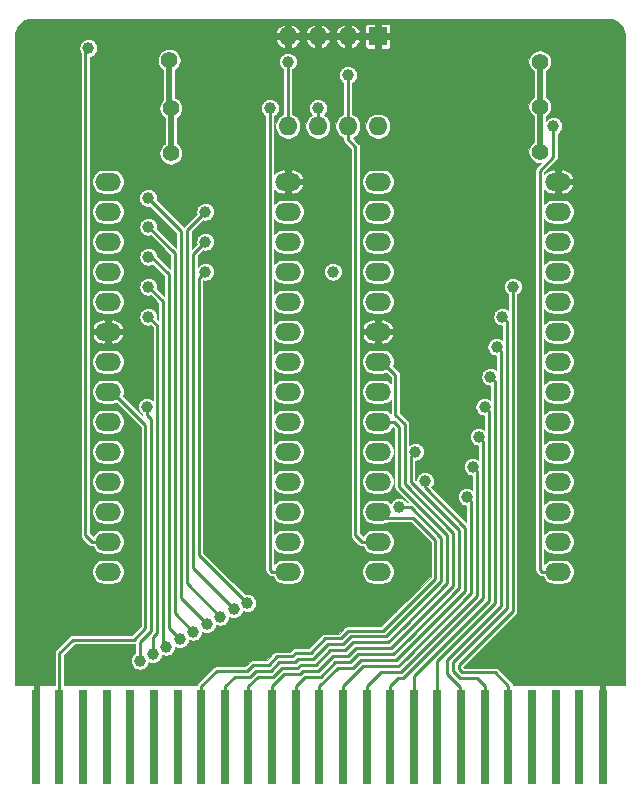
<source format=gbr>
G04 #@! TF.GenerationSoftware,KiCad,Pcbnew,(5.1.5-0-10_14)*
G04 #@! TF.CreationDate,2020-07-12T14:24:48+02:00*
G04 #@! TF.ProjectId,OpenC16Cart,4f70656e-4331-4364-9361-72742e6b6963,3*
G04 #@! TF.SameCoordinates,Original*
G04 #@! TF.FileFunction,Copper,L2,Bot*
G04 #@! TF.FilePolarity,Positive*
%FSLAX46Y46*%
G04 Gerber Fmt 4.6, Leading zero omitted, Abs format (unit mm)*
G04 Created by KiCad (PCBNEW (5.1.5-0-10_14)) date 2020-07-12 14:24:48*
%MOMM*%
%LPD*%
G04 APERTURE LIST*
%ADD10R,0.800000X8.000000*%
%ADD11O,1.600000X1.600000*%
%ADD12R,1.600000X1.600000*%
%ADD13O,2.199640X1.501140*%
%ADD14C,1.400000*%
%ADD15C,1.000000*%
%ADD16C,0.508000*%
%ADD17C,0.254000*%
%ADD18C,0.025400*%
G04 APERTURE END LIST*
D10*
X171447000Y-124460000D03*
X169447000Y-124460000D03*
X167447000Y-124460000D03*
X165447000Y-124460000D03*
X163447000Y-124460000D03*
X161447000Y-124460000D03*
X159447000Y-124460000D03*
X157447000Y-124460000D03*
X155447000Y-124460000D03*
X153447000Y-124460000D03*
X151447000Y-124460000D03*
X149447000Y-124460000D03*
X147447000Y-124460000D03*
X145447000Y-124460000D03*
X143447000Y-124460000D03*
X141447000Y-124460000D03*
X139447000Y-124460000D03*
X137447000Y-124460000D03*
X135447000Y-124460000D03*
X133447000Y-124460000D03*
X131447000Y-124460000D03*
X129447000Y-124460000D03*
X127447000Y-124460000D03*
X123447000Y-124460000D03*
X125447000Y-124460000D03*
D11*
X152400000Y-72771000D03*
X144780000Y-65151000D03*
X149860000Y-72771000D03*
X147320000Y-65151000D03*
X147320000Y-72771000D03*
X149860000Y-65151000D03*
X144780000Y-72771000D03*
D12*
X152400000Y-65151000D03*
D13*
X144780000Y-110490000D03*
X144780000Y-107950000D03*
X144780000Y-105410000D03*
X144780000Y-102870000D03*
X144780000Y-100330000D03*
X144780000Y-97790000D03*
X144780000Y-95250000D03*
X144780000Y-92710000D03*
X144780000Y-90170000D03*
X144780000Y-87630000D03*
X144780000Y-85090000D03*
X144780000Y-82550000D03*
X144780000Y-80010000D03*
X144780000Y-77470000D03*
X129540000Y-77470000D03*
X129540000Y-80010000D03*
X129540000Y-82550000D03*
X129540000Y-85090000D03*
X129540000Y-87630000D03*
X129540000Y-90170000D03*
X129540000Y-92710000D03*
X129540000Y-95250000D03*
X129540000Y-97790000D03*
X129540000Y-100330000D03*
X129540000Y-102870000D03*
X129540000Y-105410000D03*
X129540000Y-107950000D03*
X129540000Y-110490000D03*
X167640000Y-110490000D03*
X167640000Y-107950000D03*
X167640000Y-105410000D03*
X167640000Y-102870000D03*
X167640000Y-100330000D03*
X167640000Y-97790000D03*
X167640000Y-95250000D03*
X167640000Y-92710000D03*
X167640000Y-90170000D03*
X167640000Y-87630000D03*
X167640000Y-85090000D03*
X167640000Y-82550000D03*
X167640000Y-80010000D03*
X167640000Y-77470000D03*
X152400000Y-77470000D03*
X152400000Y-80010000D03*
X152400000Y-82550000D03*
X152400000Y-85090000D03*
X152400000Y-87630000D03*
X152400000Y-90170000D03*
X152400000Y-92710000D03*
X152400000Y-95250000D03*
X152400000Y-97790000D03*
X152400000Y-100330000D03*
X152400000Y-102870000D03*
X152400000Y-105410000D03*
X152400000Y-107950000D03*
X152400000Y-110490000D03*
D14*
X171958000Y-66040000D03*
X171958000Y-71120000D03*
X171958000Y-76200000D03*
X171958000Y-81280000D03*
X171958000Y-86360000D03*
X171958000Y-91440000D03*
X171958000Y-96520000D03*
X171958000Y-101600000D03*
X171958000Y-106680000D03*
X171958000Y-111760000D03*
X171958000Y-116840000D03*
X122936000Y-66040000D03*
X122936000Y-71120000D03*
X122936000Y-76200000D03*
X122936000Y-81280000D03*
X122936000Y-86360000D03*
X122936000Y-91440000D03*
X122936000Y-96520000D03*
X122936000Y-101600000D03*
X122936000Y-106680000D03*
X122936000Y-111760000D03*
X122936000Y-116840000D03*
X134747000Y-67183000D03*
X134865000Y-71247000D03*
X134874000Y-75057000D03*
X166116000Y-74930000D03*
X166116000Y-67310000D03*
X166116000Y-71120000D03*
D15*
X132969000Y-88900000D03*
X133350000Y-117475000D03*
X148590000Y-85090000D03*
X132969000Y-86360000D03*
X134493000Y-116840000D03*
X136779000Y-115570000D03*
X132969000Y-81280000D03*
X135636000Y-116205000D03*
X132969000Y-83820000D03*
X137922000Y-114935000D03*
X132957580Y-78855580D03*
X137795000Y-80010000D03*
X139065000Y-114300000D03*
X140208000Y-113665000D03*
X137795000Y-82550000D03*
X141351000Y-113157000D03*
X137795000Y-85090000D03*
X155559010Y-100330000D03*
X156377433Y-102829566D03*
X159920960Y-104140000D03*
X160424970Y-101600000D03*
X160928980Y-99060000D03*
X161432990Y-96520000D03*
X161937000Y-93980000D03*
X162448990Y-91440000D03*
X162953000Y-88900000D03*
X163830000Y-86360000D03*
X154197443Y-105017000D03*
X132837989Y-96520000D03*
X132231964Y-118034018D03*
X127889000Y-66167000D03*
X144780000Y-67310000D03*
X143256000Y-71247000D03*
X147320000Y-71247000D03*
X149860000Y-68453000D03*
X167259000Y-72771000D03*
D16*
X123500000Y-124500000D02*
X123500000Y-119578000D01*
X123500000Y-119578000D02*
X122936000Y-119014000D01*
X171500000Y-124500000D02*
X171500000Y-117298000D01*
X171500000Y-117298000D02*
X171958000Y-116840000D01*
X122936000Y-116840000D02*
X122936000Y-119014000D01*
X171958000Y-71120000D02*
X171958000Y-66040000D01*
X171958000Y-81280000D02*
X171958000Y-76200000D01*
X171958000Y-91440000D02*
X171958000Y-86360000D01*
X171958000Y-101600000D02*
X171958000Y-96520000D01*
X171958000Y-111760000D02*
X171958000Y-106680000D01*
X171969000Y-116851000D02*
X171958000Y-116840000D01*
X122936000Y-76200000D02*
X122936000Y-71120000D01*
X122936000Y-86360000D02*
X122936000Y-81280000D01*
X122936000Y-96520000D02*
X122936000Y-91440000D01*
X122936000Y-106680000D02*
X122936000Y-101600000D01*
X122936000Y-116840000D02*
X122936000Y-111760000D01*
X122925000Y-116851000D02*
X122936000Y-116840000D01*
D17*
X129540000Y-90170000D02*
X129889250Y-90170000D01*
D16*
X134747000Y-71129000D02*
X134865000Y-71247000D01*
X134747000Y-67183000D02*
X134747000Y-71129000D01*
X134865000Y-71247000D02*
X134865000Y-75048000D01*
X134865000Y-75048000D02*
X134874000Y-75057000D01*
X166116000Y-70993000D02*
X166116000Y-71120000D01*
X166116000Y-74930000D02*
X166116000Y-70993000D01*
X166116000Y-70993000D02*
X166116000Y-67310000D01*
D17*
X132842000Y-89027000D02*
X132969000Y-88900000D01*
X133714989Y-115697000D02*
X133714989Y-89645989D01*
X133350000Y-116061989D02*
X133714989Y-115697000D01*
X133350000Y-117475000D02*
X133350000Y-116061989D01*
X133714989Y-89645989D02*
X132969000Y-88900000D01*
X148463000Y-85217000D02*
X148590000Y-85090000D01*
X134218999Y-116565999D02*
X134493000Y-116840000D01*
X134218999Y-87609999D02*
X134218999Y-116565999D01*
X132969000Y-86360000D02*
X134218999Y-87609999D01*
X135227019Y-83538019D02*
X135227019Y-114018019D01*
X135227019Y-114018019D02*
X136779000Y-115570000D01*
X132969000Y-81280000D02*
X135227019Y-83538019D01*
X134723009Y-115292009D02*
X135636000Y-116205000D01*
X134723009Y-85320009D02*
X134723009Y-115292009D01*
X133223000Y-83820000D02*
X134723009Y-85320009D01*
X135731029Y-112744029D02*
X137922000Y-114935000D01*
X135731029Y-81629029D02*
X135731029Y-112744029D01*
X132957580Y-78855580D02*
X135731029Y-81629029D01*
X136235039Y-111470039D02*
X139065000Y-114300000D01*
X136235039Y-81569961D02*
X136235039Y-111470039D01*
X137795000Y-80010000D02*
X136235039Y-81569961D01*
X136739049Y-110196049D02*
X140208000Y-113665000D01*
X136739049Y-83605951D02*
X136739049Y-110196049D01*
X137795000Y-82550000D02*
X136739049Y-83605951D01*
X137243059Y-109049059D02*
X141351000Y-113157000D01*
X137243059Y-85641941D02*
X137243059Y-109049059D01*
X137795000Y-85090000D02*
X137243059Y-85641941D01*
X146064233Y-118875990D02*
X145768990Y-119171233D01*
X148585466Y-117641980D02*
X147351456Y-118875990D01*
X143447000Y-120206000D02*
X143447000Y-124460000D01*
X149869243Y-117641980D02*
X148585466Y-117641980D01*
X144481767Y-119171233D02*
X143447000Y-120206000D01*
X150524273Y-116986950D02*
X149869243Y-117641980D01*
X153494496Y-116986950D02*
X150524273Y-116986950D01*
X154811536Y-115669910D02*
X153494496Y-116986950D01*
X158789900Y-111699431D02*
X154819421Y-115669910D01*
X154682010Y-103087185D02*
X158789900Y-107195075D01*
X153876830Y-97200233D02*
X154682010Y-98005413D01*
X147351456Y-118875990D02*
X146064233Y-118875990D01*
X158789900Y-107195075D02*
X158789900Y-111699431D01*
X152749250Y-92710000D02*
X153876830Y-93837580D01*
X145768990Y-119171233D02*
X144481767Y-119171233D01*
X154819421Y-115669910D02*
X154811536Y-115669910D01*
X154682010Y-98005413D02*
X154682010Y-103087185D01*
X153876830Y-93837580D02*
X153876830Y-97200233D01*
X152400000Y-92710000D02*
X152749250Y-92710000D01*
X155186020Y-100702990D02*
X155559010Y-100330000D01*
X155186020Y-102878419D02*
X155186020Y-100702990D01*
X159293910Y-106969910D02*
X158496000Y-106172000D01*
X158496000Y-106172000D02*
X158479601Y-106172000D01*
X155028188Y-116173920D02*
X159293910Y-111908198D01*
X155020303Y-116173920D02*
X155028188Y-116173920D01*
X159293910Y-111908198D02*
X159293910Y-106969910D01*
X158479601Y-106172000D02*
X155186020Y-102878419D01*
X153703264Y-117490960D02*
X155020303Y-116173920D01*
X153543000Y-117490960D02*
X153703264Y-117490960D01*
X145447000Y-120206000D02*
X145447000Y-124460000D01*
X146273000Y-119380000D02*
X145447000Y-120206000D01*
X148794233Y-118145990D02*
X147560224Y-119380000D01*
X147560224Y-119380000D02*
X146273000Y-119380000D01*
X150306223Y-117921223D02*
X150302777Y-117921223D01*
X150302777Y-117921223D02*
X150078010Y-118145990D01*
X150078010Y-118145990D02*
X148794233Y-118145990D01*
X150736485Y-117490960D02*
X150306223Y-117921223D01*
X153703263Y-117490960D02*
X150736485Y-117490960D01*
X147447000Y-120206000D02*
X147447000Y-124460000D01*
X150945252Y-117994970D02*
X150290223Y-118650000D01*
X149003000Y-118650000D02*
X147447000Y-120206000D01*
X153912030Y-117994970D02*
X150945252Y-117994970D01*
X150290223Y-118650000D02*
X149003000Y-118650000D01*
X159797920Y-112124697D02*
X154562992Y-117359626D01*
X159797920Y-106761143D02*
X159797920Y-112124697D01*
X156377433Y-103340657D02*
X159797920Y-106761143D01*
X156377433Y-102829566D02*
X156377433Y-103340657D01*
X154547374Y-117359626D02*
X153912030Y-117994970D01*
X154562992Y-117359626D02*
X154547374Y-117359626D01*
X149447000Y-120206000D02*
X149447000Y-124460000D01*
X151154019Y-118498980D02*
X149447000Y-120206000D01*
X160301930Y-112333464D02*
X154771760Y-117863634D01*
X154120796Y-118498980D02*
X153550980Y-118498980D01*
X154756142Y-117863634D02*
X154120796Y-118498980D01*
X160301930Y-106553000D02*
X160301930Y-112333464D01*
X160293950Y-106545020D02*
X160301930Y-106553000D01*
X153550980Y-118498980D02*
X151154019Y-118498980D01*
X154771760Y-117863634D02*
X154756142Y-117863634D01*
X160293950Y-104512990D02*
X160293950Y-106545020D01*
X159920960Y-104140000D02*
X160293950Y-104512990D01*
X151447000Y-120206000D02*
X151447000Y-124460000D01*
X152650010Y-119002990D02*
X151447000Y-120206000D01*
X154345179Y-119002990D02*
X152650010Y-119002990D01*
X160805940Y-105230936D02*
X160805940Y-112542231D01*
X160805940Y-112542231D02*
X154345179Y-119002990D01*
X160797960Y-101972990D02*
X160797960Y-105222956D01*
X160797960Y-105222956D02*
X160805940Y-105230936D01*
X160424970Y-101600000D02*
X160797960Y-101972990D01*
X161301970Y-99432990D02*
X161301970Y-105014189D01*
X161309950Y-112750998D02*
X154553946Y-119507000D01*
X161309950Y-105022169D02*
X161309950Y-112750998D01*
X161301970Y-105014189D02*
X161309950Y-105022169D01*
X160928980Y-99060000D02*
X161301970Y-99432990D01*
X154146000Y-119507000D02*
X154553946Y-119507000D01*
X153447000Y-120206000D02*
X154146000Y-119507000D01*
X153447000Y-124460000D02*
X153447000Y-120206000D01*
X144780000Y-97790000D02*
X145129250Y-97790000D01*
X155447000Y-119326723D02*
X155447000Y-124460000D01*
X161813960Y-112959764D02*
X155447000Y-119326723D01*
X161813960Y-104813402D02*
X161813960Y-112959764D01*
X161805980Y-104805422D02*
X161813960Y-104813402D01*
X161805980Y-96892990D02*
X161805980Y-104805422D01*
X161432990Y-96520000D02*
X161805980Y-96892990D01*
X162309990Y-94352990D02*
X161937000Y-93980000D01*
X162309990Y-104596655D02*
X162309990Y-94352990D01*
X162317970Y-104604635D02*
X162309990Y-104596655D01*
X162317970Y-112764030D02*
X162317970Y-112776000D01*
X162317970Y-112764030D02*
X162317970Y-104604635D01*
X162317970Y-113168531D02*
X162317970Y-112764030D01*
X157447000Y-118039500D02*
X162317970Y-113168531D01*
X157447000Y-118039500D02*
X157447000Y-118044553D01*
X157447000Y-124460000D02*
X157447000Y-118143000D01*
X157447000Y-118039500D02*
X157447000Y-118143000D01*
X162814000Y-91805010D02*
X162448990Y-91440000D01*
X162814000Y-104387888D02*
X162814000Y-91805010D01*
X162821980Y-104395868D02*
X162814000Y-104387888D01*
X162821980Y-112895020D02*
X162821980Y-112903000D01*
X162821980Y-112768020D02*
X162821980Y-112895020D01*
X162821980Y-112768020D02*
X162821980Y-104395868D01*
X159385000Y-120269000D02*
X159447000Y-124460000D01*
X158242000Y-119126000D02*
X159385000Y-120269000D01*
X158242000Y-117957277D02*
X158242000Y-119126000D01*
X162821980Y-113377298D02*
X158242000Y-117957277D01*
X162821980Y-112895020D02*
X162821980Y-113377298D01*
X159335776Y-119507000D02*
X160781999Y-119507000D01*
X158746010Y-118917234D02*
X159335776Y-119507000D01*
X160781999Y-119507000D02*
X161447000Y-120172000D01*
X163030746Y-113881308D02*
X158746010Y-118166043D01*
X158746010Y-118166043D02*
X158746010Y-118917234D01*
X161447000Y-120172000D02*
X161447000Y-124460000D01*
X162953000Y-88900000D02*
X163325990Y-89272990D01*
X163325990Y-113586065D02*
X163030746Y-113881308D01*
X163325990Y-89272990D02*
X163325990Y-113586065D01*
X163449000Y-120396000D02*
X163447000Y-124460000D01*
X163449000Y-120149980D02*
X163449000Y-120396000D01*
X162302010Y-119002990D02*
X163449000Y-120149980D01*
X159258000Y-118716448D02*
X159544542Y-119002990D01*
X159258000Y-118366829D02*
X159258000Y-118716448D01*
X163830000Y-113794832D02*
X159258000Y-118366829D01*
X159544542Y-119002990D02*
X162302010Y-119002990D01*
X163830000Y-86360000D02*
X163830000Y-113794832D01*
X157781880Y-107612608D02*
X155199881Y-105030609D01*
X155199881Y-105030609D02*
X154211052Y-105030609D01*
X157781880Y-110569120D02*
X157781880Y-111281897D01*
X154211052Y-105030609D02*
X154197443Y-105017000D01*
X157781880Y-111281897D02*
X157781880Y-107612608D01*
X157781880Y-110569120D02*
X157781880Y-110363000D01*
X140335000Y-119380000D02*
X139447000Y-120206000D01*
X144064233Y-118163213D02*
X143351456Y-118875990D01*
X139447000Y-120206000D02*
X139447000Y-124460000D01*
X145351456Y-118163213D02*
X144064233Y-118163213D01*
X142064233Y-118875990D02*
X141560224Y-119380000D01*
X145646699Y-117867970D02*
X145351456Y-118163213D01*
X146800030Y-117867970D02*
X145646699Y-117867970D01*
X141560224Y-119380000D02*
X140335000Y-119380000D01*
X157781880Y-111281897D02*
X154401887Y-114661890D01*
X154394002Y-114661890D02*
X153076962Y-115978930D01*
X154401887Y-114661890D02*
X154394002Y-114661890D01*
X153076962Y-115978930D02*
X150106739Y-115978930D01*
X148167932Y-116633960D02*
X148167930Y-116633962D01*
X149451709Y-116633960D02*
X148167932Y-116633960D01*
X150106739Y-115978930D02*
X149451709Y-116633960D01*
X146933922Y-117867970D02*
X145646699Y-117867970D01*
X148167930Y-116633962D02*
X146933922Y-117867970D01*
X143351456Y-118875990D02*
X142064233Y-118875990D01*
X154178000Y-103295952D02*
X154178000Y-98214180D01*
X153753820Y-97790000D02*
X152400000Y-97790000D01*
X158285890Y-107403842D02*
X154178000Y-103295952D01*
X154178000Y-98214180D02*
X153753820Y-97790000D01*
X158285890Y-111490664D02*
X158285890Y-111379000D01*
X158285890Y-111490664D02*
X158285890Y-107403842D01*
X143560224Y-119380000D02*
X142273000Y-119380000D01*
X150315506Y-116482940D02*
X149660477Y-117137970D01*
X145855466Y-118371980D02*
X145560223Y-118667223D01*
X144273000Y-118667223D02*
X143560224Y-119380000D01*
X145560223Y-118667223D02*
X144273000Y-118667223D01*
X147142690Y-118371980D02*
X145855466Y-118371980D01*
X141447000Y-120206000D02*
X141447000Y-124460000D01*
X153285730Y-116482940D02*
X150315506Y-116482940D01*
X154602769Y-115165900D02*
X153285730Y-116482940D01*
X154610654Y-115165900D02*
X154602769Y-115165900D01*
X148376699Y-117137970D02*
X147142690Y-118371980D01*
X142273000Y-119380000D02*
X141447000Y-120206000D01*
X149660477Y-117137970D02*
X148376699Y-117137970D01*
X158285890Y-111490664D02*
X154610654Y-115165900D01*
X138777010Y-118875990D02*
X137447000Y-120206000D01*
X143142689Y-118371980D02*
X141855466Y-118371980D01*
X143855466Y-117659203D02*
X143142689Y-118371980D01*
X141351456Y-118875990D02*
X138777010Y-118875990D01*
X145142689Y-117659203D02*
X143855466Y-117659203D01*
X137447000Y-120206000D02*
X137447000Y-124460000D01*
X145437932Y-117363960D02*
X145142689Y-117659203D01*
X146725156Y-117363960D02*
X145437932Y-117363960D01*
X141855466Y-118371980D02*
X141351456Y-118875990D01*
X147959165Y-116129950D02*
X146725156Y-117363960D01*
X155374496Y-105918000D02*
X157277870Y-107821374D01*
X149242943Y-116129950D02*
X147959165Y-116129950D01*
X149897972Y-115474920D02*
X149242943Y-116129950D01*
X157277870Y-111073130D02*
X154193120Y-114157880D01*
X152868195Y-115474920D02*
X149897972Y-115474920D01*
X154185235Y-114157880D02*
X152868195Y-115474920D01*
X157277870Y-107821374D02*
X157277870Y-111073130D01*
X152908000Y-105918000D02*
X155374496Y-105918000D01*
X154193120Y-114157880D02*
X154185235Y-114157880D01*
X152400000Y-105410000D02*
X152908000Y-105918000D01*
X125447000Y-117377000D02*
X125447000Y-124460000D01*
X126565519Y-116258481D02*
X125447000Y-117377000D01*
X131727956Y-116258481D02*
X126565519Y-116258481D01*
X132706969Y-98067719D02*
X132706969Y-115279468D01*
X132706969Y-115279468D02*
X131727956Y-116258481D01*
X129889250Y-95250000D02*
X132706969Y-98067719D01*
X129540000Y-95250000D02*
X129889250Y-95250000D01*
X132837989Y-97227106D02*
X133210979Y-97600096D01*
X132837989Y-96520000D02*
X132837989Y-97227106D01*
X133210979Y-97600096D02*
X133210979Y-105918000D01*
X133210979Y-105918000D02*
X133210979Y-114173000D01*
X133210979Y-115488234D02*
X132845992Y-115853221D01*
X133210979Y-114173000D02*
X133210979Y-115488234D01*
X132231964Y-116467249D02*
X132231964Y-118034018D01*
X132845992Y-115853221D02*
X132231964Y-116467249D01*
X128186180Y-107950000D02*
X127635000Y-107398820D01*
X129540000Y-107950000D02*
X128186180Y-107950000D01*
X127635000Y-66421000D02*
X127889000Y-66167000D01*
X127635000Y-75565000D02*
X127635000Y-66421000D01*
X127635000Y-107398820D02*
X127635000Y-75565000D01*
X127635000Y-75565000D02*
X127635000Y-75311000D01*
X144780000Y-67310000D02*
X144780000Y-72771000D01*
X143256000Y-110319820D02*
X143256000Y-71247000D01*
X143426180Y-110490000D02*
X143256000Y-110319820D01*
X144780000Y-110490000D02*
X143426180Y-110490000D01*
X147320000Y-71247000D02*
X147320000Y-72771000D01*
X149860000Y-72771000D02*
X149860000Y-68453000D01*
X151046180Y-107950000D02*
X152400000Y-107950000D01*
X150495000Y-107398820D02*
X151046180Y-107950000D01*
X150495000Y-74537370D02*
X150495000Y-107398820D01*
X149860000Y-73902370D02*
X150495000Y-74537370D01*
X149860000Y-72771000D02*
X149860000Y-73902370D01*
X167259000Y-75386882D02*
X167259000Y-72771000D01*
X166116000Y-76529882D02*
X167259000Y-75386882D01*
X166116000Y-110319820D02*
X166116000Y-76529882D01*
X166286180Y-110490000D02*
X166116000Y-110319820D01*
X167640000Y-110490000D02*
X166286180Y-110490000D01*
D18*
G36*
X172249840Y-63738217D02*
G01*
X172490163Y-63810775D01*
X172711815Y-63928629D01*
X172906359Y-64087296D01*
X173066373Y-64280720D01*
X173185774Y-64501547D01*
X173260008Y-64741358D01*
X173287301Y-65001038D01*
X173287300Y-120129300D01*
X163842567Y-120129300D01*
X163837003Y-120072801D01*
X163814490Y-119998589D01*
X163777933Y-119930194D01*
X163754229Y-119901311D01*
X163741058Y-119885262D01*
X163741055Y-119885259D01*
X163728734Y-119870246D01*
X163713722Y-119857926D01*
X162594068Y-118738273D01*
X162581744Y-118723256D01*
X162521796Y-118674057D01*
X162453401Y-118637500D01*
X162379189Y-118614987D01*
X162321343Y-118609290D01*
X162321332Y-118609290D01*
X162302010Y-118607387D01*
X162282688Y-118609290D01*
X159707618Y-118609290D01*
X159651700Y-118553373D01*
X159651700Y-118529904D01*
X164094720Y-114086888D01*
X164109734Y-114074566D01*
X164127431Y-114053003D01*
X164158933Y-114014619D01*
X164188936Y-113958485D01*
X164195490Y-113946223D01*
X164218003Y-113872011D01*
X164223700Y-113814165D01*
X164223700Y-113814155D01*
X164225603Y-113794833D01*
X164223700Y-113775510D01*
X164223700Y-87019041D01*
X164318743Y-86955535D01*
X164425535Y-86848743D01*
X164509441Y-86723169D01*
X164567236Y-86583638D01*
X164596700Y-86435513D01*
X164596700Y-86284487D01*
X164567236Y-86136362D01*
X164509441Y-85996831D01*
X164425535Y-85871257D01*
X164318743Y-85764465D01*
X164193169Y-85680559D01*
X164053638Y-85622764D01*
X163905513Y-85593300D01*
X163754487Y-85593300D01*
X163606362Y-85622764D01*
X163466831Y-85680559D01*
X163341257Y-85764465D01*
X163234465Y-85871257D01*
X163150559Y-85996831D01*
X163092764Y-86136362D01*
X163063300Y-86284487D01*
X163063300Y-86435513D01*
X163092764Y-86583638D01*
X163150559Y-86723169D01*
X163234465Y-86848743D01*
X163341257Y-86955535D01*
X163436300Y-87019041D01*
X163436300Y-88300828D01*
X163316169Y-88220559D01*
X163176638Y-88162764D01*
X163028513Y-88133300D01*
X162877487Y-88133300D01*
X162729362Y-88162764D01*
X162589831Y-88220559D01*
X162464257Y-88304465D01*
X162357465Y-88411257D01*
X162273559Y-88536831D01*
X162215764Y-88676362D01*
X162186300Y-88824487D01*
X162186300Y-88975513D01*
X162215764Y-89123638D01*
X162273559Y-89263169D01*
X162357465Y-89388743D01*
X162464257Y-89495535D01*
X162589831Y-89579441D01*
X162729362Y-89637236D01*
X162877487Y-89666700D01*
X162932290Y-89666700D01*
X162932290Y-90840828D01*
X162812159Y-90760559D01*
X162672628Y-90702764D01*
X162524503Y-90673300D01*
X162373477Y-90673300D01*
X162225352Y-90702764D01*
X162085821Y-90760559D01*
X161960247Y-90844465D01*
X161853455Y-90951257D01*
X161769549Y-91076831D01*
X161711754Y-91216362D01*
X161682290Y-91364487D01*
X161682290Y-91515513D01*
X161711754Y-91663638D01*
X161769549Y-91803169D01*
X161853455Y-91928743D01*
X161960247Y-92035535D01*
X162085821Y-92119441D01*
X162225352Y-92177236D01*
X162373477Y-92206700D01*
X162420301Y-92206700D01*
X162420301Y-93380829D01*
X162300169Y-93300559D01*
X162160638Y-93242764D01*
X162012513Y-93213300D01*
X161861487Y-93213300D01*
X161713362Y-93242764D01*
X161573831Y-93300559D01*
X161448257Y-93384465D01*
X161341465Y-93491257D01*
X161257559Y-93616831D01*
X161199764Y-93756362D01*
X161170300Y-93904487D01*
X161170300Y-94055513D01*
X161199764Y-94203638D01*
X161257559Y-94343169D01*
X161341465Y-94468743D01*
X161448257Y-94575535D01*
X161573831Y-94659441D01*
X161713362Y-94717236D01*
X161861487Y-94746700D01*
X161916291Y-94746700D01*
X161916291Y-95920829D01*
X161796159Y-95840559D01*
X161656628Y-95782764D01*
X161508503Y-95753300D01*
X161357477Y-95753300D01*
X161209352Y-95782764D01*
X161069821Y-95840559D01*
X160944247Y-95924465D01*
X160837455Y-96031257D01*
X160753549Y-96156831D01*
X160695754Y-96296362D01*
X160666290Y-96444487D01*
X160666290Y-96595513D01*
X160695754Y-96743638D01*
X160753549Y-96883169D01*
X160837455Y-97008743D01*
X160944247Y-97115535D01*
X161069821Y-97199441D01*
X161209352Y-97257236D01*
X161357477Y-97286700D01*
X161412280Y-97286700D01*
X161412280Y-98460828D01*
X161292149Y-98380559D01*
X161152618Y-98322764D01*
X161004493Y-98293300D01*
X160853467Y-98293300D01*
X160705342Y-98322764D01*
X160565811Y-98380559D01*
X160440237Y-98464465D01*
X160333445Y-98571257D01*
X160249539Y-98696831D01*
X160191744Y-98836362D01*
X160162280Y-98984487D01*
X160162280Y-99135513D01*
X160191744Y-99283638D01*
X160249539Y-99423169D01*
X160333445Y-99548743D01*
X160440237Y-99655535D01*
X160565811Y-99739441D01*
X160705342Y-99797236D01*
X160853467Y-99826700D01*
X160908270Y-99826700D01*
X160908270Y-101000828D01*
X160788139Y-100920559D01*
X160648608Y-100862764D01*
X160500483Y-100833300D01*
X160349457Y-100833300D01*
X160201332Y-100862764D01*
X160061801Y-100920559D01*
X159936227Y-101004465D01*
X159829435Y-101111257D01*
X159745529Y-101236831D01*
X159687734Y-101376362D01*
X159658270Y-101524487D01*
X159658270Y-101675513D01*
X159687734Y-101823638D01*
X159745529Y-101963169D01*
X159829435Y-102088743D01*
X159936227Y-102195535D01*
X160061801Y-102279441D01*
X160201332Y-102337236D01*
X160349457Y-102366700D01*
X160404260Y-102366700D01*
X160404260Y-103540828D01*
X160284129Y-103460559D01*
X160144598Y-103402764D01*
X159996473Y-103373300D01*
X159845447Y-103373300D01*
X159697322Y-103402764D01*
X159557791Y-103460559D01*
X159432217Y-103544465D01*
X159325425Y-103651257D01*
X159241519Y-103776831D01*
X159183724Y-103916362D01*
X159154260Y-104064487D01*
X159154260Y-104215513D01*
X159183724Y-104363638D01*
X159241519Y-104503169D01*
X159325425Y-104628743D01*
X159432217Y-104735535D01*
X159557791Y-104819441D01*
X159697322Y-104877236D01*
X159845447Y-104906700D01*
X159900250Y-104906700D01*
X159900251Y-106306698D01*
X156942414Y-103348863D01*
X156972968Y-103318309D01*
X157056874Y-103192735D01*
X157114669Y-103053204D01*
X157144133Y-102905079D01*
X157144133Y-102754053D01*
X157114669Y-102605928D01*
X157056874Y-102466397D01*
X156972968Y-102340823D01*
X156866176Y-102234031D01*
X156740602Y-102150125D01*
X156601071Y-102092330D01*
X156452946Y-102062866D01*
X156301920Y-102062866D01*
X156153795Y-102092330D01*
X156014264Y-102150125D01*
X155888690Y-102234031D01*
X155781898Y-102340823D01*
X155697992Y-102466397D01*
X155640197Y-102605928D01*
X155612010Y-102747634D01*
X155579720Y-102715344D01*
X155579720Y-101096700D01*
X155634523Y-101096700D01*
X155782648Y-101067236D01*
X155922179Y-101009441D01*
X156047753Y-100925535D01*
X156154545Y-100818743D01*
X156238451Y-100693169D01*
X156296246Y-100553638D01*
X156325710Y-100405513D01*
X156325710Y-100254487D01*
X156296246Y-100106362D01*
X156238451Y-99966831D01*
X156154545Y-99841257D01*
X156047753Y-99734465D01*
X155922179Y-99650559D01*
X155782648Y-99592764D01*
X155634523Y-99563300D01*
X155483497Y-99563300D01*
X155335372Y-99592764D01*
X155195841Y-99650559D01*
X155075710Y-99730828D01*
X155075710Y-98024735D01*
X155077613Y-98005412D01*
X155075710Y-97986090D01*
X155075710Y-97986080D01*
X155070013Y-97928234D01*
X155047500Y-97854022D01*
X155028554Y-97818576D01*
X155010943Y-97785626D01*
X154974068Y-97740695D01*
X154974065Y-97740692D01*
X154961744Y-97725679D01*
X154946731Y-97713359D01*
X154270530Y-97037158D01*
X154270530Y-93856902D01*
X154272433Y-93837580D01*
X154270530Y-93818257D01*
X154270530Y-93818247D01*
X154264833Y-93760401D01*
X154242320Y-93686189D01*
X154205763Y-93617794D01*
X154203068Y-93614510D01*
X154168888Y-93572862D01*
X154168885Y-93572859D01*
X154156564Y-93557846D01*
X154141552Y-93545526D01*
X153694463Y-93098437D01*
X153751801Y-92909420D01*
X153771442Y-92710000D01*
X153751801Y-92510580D01*
X153693632Y-92318824D01*
X153599172Y-92142101D01*
X153472049Y-91987201D01*
X153317149Y-91860078D01*
X153140426Y-91765618D01*
X152948670Y-91707449D01*
X152799224Y-91692730D01*
X152000776Y-91692730D01*
X151851330Y-91707449D01*
X151659574Y-91765618D01*
X151482851Y-91860078D01*
X151327951Y-91987201D01*
X151200828Y-92142101D01*
X151106368Y-92318824D01*
X151048199Y-92510580D01*
X151028558Y-92710000D01*
X151048199Y-92909420D01*
X151106368Y-93101176D01*
X151200828Y-93277899D01*
X151327951Y-93432799D01*
X151482851Y-93559922D01*
X151659574Y-93654382D01*
X151851330Y-93712551D01*
X152000776Y-93727270D01*
X152799224Y-93727270D01*
X152948670Y-93712551D01*
X153137687Y-93655213D01*
X153483130Y-94000656D01*
X153483130Y-94540704D01*
X153472049Y-94527201D01*
X153317149Y-94400078D01*
X153140426Y-94305618D01*
X152948670Y-94247449D01*
X152799224Y-94232730D01*
X152000776Y-94232730D01*
X151851330Y-94247449D01*
X151659574Y-94305618D01*
X151482851Y-94400078D01*
X151327951Y-94527201D01*
X151200828Y-94682101D01*
X151106368Y-94858824D01*
X151048199Y-95050580D01*
X151028558Y-95250000D01*
X151048199Y-95449420D01*
X151106368Y-95641176D01*
X151200828Y-95817899D01*
X151327951Y-95972799D01*
X151482851Y-96099922D01*
X151659574Y-96194382D01*
X151851330Y-96252551D01*
X152000776Y-96267270D01*
X152799224Y-96267270D01*
X152948670Y-96252551D01*
X153140426Y-96194382D01*
X153317149Y-96099922D01*
X153472049Y-95972799D01*
X153483131Y-95959296D01*
X153483131Y-97080704D01*
X153472049Y-97067201D01*
X153317149Y-96940078D01*
X153140426Y-96845618D01*
X152948670Y-96787449D01*
X152799224Y-96772730D01*
X152000776Y-96772730D01*
X151851330Y-96787449D01*
X151659574Y-96845618D01*
X151482851Y-96940078D01*
X151327951Y-97067201D01*
X151200828Y-97222101D01*
X151106368Y-97398824D01*
X151048199Y-97590580D01*
X151028558Y-97790000D01*
X151048199Y-97989420D01*
X151106368Y-98181176D01*
X151200828Y-98357899D01*
X151327951Y-98512799D01*
X151482851Y-98639922D01*
X151659574Y-98734382D01*
X151851330Y-98792551D01*
X152000776Y-98807270D01*
X152799224Y-98807270D01*
X152948670Y-98792551D01*
X153140426Y-98734382D01*
X153317149Y-98639922D01*
X153472049Y-98512799D01*
X153599172Y-98357899D01*
X153656914Y-98249870D01*
X153784301Y-98377257D01*
X153784300Y-103276630D01*
X153782397Y-103295952D01*
X153784300Y-103315274D01*
X153784300Y-103315284D01*
X153789997Y-103373130D01*
X153812510Y-103447342D01*
X153849067Y-103515737D01*
X153898266Y-103575686D01*
X153913285Y-103588012D01*
X154962182Y-104636909D01*
X154865577Y-104636909D01*
X154792978Y-104528257D01*
X154686186Y-104421465D01*
X154560612Y-104337559D01*
X154421081Y-104279764D01*
X154272956Y-104250300D01*
X154121930Y-104250300D01*
X153973805Y-104279764D01*
X153834274Y-104337559D01*
X153708700Y-104421465D01*
X153601908Y-104528257D01*
X153518002Y-104653831D01*
X153493402Y-104713220D01*
X153472049Y-104687201D01*
X153317149Y-104560078D01*
X153140426Y-104465618D01*
X152948670Y-104407449D01*
X152799224Y-104392730D01*
X152000776Y-104392730D01*
X151851330Y-104407449D01*
X151659574Y-104465618D01*
X151482851Y-104560078D01*
X151327951Y-104687201D01*
X151200828Y-104842101D01*
X151106368Y-105018824D01*
X151048199Y-105210580D01*
X151028558Y-105410000D01*
X151048199Y-105609420D01*
X151106368Y-105801176D01*
X151200828Y-105977899D01*
X151327951Y-106132799D01*
X151482851Y-106259922D01*
X151659574Y-106354382D01*
X151851330Y-106412551D01*
X152000776Y-106427270D01*
X152799224Y-106427270D01*
X152948670Y-106412551D01*
X153140426Y-106354382D01*
X153220279Y-106311700D01*
X155211421Y-106311700D01*
X156884170Y-107984450D01*
X156884171Y-110910053D01*
X153964495Y-113829730D01*
X153920517Y-113865822D01*
X153920514Y-113865825D01*
X153905501Y-113878146D01*
X153893179Y-113893160D01*
X152705120Y-115081220D01*
X149917296Y-115081220D01*
X149897971Y-115079317D01*
X149878646Y-115081220D01*
X149878639Y-115081220D01*
X149820793Y-115086917D01*
X149746581Y-115109430D01*
X149678186Y-115145987D01*
X149633254Y-115182862D01*
X149633251Y-115182865D01*
X149618238Y-115195186D01*
X149605916Y-115210200D01*
X149079868Y-115736250D01*
X147978487Y-115736250D01*
X147959164Y-115734347D01*
X147939842Y-115736250D01*
X147939832Y-115736250D01*
X147881986Y-115741947D01*
X147807774Y-115764460D01*
X147739379Y-115801017D01*
X147694447Y-115837892D01*
X147694444Y-115837895D01*
X147679431Y-115850216D01*
X147667109Y-115865230D01*
X146562081Y-116970260D01*
X145457257Y-116970260D01*
X145437932Y-116968357D01*
X145418607Y-116970260D01*
X145418599Y-116970260D01*
X145360753Y-116975957D01*
X145286541Y-116998470D01*
X145218146Y-117035027D01*
X145173214Y-117071902D01*
X145173211Y-117071905D01*
X145158198Y-117084226D01*
X145145876Y-117099240D01*
X144979614Y-117265503D01*
X143874788Y-117265503D01*
X143855466Y-117263600D01*
X143836143Y-117265503D01*
X143836133Y-117265503D01*
X143778287Y-117271200D01*
X143704075Y-117293713D01*
X143635680Y-117330270D01*
X143590748Y-117367145D01*
X143590745Y-117367148D01*
X143575732Y-117379469D01*
X143563410Y-117394483D01*
X142979614Y-117978280D01*
X141874791Y-117978280D01*
X141855466Y-117976377D01*
X141836141Y-117978280D01*
X141836133Y-117978280D01*
X141778287Y-117983977D01*
X141704075Y-118006490D01*
X141635680Y-118043047D01*
X141590748Y-118079922D01*
X141590745Y-118079925D01*
X141575732Y-118092246D01*
X141563410Y-118107260D01*
X141188381Y-118482290D01*
X138796332Y-118482290D01*
X138777009Y-118480387D01*
X138757687Y-118482290D01*
X138757677Y-118482290D01*
X138699831Y-118487987D01*
X138625619Y-118510500D01*
X138581666Y-118533993D01*
X138557224Y-118547057D01*
X138512292Y-118583932D01*
X138512289Y-118583935D01*
X138497276Y-118596256D01*
X138484954Y-118611270D01*
X137182285Y-119913940D01*
X137167266Y-119926266D01*
X137118067Y-119986215D01*
X137081510Y-120054610D01*
X137058997Y-120128822D01*
X137058950Y-120129300D01*
X125840700Y-120129300D01*
X125840700Y-117540075D01*
X126728595Y-116652181D01*
X131708634Y-116652181D01*
X131727956Y-116654084D01*
X131747278Y-116652181D01*
X131747289Y-116652181D01*
X131805135Y-116646484D01*
X131838264Y-116636434D01*
X131838265Y-117374977D01*
X131743221Y-117438483D01*
X131636429Y-117545275D01*
X131552523Y-117670849D01*
X131494728Y-117810380D01*
X131465264Y-117958505D01*
X131465264Y-118109531D01*
X131494728Y-118257656D01*
X131552523Y-118397187D01*
X131636429Y-118522761D01*
X131743221Y-118629553D01*
X131868795Y-118713459D01*
X132008326Y-118771254D01*
X132156451Y-118800718D01*
X132307477Y-118800718D01*
X132455602Y-118771254D01*
X132595133Y-118713459D01*
X132720707Y-118629553D01*
X132827499Y-118522761D01*
X132911405Y-118397187D01*
X132969200Y-118257656D01*
X132989510Y-118155551D01*
X133126362Y-118212236D01*
X133274487Y-118241700D01*
X133425513Y-118241700D01*
X133573638Y-118212236D01*
X133713169Y-118154441D01*
X133838743Y-118070535D01*
X133945535Y-117963743D01*
X134029441Y-117838169D01*
X134087236Y-117698638D01*
X134116700Y-117550513D01*
X134116700Y-117510667D01*
X134129831Y-117519441D01*
X134269362Y-117577236D01*
X134417487Y-117606700D01*
X134568513Y-117606700D01*
X134716638Y-117577236D01*
X134856169Y-117519441D01*
X134981743Y-117435535D01*
X135088535Y-117328743D01*
X135172441Y-117203169D01*
X135230236Y-117063638D01*
X135259700Y-116915513D01*
X135259700Y-116875667D01*
X135272831Y-116884441D01*
X135412362Y-116942236D01*
X135560487Y-116971700D01*
X135711513Y-116971700D01*
X135859638Y-116942236D01*
X135999169Y-116884441D01*
X136124743Y-116800535D01*
X136231535Y-116693743D01*
X136315441Y-116568169D01*
X136373236Y-116428638D01*
X136402700Y-116280513D01*
X136402700Y-116240667D01*
X136415831Y-116249441D01*
X136555362Y-116307236D01*
X136703487Y-116336700D01*
X136854513Y-116336700D01*
X137002638Y-116307236D01*
X137142169Y-116249441D01*
X137267743Y-116165535D01*
X137374535Y-116058743D01*
X137458441Y-115933169D01*
X137516236Y-115793638D01*
X137545700Y-115645513D01*
X137545700Y-115605667D01*
X137558831Y-115614441D01*
X137698362Y-115672236D01*
X137846487Y-115701700D01*
X137997513Y-115701700D01*
X138145638Y-115672236D01*
X138285169Y-115614441D01*
X138410743Y-115530535D01*
X138517535Y-115423743D01*
X138601441Y-115298169D01*
X138659236Y-115158638D01*
X138688700Y-115010513D01*
X138688700Y-114970667D01*
X138701831Y-114979441D01*
X138841362Y-115037236D01*
X138989487Y-115066700D01*
X139140513Y-115066700D01*
X139288638Y-115037236D01*
X139428169Y-114979441D01*
X139553743Y-114895535D01*
X139660535Y-114788743D01*
X139744441Y-114663169D01*
X139802236Y-114523638D01*
X139831700Y-114375513D01*
X139831700Y-114335667D01*
X139844831Y-114344441D01*
X139984362Y-114402236D01*
X140132487Y-114431700D01*
X140283513Y-114431700D01*
X140431638Y-114402236D01*
X140571169Y-114344441D01*
X140696743Y-114260535D01*
X140803535Y-114153743D01*
X140887441Y-114028169D01*
X140945236Y-113888638D01*
X140959398Y-113817442D01*
X140987831Y-113836441D01*
X141127362Y-113894236D01*
X141275487Y-113923700D01*
X141426513Y-113923700D01*
X141574638Y-113894236D01*
X141714169Y-113836441D01*
X141839743Y-113752535D01*
X141946535Y-113645743D01*
X142030441Y-113520169D01*
X142088236Y-113380638D01*
X142117700Y-113232513D01*
X142117700Y-113081487D01*
X142088236Y-112933362D01*
X142030441Y-112793831D01*
X141946535Y-112668257D01*
X141839743Y-112561465D01*
X141714169Y-112477559D01*
X141574638Y-112419764D01*
X141426513Y-112390300D01*
X141275487Y-112390300D01*
X141163376Y-112412600D01*
X137636759Y-108885984D01*
X137636759Y-85840244D01*
X137719487Y-85856700D01*
X137870513Y-85856700D01*
X138018638Y-85827236D01*
X138158169Y-85769441D01*
X138283743Y-85685535D01*
X138390535Y-85578743D01*
X138474441Y-85453169D01*
X138532236Y-85313638D01*
X138561700Y-85165513D01*
X138561700Y-85014487D01*
X138532236Y-84866362D01*
X138474441Y-84726831D01*
X138390535Y-84601257D01*
X138283743Y-84494465D01*
X138158169Y-84410559D01*
X138018638Y-84352764D01*
X137870513Y-84323300D01*
X137719487Y-84323300D01*
X137571362Y-84352764D01*
X137431831Y-84410559D01*
X137306257Y-84494465D01*
X137199465Y-84601257D01*
X137132749Y-84701104D01*
X137132749Y-83769026D01*
X137607376Y-83294400D01*
X137719487Y-83316700D01*
X137870513Y-83316700D01*
X138018638Y-83287236D01*
X138158169Y-83229441D01*
X138283743Y-83145535D01*
X138390535Y-83038743D01*
X138474441Y-82913169D01*
X138532236Y-82773638D01*
X138561700Y-82625513D01*
X138561700Y-82474487D01*
X138532236Y-82326362D01*
X138474441Y-82186831D01*
X138390535Y-82061257D01*
X138283743Y-81954465D01*
X138158169Y-81870559D01*
X138018638Y-81812764D01*
X137870513Y-81783300D01*
X137719487Y-81783300D01*
X137571362Y-81812764D01*
X137431831Y-81870559D01*
X137306257Y-81954465D01*
X137199465Y-82061257D01*
X137115559Y-82186831D01*
X137057764Y-82326362D01*
X137028300Y-82474487D01*
X137028300Y-82625513D01*
X137050600Y-82737624D01*
X136628739Y-83159486D01*
X136628739Y-81733036D01*
X137607376Y-80754400D01*
X137719487Y-80776700D01*
X137870513Y-80776700D01*
X138018638Y-80747236D01*
X138158169Y-80689441D01*
X138283743Y-80605535D01*
X138390535Y-80498743D01*
X138474441Y-80373169D01*
X138532236Y-80233638D01*
X138561700Y-80085513D01*
X138561700Y-79934487D01*
X138532236Y-79786362D01*
X138474441Y-79646831D01*
X138390535Y-79521257D01*
X138283743Y-79414465D01*
X138158169Y-79330559D01*
X138018638Y-79272764D01*
X137870513Y-79243300D01*
X137719487Y-79243300D01*
X137571362Y-79272764D01*
X137431831Y-79330559D01*
X137306257Y-79414465D01*
X137199465Y-79521257D01*
X137115559Y-79646831D01*
X137057764Y-79786362D01*
X137028300Y-79934487D01*
X137028300Y-80085513D01*
X137050600Y-80197624D01*
X135970324Y-81277901D01*
X135955305Y-81290227D01*
X135952464Y-81293688D01*
X133701980Y-79043204D01*
X133724280Y-78931093D01*
X133724280Y-78780067D01*
X133694816Y-78631942D01*
X133637021Y-78492411D01*
X133553115Y-78366837D01*
X133446323Y-78260045D01*
X133320749Y-78176139D01*
X133181218Y-78118344D01*
X133033093Y-78088880D01*
X132882067Y-78088880D01*
X132733942Y-78118344D01*
X132594411Y-78176139D01*
X132468837Y-78260045D01*
X132362045Y-78366837D01*
X132278139Y-78492411D01*
X132220344Y-78631942D01*
X132190880Y-78780067D01*
X132190880Y-78931093D01*
X132220344Y-79079218D01*
X132278139Y-79218749D01*
X132362045Y-79344323D01*
X132468837Y-79451115D01*
X132594411Y-79535021D01*
X132733942Y-79592816D01*
X132882067Y-79622280D01*
X133033093Y-79622280D01*
X133145204Y-79599980D01*
X135337329Y-81792105D01*
X135337329Y-83091553D01*
X133713400Y-81467624D01*
X133735700Y-81355513D01*
X133735700Y-81204487D01*
X133706236Y-81056362D01*
X133648441Y-80916831D01*
X133564535Y-80791257D01*
X133457743Y-80684465D01*
X133332169Y-80600559D01*
X133192638Y-80542764D01*
X133044513Y-80513300D01*
X132893487Y-80513300D01*
X132745362Y-80542764D01*
X132605831Y-80600559D01*
X132480257Y-80684465D01*
X132373465Y-80791257D01*
X132289559Y-80916831D01*
X132231764Y-81056362D01*
X132202300Y-81204487D01*
X132202300Y-81355513D01*
X132231764Y-81503638D01*
X132289559Y-81643169D01*
X132373465Y-81768743D01*
X132480257Y-81875535D01*
X132605831Y-81959441D01*
X132745362Y-82017236D01*
X132893487Y-82046700D01*
X133044513Y-82046700D01*
X133156624Y-82024400D01*
X134833319Y-83701095D01*
X134833319Y-84873543D01*
X133735700Y-83775925D01*
X133735700Y-83744487D01*
X133706236Y-83596362D01*
X133648441Y-83456831D01*
X133564535Y-83331257D01*
X133457743Y-83224465D01*
X133332169Y-83140559D01*
X133192638Y-83082764D01*
X133044513Y-83053300D01*
X132893487Y-83053300D01*
X132745362Y-83082764D01*
X132605831Y-83140559D01*
X132480257Y-83224465D01*
X132373465Y-83331257D01*
X132289559Y-83456831D01*
X132231764Y-83596362D01*
X132202300Y-83744487D01*
X132202300Y-83895513D01*
X132231764Y-84043638D01*
X132289559Y-84183169D01*
X132373465Y-84308743D01*
X132480257Y-84415535D01*
X132605831Y-84499441D01*
X132745362Y-84557236D01*
X132893487Y-84586700D01*
X133044513Y-84586700D01*
X133192638Y-84557236D01*
X133332169Y-84499441D01*
X133340260Y-84494035D01*
X134329309Y-85483085D01*
X134329309Y-87163533D01*
X133713400Y-86547624D01*
X133735700Y-86435513D01*
X133735700Y-86284487D01*
X133706236Y-86136362D01*
X133648441Y-85996831D01*
X133564535Y-85871257D01*
X133457743Y-85764465D01*
X133332169Y-85680559D01*
X133192638Y-85622764D01*
X133044513Y-85593300D01*
X132893487Y-85593300D01*
X132745362Y-85622764D01*
X132605831Y-85680559D01*
X132480257Y-85764465D01*
X132373465Y-85871257D01*
X132289559Y-85996831D01*
X132231764Y-86136362D01*
X132202300Y-86284487D01*
X132202300Y-86435513D01*
X132231764Y-86583638D01*
X132289559Y-86723169D01*
X132373465Y-86848743D01*
X132480257Y-86955535D01*
X132605831Y-87039441D01*
X132745362Y-87097236D01*
X132893487Y-87126700D01*
X133044513Y-87126700D01*
X133156624Y-87104400D01*
X133825299Y-87773075D01*
X133825299Y-89199523D01*
X133713400Y-89087624D01*
X133735700Y-88975513D01*
X133735700Y-88824487D01*
X133706236Y-88676362D01*
X133648441Y-88536831D01*
X133564535Y-88411257D01*
X133457743Y-88304465D01*
X133332169Y-88220559D01*
X133192638Y-88162764D01*
X133044513Y-88133300D01*
X132893487Y-88133300D01*
X132745362Y-88162764D01*
X132605831Y-88220559D01*
X132480257Y-88304465D01*
X132373465Y-88411257D01*
X132289559Y-88536831D01*
X132231764Y-88676362D01*
X132202300Y-88824487D01*
X132202300Y-88975513D01*
X132231764Y-89123638D01*
X132289559Y-89263169D01*
X132373465Y-89388743D01*
X132480257Y-89495535D01*
X132605831Y-89579441D01*
X132745362Y-89637236D01*
X132893487Y-89666700D01*
X133044513Y-89666700D01*
X133156624Y-89644400D01*
X133321290Y-89809066D01*
X133321290Y-95920829D01*
X133201158Y-95840559D01*
X133061627Y-95782764D01*
X132913502Y-95753300D01*
X132762476Y-95753300D01*
X132614351Y-95782764D01*
X132474820Y-95840559D01*
X132349246Y-95924465D01*
X132242454Y-96031257D01*
X132158548Y-96156831D01*
X132100753Y-96296362D01*
X132071289Y-96444487D01*
X132071289Y-96595513D01*
X132100753Y-96743638D01*
X132158548Y-96883169D01*
X132242454Y-97008743D01*
X132349246Y-97115535D01*
X132444290Y-97179041D01*
X132444290Y-97207774D01*
X132442386Y-97227106D01*
X132444489Y-97248464D01*
X130834463Y-95638437D01*
X130891801Y-95449420D01*
X130911442Y-95250000D01*
X130891801Y-95050580D01*
X130833632Y-94858824D01*
X130739172Y-94682101D01*
X130612049Y-94527201D01*
X130457149Y-94400078D01*
X130280426Y-94305618D01*
X130088670Y-94247449D01*
X129939224Y-94232730D01*
X129140776Y-94232730D01*
X128991330Y-94247449D01*
X128799574Y-94305618D01*
X128622851Y-94400078D01*
X128467951Y-94527201D01*
X128340828Y-94682101D01*
X128246368Y-94858824D01*
X128188199Y-95050580D01*
X128168558Y-95250000D01*
X128188199Y-95449420D01*
X128246368Y-95641176D01*
X128340828Y-95817899D01*
X128467951Y-95972799D01*
X128622851Y-96099922D01*
X128799574Y-96194382D01*
X128991330Y-96252551D01*
X129140776Y-96267270D01*
X129939224Y-96267270D01*
X130088670Y-96252551D01*
X130277687Y-96195213D01*
X132313269Y-98230795D01*
X132313270Y-115116391D01*
X131564881Y-115864781D01*
X126584844Y-115864781D01*
X126565519Y-115862878D01*
X126546194Y-115864781D01*
X126546186Y-115864781D01*
X126488340Y-115870478D01*
X126414128Y-115892991D01*
X126345733Y-115929548D01*
X126300801Y-115966423D01*
X126300798Y-115966426D01*
X126285785Y-115978747D01*
X126273463Y-115993761D01*
X125182285Y-117084940D01*
X125167266Y-117097266D01*
X125118067Y-117157215D01*
X125081510Y-117225610D01*
X125058997Y-117299822D01*
X125053300Y-117357668D01*
X125053300Y-117357678D01*
X125051397Y-117377000D01*
X125053300Y-117396322D01*
X125053300Y-120129300D01*
X121712700Y-120129300D01*
X121712700Y-110490000D01*
X128168558Y-110490000D01*
X128188199Y-110689420D01*
X128246368Y-110881176D01*
X128340828Y-111057899D01*
X128467951Y-111212799D01*
X128622851Y-111339922D01*
X128799574Y-111434382D01*
X128991330Y-111492551D01*
X129140776Y-111507270D01*
X129939224Y-111507270D01*
X130088670Y-111492551D01*
X130280426Y-111434382D01*
X130457149Y-111339922D01*
X130612049Y-111212799D01*
X130739172Y-111057899D01*
X130833632Y-110881176D01*
X130891801Y-110689420D01*
X130911442Y-110490000D01*
X130891801Y-110290580D01*
X130833632Y-110098824D01*
X130739172Y-109922101D01*
X130612049Y-109767201D01*
X130457149Y-109640078D01*
X130280426Y-109545618D01*
X130088670Y-109487449D01*
X129939224Y-109472730D01*
X129140776Y-109472730D01*
X128991330Y-109487449D01*
X128799574Y-109545618D01*
X128622851Y-109640078D01*
X128467951Y-109767201D01*
X128340828Y-109922101D01*
X128246368Y-110098824D01*
X128188199Y-110290580D01*
X128168558Y-110490000D01*
X121712700Y-110490000D01*
X121712700Y-66091487D01*
X127122300Y-66091487D01*
X127122300Y-66242513D01*
X127151764Y-66390638D01*
X127209559Y-66530169D01*
X127241301Y-66577674D01*
X127241300Y-75291667D01*
X127241300Y-75584332D01*
X127241301Y-75584342D01*
X127241300Y-107379498D01*
X127239397Y-107398820D01*
X127241300Y-107418142D01*
X127241300Y-107418152D01*
X127246997Y-107475998D01*
X127269510Y-107550210D01*
X127306067Y-107618605D01*
X127355266Y-107678554D01*
X127370285Y-107690880D01*
X127894124Y-108214720D01*
X127906446Y-108229734D01*
X127921459Y-108242055D01*
X127921462Y-108242058D01*
X127966394Y-108278933D01*
X128034789Y-108315490D01*
X128109001Y-108338003D01*
X128166847Y-108343700D01*
X128166857Y-108343700D01*
X128186179Y-108345603D01*
X128205502Y-108343700D01*
X128247717Y-108343700D01*
X128340828Y-108517899D01*
X128467951Y-108672799D01*
X128622851Y-108799922D01*
X128799574Y-108894382D01*
X128991330Y-108952551D01*
X129140776Y-108967270D01*
X129939224Y-108967270D01*
X130088670Y-108952551D01*
X130280426Y-108894382D01*
X130457149Y-108799922D01*
X130612049Y-108672799D01*
X130739172Y-108517899D01*
X130833632Y-108341176D01*
X130891801Y-108149420D01*
X130911442Y-107950000D01*
X130891801Y-107750580D01*
X130833632Y-107558824D01*
X130739172Y-107382101D01*
X130612049Y-107227201D01*
X130457149Y-107100078D01*
X130280426Y-107005618D01*
X130088670Y-106947449D01*
X129939224Y-106932730D01*
X129140776Y-106932730D01*
X128991330Y-106947449D01*
X128799574Y-107005618D01*
X128622851Y-107100078D01*
X128467951Y-107227201D01*
X128340828Y-107382101D01*
X128283086Y-107490130D01*
X128028700Y-107235745D01*
X128028700Y-105410000D01*
X128168558Y-105410000D01*
X128188199Y-105609420D01*
X128246368Y-105801176D01*
X128340828Y-105977899D01*
X128467951Y-106132799D01*
X128622851Y-106259922D01*
X128799574Y-106354382D01*
X128991330Y-106412551D01*
X129140776Y-106427270D01*
X129939224Y-106427270D01*
X130088670Y-106412551D01*
X130280426Y-106354382D01*
X130457149Y-106259922D01*
X130612049Y-106132799D01*
X130739172Y-105977899D01*
X130833632Y-105801176D01*
X130891801Y-105609420D01*
X130911442Y-105410000D01*
X130891801Y-105210580D01*
X130833632Y-105018824D01*
X130739172Y-104842101D01*
X130612049Y-104687201D01*
X130457149Y-104560078D01*
X130280426Y-104465618D01*
X130088670Y-104407449D01*
X129939224Y-104392730D01*
X129140776Y-104392730D01*
X128991330Y-104407449D01*
X128799574Y-104465618D01*
X128622851Y-104560078D01*
X128467951Y-104687201D01*
X128340828Y-104842101D01*
X128246368Y-105018824D01*
X128188199Y-105210580D01*
X128168558Y-105410000D01*
X128028700Y-105410000D01*
X128028700Y-102870000D01*
X128168558Y-102870000D01*
X128188199Y-103069420D01*
X128246368Y-103261176D01*
X128340828Y-103437899D01*
X128467951Y-103592799D01*
X128622851Y-103719922D01*
X128799574Y-103814382D01*
X128991330Y-103872551D01*
X129140776Y-103887270D01*
X129939224Y-103887270D01*
X130088670Y-103872551D01*
X130280426Y-103814382D01*
X130457149Y-103719922D01*
X130612049Y-103592799D01*
X130739172Y-103437899D01*
X130833632Y-103261176D01*
X130891801Y-103069420D01*
X130911442Y-102870000D01*
X130891801Y-102670580D01*
X130833632Y-102478824D01*
X130739172Y-102302101D01*
X130612049Y-102147201D01*
X130457149Y-102020078D01*
X130280426Y-101925618D01*
X130088670Y-101867449D01*
X129939224Y-101852730D01*
X129140776Y-101852730D01*
X128991330Y-101867449D01*
X128799574Y-101925618D01*
X128622851Y-102020078D01*
X128467951Y-102147201D01*
X128340828Y-102302101D01*
X128246368Y-102478824D01*
X128188199Y-102670580D01*
X128168558Y-102870000D01*
X128028700Y-102870000D01*
X128028700Y-100330000D01*
X128168558Y-100330000D01*
X128188199Y-100529420D01*
X128246368Y-100721176D01*
X128340828Y-100897899D01*
X128467951Y-101052799D01*
X128622851Y-101179922D01*
X128799574Y-101274382D01*
X128991330Y-101332551D01*
X129140776Y-101347270D01*
X129939224Y-101347270D01*
X130088670Y-101332551D01*
X130280426Y-101274382D01*
X130457149Y-101179922D01*
X130612049Y-101052799D01*
X130739172Y-100897899D01*
X130833632Y-100721176D01*
X130891801Y-100529420D01*
X130911442Y-100330000D01*
X130891801Y-100130580D01*
X130833632Y-99938824D01*
X130739172Y-99762101D01*
X130612049Y-99607201D01*
X130457149Y-99480078D01*
X130280426Y-99385618D01*
X130088670Y-99327449D01*
X129939224Y-99312730D01*
X129140776Y-99312730D01*
X128991330Y-99327449D01*
X128799574Y-99385618D01*
X128622851Y-99480078D01*
X128467951Y-99607201D01*
X128340828Y-99762101D01*
X128246368Y-99938824D01*
X128188199Y-100130580D01*
X128168558Y-100330000D01*
X128028700Y-100330000D01*
X128028700Y-97790000D01*
X128168558Y-97790000D01*
X128188199Y-97989420D01*
X128246368Y-98181176D01*
X128340828Y-98357899D01*
X128467951Y-98512799D01*
X128622851Y-98639922D01*
X128799574Y-98734382D01*
X128991330Y-98792551D01*
X129140776Y-98807270D01*
X129939224Y-98807270D01*
X130088670Y-98792551D01*
X130280426Y-98734382D01*
X130457149Y-98639922D01*
X130612049Y-98512799D01*
X130739172Y-98357899D01*
X130833632Y-98181176D01*
X130891801Y-97989420D01*
X130911442Y-97790000D01*
X130891801Y-97590580D01*
X130833632Y-97398824D01*
X130739172Y-97222101D01*
X130612049Y-97067201D01*
X130457149Y-96940078D01*
X130280426Y-96845618D01*
X130088670Y-96787449D01*
X129939224Y-96772730D01*
X129140776Y-96772730D01*
X128991330Y-96787449D01*
X128799574Y-96845618D01*
X128622851Y-96940078D01*
X128467951Y-97067201D01*
X128340828Y-97222101D01*
X128246368Y-97398824D01*
X128188199Y-97590580D01*
X128168558Y-97790000D01*
X128028700Y-97790000D01*
X128028700Y-92710000D01*
X128168558Y-92710000D01*
X128188199Y-92909420D01*
X128246368Y-93101176D01*
X128340828Y-93277899D01*
X128467951Y-93432799D01*
X128622851Y-93559922D01*
X128799574Y-93654382D01*
X128991330Y-93712551D01*
X129140776Y-93727270D01*
X129939224Y-93727270D01*
X130088670Y-93712551D01*
X130280426Y-93654382D01*
X130457149Y-93559922D01*
X130612049Y-93432799D01*
X130739172Y-93277899D01*
X130833632Y-93101176D01*
X130891801Y-92909420D01*
X130911442Y-92710000D01*
X130891801Y-92510580D01*
X130833632Y-92318824D01*
X130739172Y-92142101D01*
X130612049Y-91987201D01*
X130457149Y-91860078D01*
X130280426Y-91765618D01*
X130088670Y-91707449D01*
X129939224Y-91692730D01*
X129140776Y-91692730D01*
X128991330Y-91707449D01*
X128799574Y-91765618D01*
X128622851Y-91860078D01*
X128467951Y-91987201D01*
X128340828Y-92142101D01*
X128246368Y-92318824D01*
X128188199Y-92510580D01*
X128168558Y-92710000D01*
X128028700Y-92710000D01*
X128028700Y-90562924D01*
X128252427Y-90562924D01*
X128300567Y-90699248D01*
X128420923Y-90862745D01*
X128570863Y-90999620D01*
X128744625Y-91104613D01*
X128935531Y-91173689D01*
X129136245Y-91204194D01*
X129298700Y-91133313D01*
X129298700Y-90411300D01*
X129781300Y-90411300D01*
X129781300Y-91133313D01*
X129943755Y-91204194D01*
X130144469Y-91173689D01*
X130335375Y-91104613D01*
X130509137Y-90999620D01*
X130659077Y-90862745D01*
X130779433Y-90699248D01*
X130827573Y-90562924D01*
X130808709Y-90411300D01*
X129781300Y-90411300D01*
X129298700Y-90411300D01*
X128271291Y-90411300D01*
X128252427Y-90562924D01*
X128028700Y-90562924D01*
X128028700Y-89777076D01*
X128252427Y-89777076D01*
X128271291Y-89928700D01*
X129298700Y-89928700D01*
X129298700Y-89206687D01*
X129781300Y-89206687D01*
X129781300Y-89928700D01*
X130808709Y-89928700D01*
X130827573Y-89777076D01*
X130779433Y-89640752D01*
X130659077Y-89477255D01*
X130509137Y-89340380D01*
X130335375Y-89235387D01*
X130144469Y-89166311D01*
X129943755Y-89135806D01*
X129781300Y-89206687D01*
X129298700Y-89206687D01*
X129136245Y-89135806D01*
X128935531Y-89166311D01*
X128744625Y-89235387D01*
X128570863Y-89340380D01*
X128420923Y-89477255D01*
X128300567Y-89640752D01*
X128252427Y-89777076D01*
X128028700Y-89777076D01*
X128028700Y-87630000D01*
X128168558Y-87630000D01*
X128188199Y-87829420D01*
X128246368Y-88021176D01*
X128340828Y-88197899D01*
X128467951Y-88352799D01*
X128622851Y-88479922D01*
X128799574Y-88574382D01*
X128991330Y-88632551D01*
X129140776Y-88647270D01*
X129939224Y-88647270D01*
X130088670Y-88632551D01*
X130280426Y-88574382D01*
X130457149Y-88479922D01*
X130612049Y-88352799D01*
X130739172Y-88197899D01*
X130833632Y-88021176D01*
X130891801Y-87829420D01*
X130911442Y-87630000D01*
X130891801Y-87430580D01*
X130833632Y-87238824D01*
X130739172Y-87062101D01*
X130612049Y-86907201D01*
X130457149Y-86780078D01*
X130280426Y-86685618D01*
X130088670Y-86627449D01*
X129939224Y-86612730D01*
X129140776Y-86612730D01*
X128991330Y-86627449D01*
X128799574Y-86685618D01*
X128622851Y-86780078D01*
X128467951Y-86907201D01*
X128340828Y-87062101D01*
X128246368Y-87238824D01*
X128188199Y-87430580D01*
X128168558Y-87630000D01*
X128028700Y-87630000D01*
X128028700Y-85090000D01*
X128168558Y-85090000D01*
X128188199Y-85289420D01*
X128246368Y-85481176D01*
X128340828Y-85657899D01*
X128467951Y-85812799D01*
X128622851Y-85939922D01*
X128799574Y-86034382D01*
X128991330Y-86092551D01*
X129140776Y-86107270D01*
X129939224Y-86107270D01*
X130088670Y-86092551D01*
X130280426Y-86034382D01*
X130457149Y-85939922D01*
X130612049Y-85812799D01*
X130739172Y-85657899D01*
X130833632Y-85481176D01*
X130891801Y-85289420D01*
X130911442Y-85090000D01*
X130891801Y-84890580D01*
X130833632Y-84698824D01*
X130739172Y-84522101D01*
X130612049Y-84367201D01*
X130457149Y-84240078D01*
X130280426Y-84145618D01*
X130088670Y-84087449D01*
X129939224Y-84072730D01*
X129140776Y-84072730D01*
X128991330Y-84087449D01*
X128799574Y-84145618D01*
X128622851Y-84240078D01*
X128467951Y-84367201D01*
X128340828Y-84522101D01*
X128246368Y-84698824D01*
X128188199Y-84890580D01*
X128168558Y-85090000D01*
X128028700Y-85090000D01*
X128028700Y-82550000D01*
X128168558Y-82550000D01*
X128188199Y-82749420D01*
X128246368Y-82941176D01*
X128340828Y-83117899D01*
X128467951Y-83272799D01*
X128622851Y-83399922D01*
X128799574Y-83494382D01*
X128991330Y-83552551D01*
X129140776Y-83567270D01*
X129939224Y-83567270D01*
X130088670Y-83552551D01*
X130280426Y-83494382D01*
X130457149Y-83399922D01*
X130612049Y-83272799D01*
X130739172Y-83117899D01*
X130833632Y-82941176D01*
X130891801Y-82749420D01*
X130911442Y-82550000D01*
X130891801Y-82350580D01*
X130833632Y-82158824D01*
X130739172Y-81982101D01*
X130612049Y-81827201D01*
X130457149Y-81700078D01*
X130280426Y-81605618D01*
X130088670Y-81547449D01*
X129939224Y-81532730D01*
X129140776Y-81532730D01*
X128991330Y-81547449D01*
X128799574Y-81605618D01*
X128622851Y-81700078D01*
X128467951Y-81827201D01*
X128340828Y-81982101D01*
X128246368Y-82158824D01*
X128188199Y-82350580D01*
X128168558Y-82550000D01*
X128028700Y-82550000D01*
X128028700Y-80010000D01*
X128168558Y-80010000D01*
X128188199Y-80209420D01*
X128246368Y-80401176D01*
X128340828Y-80577899D01*
X128467951Y-80732799D01*
X128622851Y-80859922D01*
X128799574Y-80954382D01*
X128991330Y-81012551D01*
X129140776Y-81027270D01*
X129939224Y-81027270D01*
X130088670Y-81012551D01*
X130280426Y-80954382D01*
X130457149Y-80859922D01*
X130612049Y-80732799D01*
X130739172Y-80577899D01*
X130833632Y-80401176D01*
X130891801Y-80209420D01*
X130911442Y-80010000D01*
X130891801Y-79810580D01*
X130833632Y-79618824D01*
X130739172Y-79442101D01*
X130612049Y-79287201D01*
X130457149Y-79160078D01*
X130280426Y-79065618D01*
X130088670Y-79007449D01*
X129939224Y-78992730D01*
X129140776Y-78992730D01*
X128991330Y-79007449D01*
X128799574Y-79065618D01*
X128622851Y-79160078D01*
X128467951Y-79287201D01*
X128340828Y-79442101D01*
X128246368Y-79618824D01*
X128188199Y-79810580D01*
X128168558Y-80010000D01*
X128028700Y-80010000D01*
X128028700Y-77470000D01*
X128168558Y-77470000D01*
X128188199Y-77669420D01*
X128246368Y-77861176D01*
X128340828Y-78037899D01*
X128467951Y-78192799D01*
X128622851Y-78319922D01*
X128799574Y-78414382D01*
X128991330Y-78472551D01*
X129140776Y-78487270D01*
X129939224Y-78487270D01*
X130088670Y-78472551D01*
X130280426Y-78414382D01*
X130457149Y-78319922D01*
X130612049Y-78192799D01*
X130739172Y-78037899D01*
X130833632Y-77861176D01*
X130891801Y-77669420D01*
X130911442Y-77470000D01*
X130891801Y-77270580D01*
X130833632Y-77078824D01*
X130739172Y-76902101D01*
X130612049Y-76747201D01*
X130457149Y-76620078D01*
X130280426Y-76525618D01*
X130088670Y-76467449D01*
X129939224Y-76452730D01*
X129140776Y-76452730D01*
X128991330Y-76467449D01*
X128799574Y-76525618D01*
X128622851Y-76620078D01*
X128467951Y-76747201D01*
X128340828Y-76902101D01*
X128246368Y-77078824D01*
X128188199Y-77270580D01*
X128168558Y-77470000D01*
X128028700Y-77470000D01*
X128028700Y-67087788D01*
X133780300Y-67087788D01*
X133780300Y-67278212D01*
X133817450Y-67464976D01*
X133890322Y-67640904D01*
X133996115Y-67799235D01*
X134130765Y-67933885D01*
X134226300Y-67997719D01*
X134226301Y-70518579D01*
X134114115Y-70630765D01*
X134008322Y-70789096D01*
X133935450Y-70965024D01*
X133898300Y-71151788D01*
X133898300Y-71342212D01*
X133935450Y-71528976D01*
X134008322Y-71704904D01*
X134114115Y-71863235D01*
X134248765Y-71997885D01*
X134344300Y-72061719D01*
X134344301Y-74248294D01*
X134257765Y-74306115D01*
X134123115Y-74440765D01*
X134017322Y-74599096D01*
X133944450Y-74775024D01*
X133907300Y-74961788D01*
X133907300Y-75152212D01*
X133944450Y-75338976D01*
X134017322Y-75514904D01*
X134123115Y-75673235D01*
X134257765Y-75807885D01*
X134416096Y-75913678D01*
X134592024Y-75986550D01*
X134778788Y-76023700D01*
X134969212Y-76023700D01*
X135155976Y-75986550D01*
X135331904Y-75913678D01*
X135490235Y-75807885D01*
X135624885Y-75673235D01*
X135730678Y-75514904D01*
X135803550Y-75338976D01*
X135840700Y-75152212D01*
X135840700Y-74961788D01*
X135803550Y-74775024D01*
X135730678Y-74599096D01*
X135624885Y-74440765D01*
X135490235Y-74306115D01*
X135385700Y-74236267D01*
X135385700Y-72061719D01*
X135481235Y-71997885D01*
X135615885Y-71863235D01*
X135721678Y-71704904D01*
X135794550Y-71528976D01*
X135831700Y-71342212D01*
X135831700Y-71171487D01*
X142489300Y-71171487D01*
X142489300Y-71322513D01*
X142518764Y-71470638D01*
X142576559Y-71610169D01*
X142660465Y-71735743D01*
X142767257Y-71842535D01*
X142862301Y-71906041D01*
X142862300Y-110300498D01*
X142860397Y-110319820D01*
X142862300Y-110339142D01*
X142862300Y-110339152D01*
X142867997Y-110396998D01*
X142890510Y-110471210D01*
X142927067Y-110539605D01*
X142976266Y-110599554D01*
X142991285Y-110611880D01*
X143134120Y-110754715D01*
X143146446Y-110769734D01*
X143206394Y-110818933D01*
X143274789Y-110855490D01*
X143349001Y-110878003D01*
X143406847Y-110883700D01*
X143406855Y-110883700D01*
X143426180Y-110885603D01*
X143445505Y-110883700D01*
X143487717Y-110883700D01*
X143580828Y-111057899D01*
X143707951Y-111212799D01*
X143862851Y-111339922D01*
X144039574Y-111434382D01*
X144231330Y-111492551D01*
X144380776Y-111507270D01*
X145179224Y-111507270D01*
X145328670Y-111492551D01*
X145520426Y-111434382D01*
X145697149Y-111339922D01*
X145852049Y-111212799D01*
X145979172Y-111057899D01*
X146073632Y-110881176D01*
X146131801Y-110689420D01*
X146151442Y-110490000D01*
X151028558Y-110490000D01*
X151048199Y-110689420D01*
X151106368Y-110881176D01*
X151200828Y-111057899D01*
X151327951Y-111212799D01*
X151482851Y-111339922D01*
X151659574Y-111434382D01*
X151851330Y-111492551D01*
X152000776Y-111507270D01*
X152799224Y-111507270D01*
X152948670Y-111492551D01*
X153140426Y-111434382D01*
X153317149Y-111339922D01*
X153472049Y-111212799D01*
X153599172Y-111057899D01*
X153693632Y-110881176D01*
X153751801Y-110689420D01*
X153771442Y-110490000D01*
X153751801Y-110290580D01*
X153693632Y-110098824D01*
X153599172Y-109922101D01*
X153472049Y-109767201D01*
X153317149Y-109640078D01*
X153140426Y-109545618D01*
X152948670Y-109487449D01*
X152799224Y-109472730D01*
X152000776Y-109472730D01*
X151851330Y-109487449D01*
X151659574Y-109545618D01*
X151482851Y-109640078D01*
X151327951Y-109767201D01*
X151200828Y-109922101D01*
X151106368Y-110098824D01*
X151048199Y-110290580D01*
X151028558Y-110490000D01*
X146151442Y-110490000D01*
X146131801Y-110290580D01*
X146073632Y-110098824D01*
X145979172Y-109922101D01*
X145852049Y-109767201D01*
X145697149Y-109640078D01*
X145520426Y-109545618D01*
X145328670Y-109487449D01*
X145179224Y-109472730D01*
X144380776Y-109472730D01*
X144231330Y-109487449D01*
X144039574Y-109545618D01*
X143862851Y-109640078D01*
X143707951Y-109767201D01*
X143649700Y-109838180D01*
X143649700Y-108601820D01*
X143707951Y-108672799D01*
X143862851Y-108799922D01*
X144039574Y-108894382D01*
X144231330Y-108952551D01*
X144380776Y-108967270D01*
X145179224Y-108967270D01*
X145328670Y-108952551D01*
X145520426Y-108894382D01*
X145697149Y-108799922D01*
X145852049Y-108672799D01*
X145979172Y-108517899D01*
X146073632Y-108341176D01*
X146131801Y-108149420D01*
X146151442Y-107950000D01*
X146131801Y-107750580D01*
X146073632Y-107558824D01*
X145979172Y-107382101D01*
X145852049Y-107227201D01*
X145697149Y-107100078D01*
X145520426Y-107005618D01*
X145328670Y-106947449D01*
X145179224Y-106932730D01*
X144380776Y-106932730D01*
X144231330Y-106947449D01*
X144039574Y-107005618D01*
X143862851Y-107100078D01*
X143707951Y-107227201D01*
X143649700Y-107298180D01*
X143649700Y-106061820D01*
X143707951Y-106132799D01*
X143862851Y-106259922D01*
X144039574Y-106354382D01*
X144231330Y-106412551D01*
X144380776Y-106427270D01*
X145179224Y-106427270D01*
X145328670Y-106412551D01*
X145520426Y-106354382D01*
X145697149Y-106259922D01*
X145852049Y-106132799D01*
X145979172Y-105977899D01*
X146073632Y-105801176D01*
X146131801Y-105609420D01*
X146151442Y-105410000D01*
X146131801Y-105210580D01*
X146073632Y-105018824D01*
X145979172Y-104842101D01*
X145852049Y-104687201D01*
X145697149Y-104560078D01*
X145520426Y-104465618D01*
X145328670Y-104407449D01*
X145179224Y-104392730D01*
X144380776Y-104392730D01*
X144231330Y-104407449D01*
X144039574Y-104465618D01*
X143862851Y-104560078D01*
X143707951Y-104687201D01*
X143649700Y-104758180D01*
X143649700Y-103521820D01*
X143707951Y-103592799D01*
X143862851Y-103719922D01*
X144039574Y-103814382D01*
X144231330Y-103872551D01*
X144380776Y-103887270D01*
X145179224Y-103887270D01*
X145328670Y-103872551D01*
X145520426Y-103814382D01*
X145697149Y-103719922D01*
X145852049Y-103592799D01*
X145979172Y-103437899D01*
X146073632Y-103261176D01*
X146131801Y-103069420D01*
X146151442Y-102870000D01*
X146131801Y-102670580D01*
X146073632Y-102478824D01*
X145979172Y-102302101D01*
X145852049Y-102147201D01*
X145697149Y-102020078D01*
X145520426Y-101925618D01*
X145328670Y-101867449D01*
X145179224Y-101852730D01*
X144380776Y-101852730D01*
X144231330Y-101867449D01*
X144039574Y-101925618D01*
X143862851Y-102020078D01*
X143707951Y-102147201D01*
X143649700Y-102218180D01*
X143649700Y-100981820D01*
X143707951Y-101052799D01*
X143862851Y-101179922D01*
X144039574Y-101274382D01*
X144231330Y-101332551D01*
X144380776Y-101347270D01*
X145179224Y-101347270D01*
X145328670Y-101332551D01*
X145520426Y-101274382D01*
X145697149Y-101179922D01*
X145852049Y-101052799D01*
X145979172Y-100897899D01*
X146073632Y-100721176D01*
X146131801Y-100529420D01*
X146151442Y-100330000D01*
X146131801Y-100130580D01*
X146073632Y-99938824D01*
X145979172Y-99762101D01*
X145852049Y-99607201D01*
X145697149Y-99480078D01*
X145520426Y-99385618D01*
X145328670Y-99327449D01*
X145179224Y-99312730D01*
X144380776Y-99312730D01*
X144231330Y-99327449D01*
X144039574Y-99385618D01*
X143862851Y-99480078D01*
X143707951Y-99607201D01*
X143649700Y-99678180D01*
X143649700Y-98441820D01*
X143707951Y-98512799D01*
X143862851Y-98639922D01*
X144039574Y-98734382D01*
X144231330Y-98792551D01*
X144380776Y-98807270D01*
X145179224Y-98807270D01*
X145328670Y-98792551D01*
X145520426Y-98734382D01*
X145697149Y-98639922D01*
X145852049Y-98512799D01*
X145979172Y-98357899D01*
X146073632Y-98181176D01*
X146131801Y-97989420D01*
X146151442Y-97790000D01*
X146131801Y-97590580D01*
X146073632Y-97398824D01*
X145979172Y-97222101D01*
X145852049Y-97067201D01*
X145697149Y-96940078D01*
X145520426Y-96845618D01*
X145328670Y-96787449D01*
X145179224Y-96772730D01*
X144380776Y-96772730D01*
X144231330Y-96787449D01*
X144039574Y-96845618D01*
X143862851Y-96940078D01*
X143707951Y-97067201D01*
X143649700Y-97138180D01*
X143649700Y-95901820D01*
X143707951Y-95972799D01*
X143862851Y-96099922D01*
X144039574Y-96194382D01*
X144231330Y-96252551D01*
X144380776Y-96267270D01*
X145179224Y-96267270D01*
X145328670Y-96252551D01*
X145520426Y-96194382D01*
X145697149Y-96099922D01*
X145852049Y-95972799D01*
X145979172Y-95817899D01*
X146073632Y-95641176D01*
X146131801Y-95449420D01*
X146151442Y-95250000D01*
X146131801Y-95050580D01*
X146073632Y-94858824D01*
X145979172Y-94682101D01*
X145852049Y-94527201D01*
X145697149Y-94400078D01*
X145520426Y-94305618D01*
X145328670Y-94247449D01*
X145179224Y-94232730D01*
X144380776Y-94232730D01*
X144231330Y-94247449D01*
X144039574Y-94305618D01*
X143862851Y-94400078D01*
X143707951Y-94527201D01*
X143649700Y-94598180D01*
X143649700Y-93361820D01*
X143707951Y-93432799D01*
X143862851Y-93559922D01*
X144039574Y-93654382D01*
X144231330Y-93712551D01*
X144380776Y-93727270D01*
X145179224Y-93727270D01*
X145328670Y-93712551D01*
X145520426Y-93654382D01*
X145697149Y-93559922D01*
X145852049Y-93432799D01*
X145979172Y-93277899D01*
X146073632Y-93101176D01*
X146131801Y-92909420D01*
X146151442Y-92710000D01*
X146131801Y-92510580D01*
X146073632Y-92318824D01*
X145979172Y-92142101D01*
X145852049Y-91987201D01*
X145697149Y-91860078D01*
X145520426Y-91765618D01*
X145328670Y-91707449D01*
X145179224Y-91692730D01*
X144380776Y-91692730D01*
X144231330Y-91707449D01*
X144039574Y-91765618D01*
X143862851Y-91860078D01*
X143707951Y-91987201D01*
X143649700Y-92058180D01*
X143649700Y-90821820D01*
X143707951Y-90892799D01*
X143862851Y-91019922D01*
X144039574Y-91114382D01*
X144231330Y-91172551D01*
X144380776Y-91187270D01*
X145179224Y-91187270D01*
X145328670Y-91172551D01*
X145520426Y-91114382D01*
X145697149Y-91019922D01*
X145852049Y-90892799D01*
X145979172Y-90737899D01*
X146073632Y-90561176D01*
X146131801Y-90369420D01*
X146151442Y-90170000D01*
X146131801Y-89970580D01*
X146073632Y-89778824D01*
X145979172Y-89602101D01*
X145852049Y-89447201D01*
X145697149Y-89320078D01*
X145520426Y-89225618D01*
X145328670Y-89167449D01*
X145179224Y-89152730D01*
X144380776Y-89152730D01*
X144231330Y-89167449D01*
X144039574Y-89225618D01*
X143862851Y-89320078D01*
X143707951Y-89447201D01*
X143649700Y-89518180D01*
X143649700Y-88281820D01*
X143707951Y-88352799D01*
X143862851Y-88479922D01*
X144039574Y-88574382D01*
X144231330Y-88632551D01*
X144380776Y-88647270D01*
X145179224Y-88647270D01*
X145328670Y-88632551D01*
X145520426Y-88574382D01*
X145697149Y-88479922D01*
X145852049Y-88352799D01*
X145979172Y-88197899D01*
X146073632Y-88021176D01*
X146131801Y-87829420D01*
X146151442Y-87630000D01*
X146131801Y-87430580D01*
X146073632Y-87238824D01*
X145979172Y-87062101D01*
X145852049Y-86907201D01*
X145697149Y-86780078D01*
X145520426Y-86685618D01*
X145328670Y-86627449D01*
X145179224Y-86612730D01*
X144380776Y-86612730D01*
X144231330Y-86627449D01*
X144039574Y-86685618D01*
X143862851Y-86780078D01*
X143707951Y-86907201D01*
X143649700Y-86978180D01*
X143649700Y-85741820D01*
X143707951Y-85812799D01*
X143862851Y-85939922D01*
X144039574Y-86034382D01*
X144231330Y-86092551D01*
X144380776Y-86107270D01*
X145179224Y-86107270D01*
X145328670Y-86092551D01*
X145520426Y-86034382D01*
X145697149Y-85939922D01*
X145852049Y-85812799D01*
X145979172Y-85657899D01*
X146073632Y-85481176D01*
X146131801Y-85289420D01*
X146151442Y-85090000D01*
X146144005Y-85014487D01*
X147823300Y-85014487D01*
X147823300Y-85165513D01*
X147852764Y-85313638D01*
X147910559Y-85453169D01*
X147994465Y-85578743D01*
X148101257Y-85685535D01*
X148226831Y-85769441D01*
X148366362Y-85827236D01*
X148514487Y-85856700D01*
X148665513Y-85856700D01*
X148813638Y-85827236D01*
X148953169Y-85769441D01*
X149078743Y-85685535D01*
X149185535Y-85578743D01*
X149269441Y-85453169D01*
X149327236Y-85313638D01*
X149356700Y-85165513D01*
X149356700Y-85014487D01*
X149327236Y-84866362D01*
X149269441Y-84726831D01*
X149185535Y-84601257D01*
X149078743Y-84494465D01*
X148953169Y-84410559D01*
X148813638Y-84352764D01*
X148665513Y-84323300D01*
X148514487Y-84323300D01*
X148366362Y-84352764D01*
X148226831Y-84410559D01*
X148101257Y-84494465D01*
X147994465Y-84601257D01*
X147910559Y-84726831D01*
X147852764Y-84866362D01*
X147823300Y-85014487D01*
X146144005Y-85014487D01*
X146131801Y-84890580D01*
X146073632Y-84698824D01*
X145979172Y-84522101D01*
X145852049Y-84367201D01*
X145697149Y-84240078D01*
X145520426Y-84145618D01*
X145328670Y-84087449D01*
X145179224Y-84072730D01*
X144380776Y-84072730D01*
X144231330Y-84087449D01*
X144039574Y-84145618D01*
X143862851Y-84240078D01*
X143707951Y-84367201D01*
X143649700Y-84438180D01*
X143649700Y-83201820D01*
X143707951Y-83272799D01*
X143862851Y-83399922D01*
X144039574Y-83494382D01*
X144231330Y-83552551D01*
X144380776Y-83567270D01*
X145179224Y-83567270D01*
X145328670Y-83552551D01*
X145520426Y-83494382D01*
X145697149Y-83399922D01*
X145852049Y-83272799D01*
X145979172Y-83117899D01*
X146073632Y-82941176D01*
X146131801Y-82749420D01*
X146151442Y-82550000D01*
X146131801Y-82350580D01*
X146073632Y-82158824D01*
X145979172Y-81982101D01*
X145852049Y-81827201D01*
X145697149Y-81700078D01*
X145520426Y-81605618D01*
X145328670Y-81547449D01*
X145179224Y-81532730D01*
X144380776Y-81532730D01*
X144231330Y-81547449D01*
X144039574Y-81605618D01*
X143862851Y-81700078D01*
X143707951Y-81827201D01*
X143649700Y-81898180D01*
X143649700Y-80661820D01*
X143707951Y-80732799D01*
X143862851Y-80859922D01*
X144039574Y-80954382D01*
X144231330Y-81012551D01*
X144380776Y-81027270D01*
X145179224Y-81027270D01*
X145328670Y-81012551D01*
X145520426Y-80954382D01*
X145697149Y-80859922D01*
X145852049Y-80732799D01*
X145979172Y-80577899D01*
X146073632Y-80401176D01*
X146131801Y-80209420D01*
X146151442Y-80010000D01*
X146131801Y-79810580D01*
X146073632Y-79618824D01*
X145979172Y-79442101D01*
X145852049Y-79287201D01*
X145697149Y-79160078D01*
X145520426Y-79065618D01*
X145328670Y-79007449D01*
X145179224Y-78992730D01*
X144380776Y-78992730D01*
X144231330Y-79007449D01*
X144039574Y-79065618D01*
X143862851Y-79160078D01*
X143707951Y-79287201D01*
X143649700Y-79358180D01*
X143649700Y-78147499D01*
X143660923Y-78162745D01*
X143810863Y-78299620D01*
X143984625Y-78404613D01*
X144175531Y-78473689D01*
X144376245Y-78504194D01*
X144538700Y-78433313D01*
X144538700Y-77711300D01*
X145021300Y-77711300D01*
X145021300Y-78433313D01*
X145183755Y-78504194D01*
X145384469Y-78473689D01*
X145575375Y-78404613D01*
X145749137Y-78299620D01*
X145899077Y-78162745D01*
X146019433Y-77999248D01*
X146067573Y-77862924D01*
X146048709Y-77711300D01*
X145021300Y-77711300D01*
X144538700Y-77711300D01*
X144518700Y-77711300D01*
X144518700Y-77228700D01*
X144538700Y-77228700D01*
X144538700Y-76506687D01*
X145021300Y-76506687D01*
X145021300Y-77228700D01*
X146048709Y-77228700D01*
X146067573Y-77077076D01*
X146019433Y-76940752D01*
X145899077Y-76777255D01*
X145749137Y-76640380D01*
X145575375Y-76535387D01*
X145384469Y-76466311D01*
X145183755Y-76435806D01*
X145021300Y-76506687D01*
X144538700Y-76506687D01*
X144376245Y-76435806D01*
X144175531Y-76466311D01*
X143984625Y-76535387D01*
X143810863Y-76640380D01*
X143660923Y-76777255D01*
X143649700Y-76792501D01*
X143649700Y-72665939D01*
X143713300Y-72665939D01*
X143713300Y-72876061D01*
X143754293Y-73082145D01*
X143834703Y-73276272D01*
X143951440Y-73450981D01*
X144100019Y-73599560D01*
X144274728Y-73716297D01*
X144468855Y-73796707D01*
X144674939Y-73837700D01*
X144885061Y-73837700D01*
X145091145Y-73796707D01*
X145285272Y-73716297D01*
X145459981Y-73599560D01*
X145608560Y-73450981D01*
X145725297Y-73276272D01*
X145805707Y-73082145D01*
X145846700Y-72876061D01*
X145846700Y-72665939D01*
X146253300Y-72665939D01*
X146253300Y-72876061D01*
X146294293Y-73082145D01*
X146374703Y-73276272D01*
X146491440Y-73450981D01*
X146640019Y-73599560D01*
X146814728Y-73716297D01*
X147008855Y-73796707D01*
X147214939Y-73837700D01*
X147425061Y-73837700D01*
X147631145Y-73796707D01*
X147825272Y-73716297D01*
X147999981Y-73599560D01*
X148148560Y-73450981D01*
X148265297Y-73276272D01*
X148345707Y-73082145D01*
X148386700Y-72876061D01*
X148386700Y-72665939D01*
X148793300Y-72665939D01*
X148793300Y-72876061D01*
X148834293Y-73082145D01*
X148914703Y-73276272D01*
X149031440Y-73450981D01*
X149180019Y-73599560D01*
X149354728Y-73716297D01*
X149466301Y-73762512D01*
X149466301Y-73883038D01*
X149464397Y-73902370D01*
X149471998Y-73979548D01*
X149494510Y-74053760D01*
X149531067Y-74122155D01*
X149567942Y-74167087D01*
X149567946Y-74167091D01*
X149580267Y-74182104D01*
X149595280Y-74194425D01*
X150101300Y-74700446D01*
X150101301Y-107379487D01*
X150099397Y-107398820D01*
X150106998Y-107475998D01*
X150129510Y-107550210D01*
X150166067Y-107618605D01*
X150202942Y-107663537D01*
X150202946Y-107663541D01*
X150215267Y-107678554D01*
X150230280Y-107690875D01*
X150754124Y-108214720D01*
X150766446Y-108229734D01*
X150781459Y-108242055D01*
X150781462Y-108242058D01*
X150826394Y-108278933D01*
X150894789Y-108315490D01*
X150969001Y-108338003D01*
X151026847Y-108343700D01*
X151026857Y-108343700D01*
X151046179Y-108345603D01*
X151065502Y-108343700D01*
X151107717Y-108343700D01*
X151200828Y-108517899D01*
X151327951Y-108672799D01*
X151482851Y-108799922D01*
X151659574Y-108894382D01*
X151851330Y-108952551D01*
X152000776Y-108967270D01*
X152799224Y-108967270D01*
X152948670Y-108952551D01*
X153140426Y-108894382D01*
X153317149Y-108799922D01*
X153472049Y-108672799D01*
X153599172Y-108517899D01*
X153693632Y-108341176D01*
X153751801Y-108149420D01*
X153771442Y-107950000D01*
X153751801Y-107750580D01*
X153693632Y-107558824D01*
X153599172Y-107382101D01*
X153472049Y-107227201D01*
X153317149Y-107100078D01*
X153140426Y-107005618D01*
X152948670Y-106947449D01*
X152799224Y-106932730D01*
X152000776Y-106932730D01*
X151851330Y-106947449D01*
X151659574Y-107005618D01*
X151482851Y-107100078D01*
X151327951Y-107227201D01*
X151200828Y-107382101D01*
X151143086Y-107490130D01*
X150888700Y-107235745D01*
X150888700Y-102870000D01*
X151028558Y-102870000D01*
X151048199Y-103069420D01*
X151106368Y-103261176D01*
X151200828Y-103437899D01*
X151327951Y-103592799D01*
X151482851Y-103719922D01*
X151659574Y-103814382D01*
X151851330Y-103872551D01*
X152000776Y-103887270D01*
X152799224Y-103887270D01*
X152948670Y-103872551D01*
X153140426Y-103814382D01*
X153317149Y-103719922D01*
X153472049Y-103592799D01*
X153599172Y-103437899D01*
X153693632Y-103261176D01*
X153751801Y-103069420D01*
X153771442Y-102870000D01*
X153751801Y-102670580D01*
X153693632Y-102478824D01*
X153599172Y-102302101D01*
X153472049Y-102147201D01*
X153317149Y-102020078D01*
X153140426Y-101925618D01*
X152948670Y-101867449D01*
X152799224Y-101852730D01*
X152000776Y-101852730D01*
X151851330Y-101867449D01*
X151659574Y-101925618D01*
X151482851Y-102020078D01*
X151327951Y-102147201D01*
X151200828Y-102302101D01*
X151106368Y-102478824D01*
X151048199Y-102670580D01*
X151028558Y-102870000D01*
X150888700Y-102870000D01*
X150888700Y-100330000D01*
X151028558Y-100330000D01*
X151048199Y-100529420D01*
X151106368Y-100721176D01*
X151200828Y-100897899D01*
X151327951Y-101052799D01*
X151482851Y-101179922D01*
X151659574Y-101274382D01*
X151851330Y-101332551D01*
X152000776Y-101347270D01*
X152799224Y-101347270D01*
X152948670Y-101332551D01*
X153140426Y-101274382D01*
X153317149Y-101179922D01*
X153472049Y-101052799D01*
X153599172Y-100897899D01*
X153693632Y-100721176D01*
X153751801Y-100529420D01*
X153771442Y-100330000D01*
X153751801Y-100130580D01*
X153693632Y-99938824D01*
X153599172Y-99762101D01*
X153472049Y-99607201D01*
X153317149Y-99480078D01*
X153140426Y-99385618D01*
X152948670Y-99327449D01*
X152799224Y-99312730D01*
X152000776Y-99312730D01*
X151851330Y-99327449D01*
X151659574Y-99385618D01*
X151482851Y-99480078D01*
X151327951Y-99607201D01*
X151200828Y-99762101D01*
X151106368Y-99938824D01*
X151048199Y-100130580D01*
X151028558Y-100330000D01*
X150888700Y-100330000D01*
X150888700Y-90562924D01*
X151112427Y-90562924D01*
X151160567Y-90699248D01*
X151280923Y-90862745D01*
X151430863Y-90999620D01*
X151604625Y-91104613D01*
X151795531Y-91173689D01*
X151996245Y-91204194D01*
X152158700Y-91133313D01*
X152158700Y-90411300D01*
X152641300Y-90411300D01*
X152641300Y-91133313D01*
X152803755Y-91204194D01*
X153004469Y-91173689D01*
X153195375Y-91104613D01*
X153369137Y-90999620D01*
X153519077Y-90862745D01*
X153639433Y-90699248D01*
X153687573Y-90562924D01*
X153668709Y-90411300D01*
X152641300Y-90411300D01*
X152158700Y-90411300D01*
X151131291Y-90411300D01*
X151112427Y-90562924D01*
X150888700Y-90562924D01*
X150888700Y-89777076D01*
X151112427Y-89777076D01*
X151131291Y-89928700D01*
X152158700Y-89928700D01*
X152158700Y-89206687D01*
X152641300Y-89206687D01*
X152641300Y-89928700D01*
X153668709Y-89928700D01*
X153687573Y-89777076D01*
X153639433Y-89640752D01*
X153519077Y-89477255D01*
X153369137Y-89340380D01*
X153195375Y-89235387D01*
X153004469Y-89166311D01*
X152803755Y-89135806D01*
X152641300Y-89206687D01*
X152158700Y-89206687D01*
X151996245Y-89135806D01*
X151795531Y-89166311D01*
X151604625Y-89235387D01*
X151430863Y-89340380D01*
X151280923Y-89477255D01*
X151160567Y-89640752D01*
X151112427Y-89777076D01*
X150888700Y-89777076D01*
X150888700Y-87630000D01*
X151028558Y-87630000D01*
X151048199Y-87829420D01*
X151106368Y-88021176D01*
X151200828Y-88197899D01*
X151327951Y-88352799D01*
X151482851Y-88479922D01*
X151659574Y-88574382D01*
X151851330Y-88632551D01*
X152000776Y-88647270D01*
X152799224Y-88647270D01*
X152948670Y-88632551D01*
X153140426Y-88574382D01*
X153317149Y-88479922D01*
X153472049Y-88352799D01*
X153599172Y-88197899D01*
X153693632Y-88021176D01*
X153751801Y-87829420D01*
X153771442Y-87630000D01*
X153751801Y-87430580D01*
X153693632Y-87238824D01*
X153599172Y-87062101D01*
X153472049Y-86907201D01*
X153317149Y-86780078D01*
X153140426Y-86685618D01*
X152948670Y-86627449D01*
X152799224Y-86612730D01*
X152000776Y-86612730D01*
X151851330Y-86627449D01*
X151659574Y-86685618D01*
X151482851Y-86780078D01*
X151327951Y-86907201D01*
X151200828Y-87062101D01*
X151106368Y-87238824D01*
X151048199Y-87430580D01*
X151028558Y-87630000D01*
X150888700Y-87630000D01*
X150888700Y-85090000D01*
X151028558Y-85090000D01*
X151048199Y-85289420D01*
X151106368Y-85481176D01*
X151200828Y-85657899D01*
X151327951Y-85812799D01*
X151482851Y-85939922D01*
X151659574Y-86034382D01*
X151851330Y-86092551D01*
X152000776Y-86107270D01*
X152799224Y-86107270D01*
X152948670Y-86092551D01*
X153140426Y-86034382D01*
X153317149Y-85939922D01*
X153472049Y-85812799D01*
X153599172Y-85657899D01*
X153693632Y-85481176D01*
X153751801Y-85289420D01*
X153771442Y-85090000D01*
X153751801Y-84890580D01*
X153693632Y-84698824D01*
X153599172Y-84522101D01*
X153472049Y-84367201D01*
X153317149Y-84240078D01*
X153140426Y-84145618D01*
X152948670Y-84087449D01*
X152799224Y-84072730D01*
X152000776Y-84072730D01*
X151851330Y-84087449D01*
X151659574Y-84145618D01*
X151482851Y-84240078D01*
X151327951Y-84367201D01*
X151200828Y-84522101D01*
X151106368Y-84698824D01*
X151048199Y-84890580D01*
X151028558Y-85090000D01*
X150888700Y-85090000D01*
X150888700Y-82550000D01*
X151028558Y-82550000D01*
X151048199Y-82749420D01*
X151106368Y-82941176D01*
X151200828Y-83117899D01*
X151327951Y-83272799D01*
X151482851Y-83399922D01*
X151659574Y-83494382D01*
X151851330Y-83552551D01*
X152000776Y-83567270D01*
X152799224Y-83567270D01*
X152948670Y-83552551D01*
X153140426Y-83494382D01*
X153317149Y-83399922D01*
X153472049Y-83272799D01*
X153599172Y-83117899D01*
X153693632Y-82941176D01*
X153751801Y-82749420D01*
X153771442Y-82550000D01*
X153751801Y-82350580D01*
X153693632Y-82158824D01*
X153599172Y-81982101D01*
X153472049Y-81827201D01*
X153317149Y-81700078D01*
X153140426Y-81605618D01*
X152948670Y-81547449D01*
X152799224Y-81532730D01*
X152000776Y-81532730D01*
X151851330Y-81547449D01*
X151659574Y-81605618D01*
X151482851Y-81700078D01*
X151327951Y-81827201D01*
X151200828Y-81982101D01*
X151106368Y-82158824D01*
X151048199Y-82350580D01*
X151028558Y-82550000D01*
X150888700Y-82550000D01*
X150888700Y-80010000D01*
X151028558Y-80010000D01*
X151048199Y-80209420D01*
X151106368Y-80401176D01*
X151200828Y-80577899D01*
X151327951Y-80732799D01*
X151482851Y-80859922D01*
X151659574Y-80954382D01*
X151851330Y-81012551D01*
X152000776Y-81027270D01*
X152799224Y-81027270D01*
X152948670Y-81012551D01*
X153140426Y-80954382D01*
X153317149Y-80859922D01*
X153472049Y-80732799D01*
X153599172Y-80577899D01*
X153693632Y-80401176D01*
X153751801Y-80209420D01*
X153771442Y-80010000D01*
X153751801Y-79810580D01*
X153693632Y-79618824D01*
X153599172Y-79442101D01*
X153472049Y-79287201D01*
X153317149Y-79160078D01*
X153140426Y-79065618D01*
X152948670Y-79007449D01*
X152799224Y-78992730D01*
X152000776Y-78992730D01*
X151851330Y-79007449D01*
X151659574Y-79065618D01*
X151482851Y-79160078D01*
X151327951Y-79287201D01*
X151200828Y-79442101D01*
X151106368Y-79618824D01*
X151048199Y-79810580D01*
X151028558Y-80010000D01*
X150888700Y-80010000D01*
X150888700Y-77470000D01*
X151028558Y-77470000D01*
X151048199Y-77669420D01*
X151106368Y-77861176D01*
X151200828Y-78037899D01*
X151327951Y-78192799D01*
X151482851Y-78319922D01*
X151659574Y-78414382D01*
X151851330Y-78472551D01*
X152000776Y-78487270D01*
X152799224Y-78487270D01*
X152948670Y-78472551D01*
X153140426Y-78414382D01*
X153317149Y-78319922D01*
X153472049Y-78192799D01*
X153599172Y-78037899D01*
X153693632Y-77861176D01*
X153751801Y-77669420D01*
X153771442Y-77470000D01*
X153751801Y-77270580D01*
X153693632Y-77078824D01*
X153599172Y-76902101D01*
X153472049Y-76747201D01*
X153317149Y-76620078D01*
X153140426Y-76525618D01*
X152948670Y-76467449D01*
X152799224Y-76452730D01*
X152000776Y-76452730D01*
X151851330Y-76467449D01*
X151659574Y-76525618D01*
X151482851Y-76620078D01*
X151327951Y-76747201D01*
X151200828Y-76902101D01*
X151106368Y-77078824D01*
X151048199Y-77270580D01*
X151028558Y-77470000D01*
X150888700Y-77470000D01*
X150888700Y-74556695D01*
X150890603Y-74537370D01*
X150888700Y-74518045D01*
X150888700Y-74518037D01*
X150883003Y-74460191D01*
X150860490Y-74385979D01*
X150823933Y-74317584D01*
X150820799Y-74313765D01*
X150787058Y-74272652D01*
X150787055Y-74272649D01*
X150774734Y-74257636D01*
X150759721Y-74245315D01*
X150270117Y-73755712D01*
X150365272Y-73716297D01*
X150539981Y-73599560D01*
X150688560Y-73450981D01*
X150805297Y-73276272D01*
X150885707Y-73082145D01*
X150926700Y-72876061D01*
X150926700Y-72665939D01*
X151333300Y-72665939D01*
X151333300Y-72876061D01*
X151374293Y-73082145D01*
X151454703Y-73276272D01*
X151571440Y-73450981D01*
X151720019Y-73599560D01*
X151894728Y-73716297D01*
X152088855Y-73796707D01*
X152294939Y-73837700D01*
X152505061Y-73837700D01*
X152711145Y-73796707D01*
X152905272Y-73716297D01*
X153079981Y-73599560D01*
X153228560Y-73450981D01*
X153345297Y-73276272D01*
X153425707Y-73082145D01*
X153466700Y-72876061D01*
X153466700Y-72665939D01*
X153425707Y-72459855D01*
X153345297Y-72265728D01*
X153228560Y-72091019D01*
X153079981Y-71942440D01*
X152905272Y-71825703D01*
X152711145Y-71745293D01*
X152505061Y-71704300D01*
X152294939Y-71704300D01*
X152088855Y-71745293D01*
X151894728Y-71825703D01*
X151720019Y-71942440D01*
X151571440Y-72091019D01*
X151454703Y-72265728D01*
X151374293Y-72459855D01*
X151333300Y-72665939D01*
X150926700Y-72665939D01*
X150885707Y-72459855D01*
X150805297Y-72265728D01*
X150688560Y-72091019D01*
X150539981Y-71942440D01*
X150365272Y-71825703D01*
X150253700Y-71779488D01*
X150253700Y-69112041D01*
X150348743Y-69048535D01*
X150455535Y-68941743D01*
X150539441Y-68816169D01*
X150597236Y-68676638D01*
X150626700Y-68528513D01*
X150626700Y-68377487D01*
X150597236Y-68229362D01*
X150539441Y-68089831D01*
X150455535Y-67964257D01*
X150348743Y-67857465D01*
X150223169Y-67773559D01*
X150083638Y-67715764D01*
X149935513Y-67686300D01*
X149784487Y-67686300D01*
X149636362Y-67715764D01*
X149496831Y-67773559D01*
X149371257Y-67857465D01*
X149264465Y-67964257D01*
X149180559Y-68089831D01*
X149122764Y-68229362D01*
X149093300Y-68377487D01*
X149093300Y-68528513D01*
X149122764Y-68676638D01*
X149180559Y-68816169D01*
X149264465Y-68941743D01*
X149371257Y-69048535D01*
X149466301Y-69112041D01*
X149466300Y-71779488D01*
X149354728Y-71825703D01*
X149180019Y-71942440D01*
X149031440Y-72091019D01*
X148914703Y-72265728D01*
X148834293Y-72459855D01*
X148793300Y-72665939D01*
X148386700Y-72665939D01*
X148345707Y-72459855D01*
X148265297Y-72265728D01*
X148148560Y-72091019D01*
X147999981Y-71942440D01*
X147825454Y-71825824D01*
X147915535Y-71735743D01*
X147999441Y-71610169D01*
X148057236Y-71470638D01*
X148086700Y-71322513D01*
X148086700Y-71171487D01*
X148057236Y-71023362D01*
X147999441Y-70883831D01*
X147915535Y-70758257D01*
X147808743Y-70651465D01*
X147683169Y-70567559D01*
X147543638Y-70509764D01*
X147395513Y-70480300D01*
X147244487Y-70480300D01*
X147096362Y-70509764D01*
X146956831Y-70567559D01*
X146831257Y-70651465D01*
X146724465Y-70758257D01*
X146640559Y-70883831D01*
X146582764Y-71023362D01*
X146553300Y-71171487D01*
X146553300Y-71322513D01*
X146582764Y-71470638D01*
X146640559Y-71610169D01*
X146724465Y-71735743D01*
X146814546Y-71825824D01*
X146640019Y-71942440D01*
X146491440Y-72091019D01*
X146374703Y-72265728D01*
X146294293Y-72459855D01*
X146253300Y-72665939D01*
X145846700Y-72665939D01*
X145805707Y-72459855D01*
X145725297Y-72265728D01*
X145608560Y-72091019D01*
X145459981Y-71942440D01*
X145285272Y-71825703D01*
X145173700Y-71779488D01*
X145173700Y-67969041D01*
X145268743Y-67905535D01*
X145375535Y-67798743D01*
X145459441Y-67673169D01*
X145517236Y-67533638D01*
X145546700Y-67385513D01*
X145546700Y-67234487D01*
X145542782Y-67214788D01*
X165149300Y-67214788D01*
X165149300Y-67405212D01*
X165186450Y-67591976D01*
X165259322Y-67767904D01*
X165365115Y-67926235D01*
X165499765Y-68060885D01*
X165595301Y-68124720D01*
X165595300Y-70305281D01*
X165499765Y-70369115D01*
X165365115Y-70503765D01*
X165259322Y-70662096D01*
X165186450Y-70838024D01*
X165149300Y-71024788D01*
X165149300Y-71215212D01*
X165186450Y-71401976D01*
X165259322Y-71577904D01*
X165365115Y-71736235D01*
X165499765Y-71870885D01*
X165595301Y-71934720D01*
X165595300Y-74115281D01*
X165499765Y-74179115D01*
X165365115Y-74313765D01*
X165259322Y-74472096D01*
X165186450Y-74648024D01*
X165149300Y-74834788D01*
X165149300Y-75025212D01*
X165186450Y-75211976D01*
X165259322Y-75387904D01*
X165365115Y-75546235D01*
X165499765Y-75680885D01*
X165658096Y-75786678D01*
X165834024Y-75859550D01*
X166020788Y-75896700D01*
X166192407Y-75896700D01*
X165851280Y-76237827D01*
X165836267Y-76250148D01*
X165823946Y-76265161D01*
X165823942Y-76265165D01*
X165787067Y-76310097D01*
X165750510Y-76378492D01*
X165727998Y-76452704D01*
X165720397Y-76529882D01*
X165722301Y-76549215D01*
X165722300Y-110300498D01*
X165720397Y-110319820D01*
X165722300Y-110339142D01*
X165722300Y-110339152D01*
X165727997Y-110396998D01*
X165750510Y-110471210D01*
X165787067Y-110539605D01*
X165836266Y-110599554D01*
X165851285Y-110611880D01*
X165994120Y-110754715D01*
X166006446Y-110769734D01*
X166066394Y-110818933D01*
X166134789Y-110855490D01*
X166209001Y-110878003D01*
X166266847Y-110883700D01*
X166266855Y-110883700D01*
X166286180Y-110885603D01*
X166305505Y-110883700D01*
X166347717Y-110883700D01*
X166440828Y-111057899D01*
X166567951Y-111212799D01*
X166722851Y-111339922D01*
X166899574Y-111434382D01*
X167091330Y-111492551D01*
X167240776Y-111507270D01*
X168039224Y-111507270D01*
X168188670Y-111492551D01*
X168380426Y-111434382D01*
X168557149Y-111339922D01*
X168712049Y-111212799D01*
X168839172Y-111057899D01*
X168933632Y-110881176D01*
X168991801Y-110689420D01*
X169011442Y-110490000D01*
X168991801Y-110290580D01*
X168933632Y-110098824D01*
X168839172Y-109922101D01*
X168712049Y-109767201D01*
X168557149Y-109640078D01*
X168380426Y-109545618D01*
X168188670Y-109487449D01*
X168039224Y-109472730D01*
X167240776Y-109472730D01*
X167091330Y-109487449D01*
X166899574Y-109545618D01*
X166722851Y-109640078D01*
X166567951Y-109767201D01*
X166509700Y-109838180D01*
X166509700Y-108601820D01*
X166567951Y-108672799D01*
X166722851Y-108799922D01*
X166899574Y-108894382D01*
X167091330Y-108952551D01*
X167240776Y-108967270D01*
X168039224Y-108967270D01*
X168188670Y-108952551D01*
X168380426Y-108894382D01*
X168557149Y-108799922D01*
X168712049Y-108672799D01*
X168839172Y-108517899D01*
X168933632Y-108341176D01*
X168991801Y-108149420D01*
X169011442Y-107950000D01*
X168991801Y-107750580D01*
X168933632Y-107558824D01*
X168839172Y-107382101D01*
X168712049Y-107227201D01*
X168557149Y-107100078D01*
X168380426Y-107005618D01*
X168188670Y-106947449D01*
X168039224Y-106932730D01*
X167240776Y-106932730D01*
X167091330Y-106947449D01*
X166899574Y-107005618D01*
X166722851Y-107100078D01*
X166567951Y-107227201D01*
X166509700Y-107298180D01*
X166509700Y-106061820D01*
X166567951Y-106132799D01*
X166722851Y-106259922D01*
X166899574Y-106354382D01*
X167091330Y-106412551D01*
X167240776Y-106427270D01*
X168039224Y-106427270D01*
X168188670Y-106412551D01*
X168380426Y-106354382D01*
X168557149Y-106259922D01*
X168712049Y-106132799D01*
X168839172Y-105977899D01*
X168933632Y-105801176D01*
X168991801Y-105609420D01*
X169011442Y-105410000D01*
X168991801Y-105210580D01*
X168933632Y-105018824D01*
X168839172Y-104842101D01*
X168712049Y-104687201D01*
X168557149Y-104560078D01*
X168380426Y-104465618D01*
X168188670Y-104407449D01*
X168039224Y-104392730D01*
X167240776Y-104392730D01*
X167091330Y-104407449D01*
X166899574Y-104465618D01*
X166722851Y-104560078D01*
X166567951Y-104687201D01*
X166509700Y-104758180D01*
X166509700Y-103521820D01*
X166567951Y-103592799D01*
X166722851Y-103719922D01*
X166899574Y-103814382D01*
X167091330Y-103872551D01*
X167240776Y-103887270D01*
X168039224Y-103887270D01*
X168188670Y-103872551D01*
X168380426Y-103814382D01*
X168557149Y-103719922D01*
X168712049Y-103592799D01*
X168839172Y-103437899D01*
X168933632Y-103261176D01*
X168991801Y-103069420D01*
X169011442Y-102870000D01*
X168991801Y-102670580D01*
X168933632Y-102478824D01*
X168839172Y-102302101D01*
X168712049Y-102147201D01*
X168557149Y-102020078D01*
X168380426Y-101925618D01*
X168188670Y-101867449D01*
X168039224Y-101852730D01*
X167240776Y-101852730D01*
X167091330Y-101867449D01*
X166899574Y-101925618D01*
X166722851Y-102020078D01*
X166567951Y-102147201D01*
X166509700Y-102218180D01*
X166509700Y-100981820D01*
X166567951Y-101052799D01*
X166722851Y-101179922D01*
X166899574Y-101274382D01*
X167091330Y-101332551D01*
X167240776Y-101347270D01*
X168039224Y-101347270D01*
X168188670Y-101332551D01*
X168380426Y-101274382D01*
X168557149Y-101179922D01*
X168712049Y-101052799D01*
X168839172Y-100897899D01*
X168933632Y-100721176D01*
X168991801Y-100529420D01*
X169011442Y-100330000D01*
X168991801Y-100130580D01*
X168933632Y-99938824D01*
X168839172Y-99762101D01*
X168712049Y-99607201D01*
X168557149Y-99480078D01*
X168380426Y-99385618D01*
X168188670Y-99327449D01*
X168039224Y-99312730D01*
X167240776Y-99312730D01*
X167091330Y-99327449D01*
X166899574Y-99385618D01*
X166722851Y-99480078D01*
X166567951Y-99607201D01*
X166509700Y-99678180D01*
X166509700Y-98441820D01*
X166567951Y-98512799D01*
X166722851Y-98639922D01*
X166899574Y-98734382D01*
X167091330Y-98792551D01*
X167240776Y-98807270D01*
X168039224Y-98807270D01*
X168188670Y-98792551D01*
X168380426Y-98734382D01*
X168557149Y-98639922D01*
X168712049Y-98512799D01*
X168839172Y-98357899D01*
X168933632Y-98181176D01*
X168991801Y-97989420D01*
X169011442Y-97790000D01*
X168991801Y-97590580D01*
X168933632Y-97398824D01*
X168839172Y-97222101D01*
X168712049Y-97067201D01*
X168557149Y-96940078D01*
X168380426Y-96845618D01*
X168188670Y-96787449D01*
X168039224Y-96772730D01*
X167240776Y-96772730D01*
X167091330Y-96787449D01*
X166899574Y-96845618D01*
X166722851Y-96940078D01*
X166567951Y-97067201D01*
X166509700Y-97138180D01*
X166509700Y-95901820D01*
X166567951Y-95972799D01*
X166722851Y-96099922D01*
X166899574Y-96194382D01*
X167091330Y-96252551D01*
X167240776Y-96267270D01*
X168039224Y-96267270D01*
X168188670Y-96252551D01*
X168380426Y-96194382D01*
X168557149Y-96099922D01*
X168712049Y-95972799D01*
X168839172Y-95817899D01*
X168933632Y-95641176D01*
X168991801Y-95449420D01*
X169011442Y-95250000D01*
X168991801Y-95050580D01*
X168933632Y-94858824D01*
X168839172Y-94682101D01*
X168712049Y-94527201D01*
X168557149Y-94400078D01*
X168380426Y-94305618D01*
X168188670Y-94247449D01*
X168039224Y-94232730D01*
X167240776Y-94232730D01*
X167091330Y-94247449D01*
X166899574Y-94305618D01*
X166722851Y-94400078D01*
X166567951Y-94527201D01*
X166509700Y-94598180D01*
X166509700Y-93361820D01*
X166567951Y-93432799D01*
X166722851Y-93559922D01*
X166899574Y-93654382D01*
X167091330Y-93712551D01*
X167240776Y-93727270D01*
X168039224Y-93727270D01*
X168188670Y-93712551D01*
X168380426Y-93654382D01*
X168557149Y-93559922D01*
X168712049Y-93432799D01*
X168839172Y-93277899D01*
X168933632Y-93101176D01*
X168991801Y-92909420D01*
X169011442Y-92710000D01*
X168991801Y-92510580D01*
X168933632Y-92318824D01*
X168839172Y-92142101D01*
X168712049Y-91987201D01*
X168557149Y-91860078D01*
X168380426Y-91765618D01*
X168188670Y-91707449D01*
X168039224Y-91692730D01*
X167240776Y-91692730D01*
X167091330Y-91707449D01*
X166899574Y-91765618D01*
X166722851Y-91860078D01*
X166567951Y-91987201D01*
X166509700Y-92058180D01*
X166509700Y-90821820D01*
X166567951Y-90892799D01*
X166722851Y-91019922D01*
X166899574Y-91114382D01*
X167091330Y-91172551D01*
X167240776Y-91187270D01*
X168039224Y-91187270D01*
X168188670Y-91172551D01*
X168380426Y-91114382D01*
X168557149Y-91019922D01*
X168712049Y-90892799D01*
X168839172Y-90737899D01*
X168933632Y-90561176D01*
X168991801Y-90369420D01*
X169011442Y-90170000D01*
X168991801Y-89970580D01*
X168933632Y-89778824D01*
X168839172Y-89602101D01*
X168712049Y-89447201D01*
X168557149Y-89320078D01*
X168380426Y-89225618D01*
X168188670Y-89167449D01*
X168039224Y-89152730D01*
X167240776Y-89152730D01*
X167091330Y-89167449D01*
X166899574Y-89225618D01*
X166722851Y-89320078D01*
X166567951Y-89447201D01*
X166509700Y-89518180D01*
X166509700Y-88281820D01*
X166567951Y-88352799D01*
X166722851Y-88479922D01*
X166899574Y-88574382D01*
X167091330Y-88632551D01*
X167240776Y-88647270D01*
X168039224Y-88647270D01*
X168188670Y-88632551D01*
X168380426Y-88574382D01*
X168557149Y-88479922D01*
X168712049Y-88352799D01*
X168839172Y-88197899D01*
X168933632Y-88021176D01*
X168991801Y-87829420D01*
X169011442Y-87630000D01*
X168991801Y-87430580D01*
X168933632Y-87238824D01*
X168839172Y-87062101D01*
X168712049Y-86907201D01*
X168557149Y-86780078D01*
X168380426Y-86685618D01*
X168188670Y-86627449D01*
X168039224Y-86612730D01*
X167240776Y-86612730D01*
X167091330Y-86627449D01*
X166899574Y-86685618D01*
X166722851Y-86780078D01*
X166567951Y-86907201D01*
X166509700Y-86978180D01*
X166509700Y-85741820D01*
X166567951Y-85812799D01*
X166722851Y-85939922D01*
X166899574Y-86034382D01*
X167091330Y-86092551D01*
X167240776Y-86107270D01*
X168039224Y-86107270D01*
X168188670Y-86092551D01*
X168380426Y-86034382D01*
X168557149Y-85939922D01*
X168712049Y-85812799D01*
X168839172Y-85657899D01*
X168933632Y-85481176D01*
X168991801Y-85289420D01*
X169011442Y-85090000D01*
X168991801Y-84890580D01*
X168933632Y-84698824D01*
X168839172Y-84522101D01*
X168712049Y-84367201D01*
X168557149Y-84240078D01*
X168380426Y-84145618D01*
X168188670Y-84087449D01*
X168039224Y-84072730D01*
X167240776Y-84072730D01*
X167091330Y-84087449D01*
X166899574Y-84145618D01*
X166722851Y-84240078D01*
X166567951Y-84367201D01*
X166509700Y-84438180D01*
X166509700Y-83201820D01*
X166567951Y-83272799D01*
X166722851Y-83399922D01*
X166899574Y-83494382D01*
X167091330Y-83552551D01*
X167240776Y-83567270D01*
X168039224Y-83567270D01*
X168188670Y-83552551D01*
X168380426Y-83494382D01*
X168557149Y-83399922D01*
X168712049Y-83272799D01*
X168839172Y-83117899D01*
X168933632Y-82941176D01*
X168991801Y-82749420D01*
X169011442Y-82550000D01*
X168991801Y-82350580D01*
X168933632Y-82158824D01*
X168839172Y-81982101D01*
X168712049Y-81827201D01*
X168557149Y-81700078D01*
X168380426Y-81605618D01*
X168188670Y-81547449D01*
X168039224Y-81532730D01*
X167240776Y-81532730D01*
X167091330Y-81547449D01*
X166899574Y-81605618D01*
X166722851Y-81700078D01*
X166567951Y-81827201D01*
X166509700Y-81898180D01*
X166509700Y-80661820D01*
X166567951Y-80732799D01*
X166722851Y-80859922D01*
X166899574Y-80954382D01*
X167091330Y-81012551D01*
X167240776Y-81027270D01*
X168039224Y-81027270D01*
X168188670Y-81012551D01*
X168380426Y-80954382D01*
X168557149Y-80859922D01*
X168712049Y-80732799D01*
X168839172Y-80577899D01*
X168933632Y-80401176D01*
X168991801Y-80209420D01*
X169011442Y-80010000D01*
X168991801Y-79810580D01*
X168933632Y-79618824D01*
X168839172Y-79442101D01*
X168712049Y-79287201D01*
X168557149Y-79160078D01*
X168380426Y-79065618D01*
X168188670Y-79007449D01*
X168039224Y-78992730D01*
X167240776Y-78992730D01*
X167091330Y-79007449D01*
X166899574Y-79065618D01*
X166722851Y-79160078D01*
X166567951Y-79287201D01*
X166509700Y-79358180D01*
X166509700Y-78147499D01*
X166520923Y-78162745D01*
X166670863Y-78299620D01*
X166844625Y-78404613D01*
X167035531Y-78473689D01*
X167236245Y-78504194D01*
X167398700Y-78433313D01*
X167398700Y-77711300D01*
X167881300Y-77711300D01*
X167881300Y-78433313D01*
X168043755Y-78504194D01*
X168244469Y-78473689D01*
X168435375Y-78404613D01*
X168609137Y-78299620D01*
X168759077Y-78162745D01*
X168879433Y-77999248D01*
X168927573Y-77862924D01*
X168908709Y-77711300D01*
X167881300Y-77711300D01*
X167398700Y-77711300D01*
X167378700Y-77711300D01*
X167378700Y-77228700D01*
X167398700Y-77228700D01*
X167398700Y-76506687D01*
X167881300Y-76506687D01*
X167881300Y-77228700D01*
X168908709Y-77228700D01*
X168927573Y-77077076D01*
X168879433Y-76940752D01*
X168759077Y-76777255D01*
X168609137Y-76640380D01*
X168435375Y-76535387D01*
X168244469Y-76466311D01*
X168043755Y-76435806D01*
X167881300Y-76506687D01*
X167398700Y-76506687D01*
X167236245Y-76435806D01*
X167035531Y-76466311D01*
X166844625Y-76535387D01*
X166670863Y-76640380D01*
X166520923Y-76777255D01*
X166509700Y-76792501D01*
X166509700Y-76692957D01*
X167523722Y-75678936D01*
X167538734Y-75666616D01*
X167558790Y-75642179D01*
X167587933Y-75606668D01*
X167599871Y-75584333D01*
X167624490Y-75538273D01*
X167647003Y-75464061D01*
X167652700Y-75406215D01*
X167652700Y-75406205D01*
X167654603Y-75386883D01*
X167652700Y-75367560D01*
X167652700Y-73430041D01*
X167747743Y-73366535D01*
X167854535Y-73259743D01*
X167938441Y-73134169D01*
X167996236Y-72994638D01*
X168025700Y-72846513D01*
X168025700Y-72695487D01*
X167996236Y-72547362D01*
X167938441Y-72407831D01*
X167854535Y-72282257D01*
X167747743Y-72175465D01*
X167622169Y-72091559D01*
X167482638Y-72033764D01*
X167334513Y-72004300D01*
X167183487Y-72004300D01*
X167035362Y-72033764D01*
X166895831Y-72091559D01*
X166770257Y-72175465D01*
X166663465Y-72282257D01*
X166636700Y-72322314D01*
X166636700Y-71934719D01*
X166732235Y-71870885D01*
X166866885Y-71736235D01*
X166972678Y-71577904D01*
X167045550Y-71401976D01*
X167082700Y-71215212D01*
X167082700Y-71024788D01*
X167045550Y-70838024D01*
X166972678Y-70662096D01*
X166866885Y-70503765D01*
X166732235Y-70369115D01*
X166636700Y-70305281D01*
X166636700Y-68124719D01*
X166732235Y-68060885D01*
X166866885Y-67926235D01*
X166972678Y-67767904D01*
X167045550Y-67591976D01*
X167082700Y-67405212D01*
X167082700Y-67214788D01*
X167045550Y-67028024D01*
X166972678Y-66852096D01*
X166866885Y-66693765D01*
X166732235Y-66559115D01*
X166573904Y-66453322D01*
X166397976Y-66380450D01*
X166211212Y-66343300D01*
X166020788Y-66343300D01*
X165834024Y-66380450D01*
X165658096Y-66453322D01*
X165499765Y-66559115D01*
X165365115Y-66693765D01*
X165259322Y-66852096D01*
X165186450Y-67028024D01*
X165149300Y-67214788D01*
X145542782Y-67214788D01*
X145517236Y-67086362D01*
X145459441Y-66946831D01*
X145375535Y-66821257D01*
X145268743Y-66714465D01*
X145143169Y-66630559D01*
X145003638Y-66572764D01*
X144855513Y-66543300D01*
X144704487Y-66543300D01*
X144556362Y-66572764D01*
X144416831Y-66630559D01*
X144291257Y-66714465D01*
X144184465Y-66821257D01*
X144100559Y-66946831D01*
X144042764Y-67086362D01*
X144013300Y-67234487D01*
X144013300Y-67385513D01*
X144042764Y-67533638D01*
X144100559Y-67673169D01*
X144184465Y-67798743D01*
X144291257Y-67905535D01*
X144386300Y-67969041D01*
X144386301Y-71779488D01*
X144274728Y-71825703D01*
X144100019Y-71942440D01*
X143951440Y-72091019D01*
X143834703Y-72265728D01*
X143754293Y-72459855D01*
X143713300Y-72665939D01*
X143649700Y-72665939D01*
X143649700Y-71906041D01*
X143744743Y-71842535D01*
X143851535Y-71735743D01*
X143935441Y-71610169D01*
X143993236Y-71470638D01*
X144022700Y-71322513D01*
X144022700Y-71171487D01*
X143993236Y-71023362D01*
X143935441Y-70883831D01*
X143851535Y-70758257D01*
X143744743Y-70651465D01*
X143619169Y-70567559D01*
X143479638Y-70509764D01*
X143331513Y-70480300D01*
X143180487Y-70480300D01*
X143032362Y-70509764D01*
X142892831Y-70567559D01*
X142767257Y-70651465D01*
X142660465Y-70758257D01*
X142576559Y-70883831D01*
X142518764Y-71023362D01*
X142489300Y-71171487D01*
X135831700Y-71171487D01*
X135831700Y-71151788D01*
X135794550Y-70965024D01*
X135721678Y-70789096D01*
X135615885Y-70630765D01*
X135481235Y-70496115D01*
X135322904Y-70390322D01*
X135267700Y-70367456D01*
X135267700Y-67997719D01*
X135363235Y-67933885D01*
X135497885Y-67799235D01*
X135603678Y-67640904D01*
X135676550Y-67464976D01*
X135713700Y-67278212D01*
X135713700Y-67087788D01*
X135676550Y-66901024D01*
X135603678Y-66725096D01*
X135497885Y-66566765D01*
X135363235Y-66432115D01*
X135204904Y-66326322D01*
X135028976Y-66253450D01*
X134842212Y-66216300D01*
X134651788Y-66216300D01*
X134465024Y-66253450D01*
X134289096Y-66326322D01*
X134130765Y-66432115D01*
X133996115Y-66566765D01*
X133890322Y-66725096D01*
X133817450Y-66901024D01*
X133780300Y-67087788D01*
X128028700Y-67087788D01*
X128028700Y-66920932D01*
X128112638Y-66904236D01*
X128252169Y-66846441D01*
X128377743Y-66762535D01*
X128484535Y-66655743D01*
X128568441Y-66530169D01*
X128626236Y-66390638D01*
X128655700Y-66242513D01*
X128655700Y-66091487D01*
X128626236Y-65943362D01*
X128568441Y-65803831D01*
X128484535Y-65678257D01*
X128377743Y-65571465D01*
X128348424Y-65551874D01*
X143791478Y-65551874D01*
X143888679Y-65737022D01*
X144020133Y-65899650D01*
X144180788Y-66033508D01*
X144364470Y-66133451D01*
X144379128Y-66139509D01*
X144538700Y-66121476D01*
X144538700Y-65392300D01*
X145021300Y-65392300D01*
X145021300Y-66121476D01*
X145180872Y-66139509D01*
X145195530Y-66133451D01*
X145379212Y-66033508D01*
X145539867Y-65899650D01*
X145671321Y-65737022D01*
X145768522Y-65551874D01*
X146331478Y-65551874D01*
X146428679Y-65737022D01*
X146560133Y-65899650D01*
X146720788Y-66033508D01*
X146904470Y-66133451D01*
X146919128Y-66139509D01*
X147078700Y-66121476D01*
X147078700Y-65392300D01*
X147561300Y-65392300D01*
X147561300Y-66121476D01*
X147720872Y-66139509D01*
X147735530Y-66133451D01*
X147919212Y-66033508D01*
X148079867Y-65899650D01*
X148211321Y-65737022D01*
X148308522Y-65551874D01*
X148871478Y-65551874D01*
X148968679Y-65737022D01*
X149100133Y-65899650D01*
X149260788Y-66033508D01*
X149444470Y-66133451D01*
X149459128Y-66139509D01*
X149618700Y-66121476D01*
X149618700Y-65392300D01*
X150101300Y-65392300D01*
X150101300Y-66121476D01*
X150260872Y-66139509D01*
X150275530Y-66133451D01*
X150459212Y-66033508D01*
X150558237Y-65951000D01*
X151332010Y-65951000D01*
X151337159Y-66003282D01*
X151352410Y-66053555D01*
X151377174Y-66099887D01*
X151410502Y-66140498D01*
X151451113Y-66173826D01*
X151497445Y-66198590D01*
X151547718Y-66213841D01*
X151600000Y-66218990D01*
X152092025Y-66217700D01*
X152158700Y-66151025D01*
X152158700Y-65392300D01*
X152641300Y-65392300D01*
X152641300Y-66151025D01*
X152707975Y-66217700D01*
X153200000Y-66218990D01*
X153252282Y-66213841D01*
X153302555Y-66198590D01*
X153348887Y-66173826D01*
X153389498Y-66140498D01*
X153422826Y-66099887D01*
X153447590Y-66053555D01*
X153462841Y-66003282D01*
X153467990Y-65951000D01*
X153466700Y-65458975D01*
X153400025Y-65392300D01*
X152641300Y-65392300D01*
X152158700Y-65392300D01*
X151399975Y-65392300D01*
X151333300Y-65458975D01*
X151332010Y-65951000D01*
X150558237Y-65951000D01*
X150619867Y-65899650D01*
X150751321Y-65737022D01*
X150848522Y-65551874D01*
X150832387Y-65392300D01*
X150101300Y-65392300D01*
X149618700Y-65392300D01*
X148887613Y-65392300D01*
X148871478Y-65551874D01*
X148308522Y-65551874D01*
X148292387Y-65392300D01*
X147561300Y-65392300D01*
X147078700Y-65392300D01*
X146347613Y-65392300D01*
X146331478Y-65551874D01*
X145768522Y-65551874D01*
X145752387Y-65392300D01*
X145021300Y-65392300D01*
X144538700Y-65392300D01*
X143807613Y-65392300D01*
X143791478Y-65551874D01*
X128348424Y-65551874D01*
X128252169Y-65487559D01*
X128112638Y-65429764D01*
X127964513Y-65400300D01*
X127813487Y-65400300D01*
X127665362Y-65429764D01*
X127525831Y-65487559D01*
X127400257Y-65571465D01*
X127293465Y-65678257D01*
X127209559Y-65803831D01*
X127151764Y-65943362D01*
X127122300Y-66091487D01*
X121712700Y-66091487D01*
X121712700Y-65010404D01*
X121738217Y-64750160D01*
X121738227Y-64750126D01*
X143791478Y-64750126D01*
X143807613Y-64909700D01*
X144538700Y-64909700D01*
X144538700Y-64180524D01*
X145021300Y-64180524D01*
X145021300Y-64909700D01*
X145752387Y-64909700D01*
X145768522Y-64750126D01*
X146331478Y-64750126D01*
X146347613Y-64909700D01*
X147078700Y-64909700D01*
X147078700Y-64180524D01*
X147561300Y-64180524D01*
X147561300Y-64909700D01*
X148292387Y-64909700D01*
X148308522Y-64750126D01*
X148871478Y-64750126D01*
X148887613Y-64909700D01*
X149618700Y-64909700D01*
X149618700Y-64180524D01*
X150101300Y-64180524D01*
X150101300Y-64909700D01*
X150832387Y-64909700D01*
X150848522Y-64750126D01*
X150751321Y-64564978D01*
X150619867Y-64402350D01*
X150558238Y-64351000D01*
X151332010Y-64351000D01*
X151333300Y-64843025D01*
X151399975Y-64909700D01*
X152158700Y-64909700D01*
X152158700Y-64150975D01*
X152641300Y-64150975D01*
X152641300Y-64909700D01*
X153400025Y-64909700D01*
X153466700Y-64843025D01*
X153467990Y-64351000D01*
X153462841Y-64298718D01*
X153447590Y-64248445D01*
X153422826Y-64202113D01*
X153389498Y-64161502D01*
X153348887Y-64128174D01*
X153302555Y-64103410D01*
X153252282Y-64088159D01*
X153200000Y-64083010D01*
X152707975Y-64084300D01*
X152641300Y-64150975D01*
X152158700Y-64150975D01*
X152092025Y-64084300D01*
X151600000Y-64083010D01*
X151547718Y-64088159D01*
X151497445Y-64103410D01*
X151451113Y-64128174D01*
X151410502Y-64161502D01*
X151377174Y-64202113D01*
X151352410Y-64248445D01*
X151337159Y-64298718D01*
X151332010Y-64351000D01*
X150558238Y-64351000D01*
X150459212Y-64268492D01*
X150275530Y-64168549D01*
X150260872Y-64162491D01*
X150101300Y-64180524D01*
X149618700Y-64180524D01*
X149459128Y-64162491D01*
X149444470Y-64168549D01*
X149260788Y-64268492D01*
X149100133Y-64402350D01*
X148968679Y-64564978D01*
X148871478Y-64750126D01*
X148308522Y-64750126D01*
X148211321Y-64564978D01*
X148079867Y-64402350D01*
X147919212Y-64268492D01*
X147735530Y-64168549D01*
X147720872Y-64162491D01*
X147561300Y-64180524D01*
X147078700Y-64180524D01*
X146919128Y-64162491D01*
X146904470Y-64168549D01*
X146720788Y-64268492D01*
X146560133Y-64402350D01*
X146428679Y-64564978D01*
X146331478Y-64750126D01*
X145768522Y-64750126D01*
X145671321Y-64564978D01*
X145539867Y-64402350D01*
X145379212Y-64268492D01*
X145195530Y-64168549D01*
X145180872Y-64162491D01*
X145021300Y-64180524D01*
X144538700Y-64180524D01*
X144379128Y-64162491D01*
X144364470Y-64168549D01*
X144180788Y-64268492D01*
X144020133Y-64402350D01*
X143888679Y-64564978D01*
X143791478Y-64750126D01*
X121738227Y-64750126D01*
X121810775Y-64509837D01*
X121928629Y-64288185D01*
X122087296Y-64093641D01*
X122280720Y-63933627D01*
X122501547Y-63814226D01*
X122741358Y-63739992D01*
X123001029Y-63712700D01*
X171989596Y-63712700D01*
X172249840Y-63738217D01*
G37*
X172249840Y-63738217D02*
X172490163Y-63810775D01*
X172711815Y-63928629D01*
X172906359Y-64087296D01*
X173066373Y-64280720D01*
X173185774Y-64501547D01*
X173260008Y-64741358D01*
X173287301Y-65001038D01*
X173287300Y-120129300D01*
X163842567Y-120129300D01*
X163837003Y-120072801D01*
X163814490Y-119998589D01*
X163777933Y-119930194D01*
X163754229Y-119901311D01*
X163741058Y-119885262D01*
X163741055Y-119885259D01*
X163728734Y-119870246D01*
X163713722Y-119857926D01*
X162594068Y-118738273D01*
X162581744Y-118723256D01*
X162521796Y-118674057D01*
X162453401Y-118637500D01*
X162379189Y-118614987D01*
X162321343Y-118609290D01*
X162321332Y-118609290D01*
X162302010Y-118607387D01*
X162282688Y-118609290D01*
X159707618Y-118609290D01*
X159651700Y-118553373D01*
X159651700Y-118529904D01*
X164094720Y-114086888D01*
X164109734Y-114074566D01*
X164127431Y-114053003D01*
X164158933Y-114014619D01*
X164188936Y-113958485D01*
X164195490Y-113946223D01*
X164218003Y-113872011D01*
X164223700Y-113814165D01*
X164223700Y-113814155D01*
X164225603Y-113794833D01*
X164223700Y-113775510D01*
X164223700Y-87019041D01*
X164318743Y-86955535D01*
X164425535Y-86848743D01*
X164509441Y-86723169D01*
X164567236Y-86583638D01*
X164596700Y-86435513D01*
X164596700Y-86284487D01*
X164567236Y-86136362D01*
X164509441Y-85996831D01*
X164425535Y-85871257D01*
X164318743Y-85764465D01*
X164193169Y-85680559D01*
X164053638Y-85622764D01*
X163905513Y-85593300D01*
X163754487Y-85593300D01*
X163606362Y-85622764D01*
X163466831Y-85680559D01*
X163341257Y-85764465D01*
X163234465Y-85871257D01*
X163150559Y-85996831D01*
X163092764Y-86136362D01*
X163063300Y-86284487D01*
X163063300Y-86435513D01*
X163092764Y-86583638D01*
X163150559Y-86723169D01*
X163234465Y-86848743D01*
X163341257Y-86955535D01*
X163436300Y-87019041D01*
X163436300Y-88300828D01*
X163316169Y-88220559D01*
X163176638Y-88162764D01*
X163028513Y-88133300D01*
X162877487Y-88133300D01*
X162729362Y-88162764D01*
X162589831Y-88220559D01*
X162464257Y-88304465D01*
X162357465Y-88411257D01*
X162273559Y-88536831D01*
X162215764Y-88676362D01*
X162186300Y-88824487D01*
X162186300Y-88975513D01*
X162215764Y-89123638D01*
X162273559Y-89263169D01*
X162357465Y-89388743D01*
X162464257Y-89495535D01*
X162589831Y-89579441D01*
X162729362Y-89637236D01*
X162877487Y-89666700D01*
X162932290Y-89666700D01*
X162932290Y-90840828D01*
X162812159Y-90760559D01*
X162672628Y-90702764D01*
X162524503Y-90673300D01*
X162373477Y-90673300D01*
X162225352Y-90702764D01*
X162085821Y-90760559D01*
X161960247Y-90844465D01*
X161853455Y-90951257D01*
X161769549Y-91076831D01*
X161711754Y-91216362D01*
X161682290Y-91364487D01*
X161682290Y-91515513D01*
X161711754Y-91663638D01*
X161769549Y-91803169D01*
X161853455Y-91928743D01*
X161960247Y-92035535D01*
X162085821Y-92119441D01*
X162225352Y-92177236D01*
X162373477Y-92206700D01*
X162420301Y-92206700D01*
X162420301Y-93380829D01*
X162300169Y-93300559D01*
X162160638Y-93242764D01*
X162012513Y-93213300D01*
X161861487Y-93213300D01*
X161713362Y-93242764D01*
X161573831Y-93300559D01*
X161448257Y-93384465D01*
X161341465Y-93491257D01*
X161257559Y-93616831D01*
X161199764Y-93756362D01*
X161170300Y-93904487D01*
X161170300Y-94055513D01*
X161199764Y-94203638D01*
X161257559Y-94343169D01*
X161341465Y-94468743D01*
X161448257Y-94575535D01*
X161573831Y-94659441D01*
X161713362Y-94717236D01*
X161861487Y-94746700D01*
X161916291Y-94746700D01*
X161916291Y-95920829D01*
X161796159Y-95840559D01*
X161656628Y-95782764D01*
X161508503Y-95753300D01*
X161357477Y-95753300D01*
X161209352Y-95782764D01*
X161069821Y-95840559D01*
X160944247Y-95924465D01*
X160837455Y-96031257D01*
X160753549Y-96156831D01*
X160695754Y-96296362D01*
X160666290Y-96444487D01*
X160666290Y-96595513D01*
X160695754Y-96743638D01*
X160753549Y-96883169D01*
X160837455Y-97008743D01*
X160944247Y-97115535D01*
X161069821Y-97199441D01*
X161209352Y-97257236D01*
X161357477Y-97286700D01*
X161412280Y-97286700D01*
X161412280Y-98460828D01*
X161292149Y-98380559D01*
X161152618Y-98322764D01*
X161004493Y-98293300D01*
X160853467Y-98293300D01*
X160705342Y-98322764D01*
X160565811Y-98380559D01*
X160440237Y-98464465D01*
X160333445Y-98571257D01*
X160249539Y-98696831D01*
X160191744Y-98836362D01*
X160162280Y-98984487D01*
X160162280Y-99135513D01*
X160191744Y-99283638D01*
X160249539Y-99423169D01*
X160333445Y-99548743D01*
X160440237Y-99655535D01*
X160565811Y-99739441D01*
X160705342Y-99797236D01*
X160853467Y-99826700D01*
X160908270Y-99826700D01*
X160908270Y-101000828D01*
X160788139Y-100920559D01*
X160648608Y-100862764D01*
X160500483Y-100833300D01*
X160349457Y-100833300D01*
X160201332Y-100862764D01*
X160061801Y-100920559D01*
X159936227Y-101004465D01*
X159829435Y-101111257D01*
X159745529Y-101236831D01*
X159687734Y-101376362D01*
X159658270Y-101524487D01*
X159658270Y-101675513D01*
X159687734Y-101823638D01*
X159745529Y-101963169D01*
X159829435Y-102088743D01*
X159936227Y-102195535D01*
X160061801Y-102279441D01*
X160201332Y-102337236D01*
X160349457Y-102366700D01*
X160404260Y-102366700D01*
X160404260Y-103540828D01*
X160284129Y-103460559D01*
X160144598Y-103402764D01*
X159996473Y-103373300D01*
X159845447Y-103373300D01*
X159697322Y-103402764D01*
X159557791Y-103460559D01*
X159432217Y-103544465D01*
X159325425Y-103651257D01*
X159241519Y-103776831D01*
X159183724Y-103916362D01*
X159154260Y-104064487D01*
X159154260Y-104215513D01*
X159183724Y-104363638D01*
X159241519Y-104503169D01*
X159325425Y-104628743D01*
X159432217Y-104735535D01*
X159557791Y-104819441D01*
X159697322Y-104877236D01*
X159845447Y-104906700D01*
X159900250Y-104906700D01*
X159900251Y-106306698D01*
X156942414Y-103348863D01*
X156972968Y-103318309D01*
X157056874Y-103192735D01*
X157114669Y-103053204D01*
X157144133Y-102905079D01*
X157144133Y-102754053D01*
X157114669Y-102605928D01*
X157056874Y-102466397D01*
X156972968Y-102340823D01*
X156866176Y-102234031D01*
X156740602Y-102150125D01*
X156601071Y-102092330D01*
X156452946Y-102062866D01*
X156301920Y-102062866D01*
X156153795Y-102092330D01*
X156014264Y-102150125D01*
X155888690Y-102234031D01*
X155781898Y-102340823D01*
X155697992Y-102466397D01*
X155640197Y-102605928D01*
X155612010Y-102747634D01*
X155579720Y-102715344D01*
X155579720Y-101096700D01*
X155634523Y-101096700D01*
X155782648Y-101067236D01*
X155922179Y-101009441D01*
X156047753Y-100925535D01*
X156154545Y-100818743D01*
X156238451Y-100693169D01*
X156296246Y-100553638D01*
X156325710Y-100405513D01*
X156325710Y-100254487D01*
X156296246Y-100106362D01*
X156238451Y-99966831D01*
X156154545Y-99841257D01*
X156047753Y-99734465D01*
X155922179Y-99650559D01*
X155782648Y-99592764D01*
X155634523Y-99563300D01*
X155483497Y-99563300D01*
X155335372Y-99592764D01*
X155195841Y-99650559D01*
X155075710Y-99730828D01*
X155075710Y-98024735D01*
X155077613Y-98005412D01*
X155075710Y-97986090D01*
X155075710Y-97986080D01*
X155070013Y-97928234D01*
X155047500Y-97854022D01*
X155028554Y-97818576D01*
X155010943Y-97785626D01*
X154974068Y-97740695D01*
X154974065Y-97740692D01*
X154961744Y-97725679D01*
X154946731Y-97713359D01*
X154270530Y-97037158D01*
X154270530Y-93856902D01*
X154272433Y-93837580D01*
X154270530Y-93818257D01*
X154270530Y-93818247D01*
X154264833Y-93760401D01*
X154242320Y-93686189D01*
X154205763Y-93617794D01*
X154203068Y-93614510D01*
X154168888Y-93572862D01*
X154168885Y-93572859D01*
X154156564Y-93557846D01*
X154141552Y-93545526D01*
X153694463Y-93098437D01*
X153751801Y-92909420D01*
X153771442Y-92710000D01*
X153751801Y-92510580D01*
X153693632Y-92318824D01*
X153599172Y-92142101D01*
X153472049Y-91987201D01*
X153317149Y-91860078D01*
X153140426Y-91765618D01*
X152948670Y-91707449D01*
X152799224Y-91692730D01*
X152000776Y-91692730D01*
X151851330Y-91707449D01*
X151659574Y-91765618D01*
X151482851Y-91860078D01*
X151327951Y-91987201D01*
X151200828Y-92142101D01*
X151106368Y-92318824D01*
X151048199Y-92510580D01*
X151028558Y-92710000D01*
X151048199Y-92909420D01*
X151106368Y-93101176D01*
X151200828Y-93277899D01*
X151327951Y-93432799D01*
X151482851Y-93559922D01*
X151659574Y-93654382D01*
X151851330Y-93712551D01*
X152000776Y-93727270D01*
X152799224Y-93727270D01*
X152948670Y-93712551D01*
X153137687Y-93655213D01*
X153483130Y-94000656D01*
X153483130Y-94540704D01*
X153472049Y-94527201D01*
X153317149Y-94400078D01*
X153140426Y-94305618D01*
X152948670Y-94247449D01*
X152799224Y-94232730D01*
X152000776Y-94232730D01*
X151851330Y-94247449D01*
X151659574Y-94305618D01*
X151482851Y-94400078D01*
X151327951Y-94527201D01*
X151200828Y-94682101D01*
X151106368Y-94858824D01*
X151048199Y-95050580D01*
X151028558Y-95250000D01*
X151048199Y-95449420D01*
X151106368Y-95641176D01*
X151200828Y-95817899D01*
X151327951Y-95972799D01*
X151482851Y-96099922D01*
X151659574Y-96194382D01*
X151851330Y-96252551D01*
X152000776Y-96267270D01*
X152799224Y-96267270D01*
X152948670Y-96252551D01*
X153140426Y-96194382D01*
X153317149Y-96099922D01*
X153472049Y-95972799D01*
X153483131Y-95959296D01*
X153483131Y-97080704D01*
X153472049Y-97067201D01*
X153317149Y-96940078D01*
X153140426Y-96845618D01*
X152948670Y-96787449D01*
X152799224Y-96772730D01*
X152000776Y-96772730D01*
X151851330Y-96787449D01*
X151659574Y-96845618D01*
X151482851Y-96940078D01*
X151327951Y-97067201D01*
X151200828Y-97222101D01*
X151106368Y-97398824D01*
X151048199Y-97590580D01*
X151028558Y-97790000D01*
X151048199Y-97989420D01*
X151106368Y-98181176D01*
X151200828Y-98357899D01*
X151327951Y-98512799D01*
X151482851Y-98639922D01*
X151659574Y-98734382D01*
X151851330Y-98792551D01*
X152000776Y-98807270D01*
X152799224Y-98807270D01*
X152948670Y-98792551D01*
X153140426Y-98734382D01*
X153317149Y-98639922D01*
X153472049Y-98512799D01*
X153599172Y-98357899D01*
X153656914Y-98249870D01*
X153784301Y-98377257D01*
X153784300Y-103276630D01*
X153782397Y-103295952D01*
X153784300Y-103315274D01*
X153784300Y-103315284D01*
X153789997Y-103373130D01*
X153812510Y-103447342D01*
X153849067Y-103515737D01*
X153898266Y-103575686D01*
X153913285Y-103588012D01*
X154962182Y-104636909D01*
X154865577Y-104636909D01*
X154792978Y-104528257D01*
X154686186Y-104421465D01*
X154560612Y-104337559D01*
X154421081Y-104279764D01*
X154272956Y-104250300D01*
X154121930Y-104250300D01*
X153973805Y-104279764D01*
X153834274Y-104337559D01*
X153708700Y-104421465D01*
X153601908Y-104528257D01*
X153518002Y-104653831D01*
X153493402Y-104713220D01*
X153472049Y-104687201D01*
X153317149Y-104560078D01*
X153140426Y-104465618D01*
X152948670Y-104407449D01*
X152799224Y-104392730D01*
X152000776Y-104392730D01*
X151851330Y-104407449D01*
X151659574Y-104465618D01*
X151482851Y-104560078D01*
X151327951Y-104687201D01*
X151200828Y-104842101D01*
X151106368Y-105018824D01*
X151048199Y-105210580D01*
X151028558Y-105410000D01*
X151048199Y-105609420D01*
X151106368Y-105801176D01*
X151200828Y-105977899D01*
X151327951Y-106132799D01*
X151482851Y-106259922D01*
X151659574Y-106354382D01*
X151851330Y-106412551D01*
X152000776Y-106427270D01*
X152799224Y-106427270D01*
X152948670Y-106412551D01*
X153140426Y-106354382D01*
X153220279Y-106311700D01*
X155211421Y-106311700D01*
X156884170Y-107984450D01*
X156884171Y-110910053D01*
X153964495Y-113829730D01*
X153920517Y-113865822D01*
X153920514Y-113865825D01*
X153905501Y-113878146D01*
X153893179Y-113893160D01*
X152705120Y-115081220D01*
X149917296Y-115081220D01*
X149897971Y-115079317D01*
X149878646Y-115081220D01*
X149878639Y-115081220D01*
X149820793Y-115086917D01*
X149746581Y-115109430D01*
X149678186Y-115145987D01*
X149633254Y-115182862D01*
X149633251Y-115182865D01*
X149618238Y-115195186D01*
X149605916Y-115210200D01*
X149079868Y-115736250D01*
X147978487Y-115736250D01*
X147959164Y-115734347D01*
X147939842Y-115736250D01*
X147939832Y-115736250D01*
X147881986Y-115741947D01*
X147807774Y-115764460D01*
X147739379Y-115801017D01*
X147694447Y-115837892D01*
X147694444Y-115837895D01*
X147679431Y-115850216D01*
X147667109Y-115865230D01*
X146562081Y-116970260D01*
X145457257Y-116970260D01*
X145437932Y-116968357D01*
X145418607Y-116970260D01*
X145418599Y-116970260D01*
X145360753Y-116975957D01*
X145286541Y-116998470D01*
X145218146Y-117035027D01*
X145173214Y-117071902D01*
X145173211Y-117071905D01*
X145158198Y-117084226D01*
X145145876Y-117099240D01*
X144979614Y-117265503D01*
X143874788Y-117265503D01*
X143855466Y-117263600D01*
X143836143Y-117265503D01*
X143836133Y-117265503D01*
X143778287Y-117271200D01*
X143704075Y-117293713D01*
X143635680Y-117330270D01*
X143590748Y-117367145D01*
X143590745Y-117367148D01*
X143575732Y-117379469D01*
X143563410Y-117394483D01*
X142979614Y-117978280D01*
X141874791Y-117978280D01*
X141855466Y-117976377D01*
X141836141Y-117978280D01*
X141836133Y-117978280D01*
X141778287Y-117983977D01*
X141704075Y-118006490D01*
X141635680Y-118043047D01*
X141590748Y-118079922D01*
X141590745Y-118079925D01*
X141575732Y-118092246D01*
X141563410Y-118107260D01*
X141188381Y-118482290D01*
X138796332Y-118482290D01*
X138777009Y-118480387D01*
X138757687Y-118482290D01*
X138757677Y-118482290D01*
X138699831Y-118487987D01*
X138625619Y-118510500D01*
X138581666Y-118533993D01*
X138557224Y-118547057D01*
X138512292Y-118583932D01*
X138512289Y-118583935D01*
X138497276Y-118596256D01*
X138484954Y-118611270D01*
X137182285Y-119913940D01*
X137167266Y-119926266D01*
X137118067Y-119986215D01*
X137081510Y-120054610D01*
X137058997Y-120128822D01*
X137058950Y-120129300D01*
X125840700Y-120129300D01*
X125840700Y-117540075D01*
X126728595Y-116652181D01*
X131708634Y-116652181D01*
X131727956Y-116654084D01*
X131747278Y-116652181D01*
X131747289Y-116652181D01*
X131805135Y-116646484D01*
X131838264Y-116636434D01*
X131838265Y-117374977D01*
X131743221Y-117438483D01*
X131636429Y-117545275D01*
X131552523Y-117670849D01*
X131494728Y-117810380D01*
X131465264Y-117958505D01*
X131465264Y-118109531D01*
X131494728Y-118257656D01*
X131552523Y-118397187D01*
X131636429Y-118522761D01*
X131743221Y-118629553D01*
X131868795Y-118713459D01*
X132008326Y-118771254D01*
X132156451Y-118800718D01*
X132307477Y-118800718D01*
X132455602Y-118771254D01*
X132595133Y-118713459D01*
X132720707Y-118629553D01*
X132827499Y-118522761D01*
X132911405Y-118397187D01*
X132969200Y-118257656D01*
X132989510Y-118155551D01*
X133126362Y-118212236D01*
X133274487Y-118241700D01*
X133425513Y-118241700D01*
X133573638Y-118212236D01*
X133713169Y-118154441D01*
X133838743Y-118070535D01*
X133945535Y-117963743D01*
X134029441Y-117838169D01*
X134087236Y-117698638D01*
X134116700Y-117550513D01*
X134116700Y-117510667D01*
X134129831Y-117519441D01*
X134269362Y-117577236D01*
X134417487Y-117606700D01*
X134568513Y-117606700D01*
X134716638Y-117577236D01*
X134856169Y-117519441D01*
X134981743Y-117435535D01*
X135088535Y-117328743D01*
X135172441Y-117203169D01*
X135230236Y-117063638D01*
X135259700Y-116915513D01*
X135259700Y-116875667D01*
X135272831Y-116884441D01*
X135412362Y-116942236D01*
X135560487Y-116971700D01*
X135711513Y-116971700D01*
X135859638Y-116942236D01*
X135999169Y-116884441D01*
X136124743Y-116800535D01*
X136231535Y-116693743D01*
X136315441Y-116568169D01*
X136373236Y-116428638D01*
X136402700Y-116280513D01*
X136402700Y-116240667D01*
X136415831Y-116249441D01*
X136555362Y-116307236D01*
X136703487Y-116336700D01*
X136854513Y-116336700D01*
X137002638Y-116307236D01*
X137142169Y-116249441D01*
X137267743Y-116165535D01*
X137374535Y-116058743D01*
X137458441Y-115933169D01*
X137516236Y-115793638D01*
X137545700Y-115645513D01*
X137545700Y-115605667D01*
X137558831Y-115614441D01*
X137698362Y-115672236D01*
X137846487Y-115701700D01*
X137997513Y-115701700D01*
X138145638Y-115672236D01*
X138285169Y-115614441D01*
X138410743Y-115530535D01*
X138517535Y-115423743D01*
X138601441Y-115298169D01*
X138659236Y-115158638D01*
X138688700Y-115010513D01*
X138688700Y-114970667D01*
X138701831Y-114979441D01*
X138841362Y-115037236D01*
X138989487Y-115066700D01*
X139140513Y-115066700D01*
X139288638Y-115037236D01*
X139428169Y-114979441D01*
X139553743Y-114895535D01*
X139660535Y-114788743D01*
X139744441Y-114663169D01*
X139802236Y-114523638D01*
X139831700Y-114375513D01*
X139831700Y-114335667D01*
X139844831Y-114344441D01*
X139984362Y-114402236D01*
X140132487Y-114431700D01*
X140283513Y-114431700D01*
X140431638Y-114402236D01*
X140571169Y-114344441D01*
X140696743Y-114260535D01*
X140803535Y-114153743D01*
X140887441Y-114028169D01*
X140945236Y-113888638D01*
X140959398Y-113817442D01*
X140987831Y-113836441D01*
X141127362Y-113894236D01*
X141275487Y-113923700D01*
X141426513Y-113923700D01*
X141574638Y-113894236D01*
X141714169Y-113836441D01*
X141839743Y-113752535D01*
X141946535Y-113645743D01*
X142030441Y-113520169D01*
X142088236Y-113380638D01*
X142117700Y-113232513D01*
X142117700Y-113081487D01*
X142088236Y-112933362D01*
X142030441Y-112793831D01*
X141946535Y-112668257D01*
X141839743Y-112561465D01*
X141714169Y-112477559D01*
X141574638Y-112419764D01*
X141426513Y-112390300D01*
X141275487Y-112390300D01*
X141163376Y-112412600D01*
X137636759Y-108885984D01*
X137636759Y-85840244D01*
X137719487Y-85856700D01*
X137870513Y-85856700D01*
X138018638Y-85827236D01*
X138158169Y-85769441D01*
X138283743Y-85685535D01*
X138390535Y-85578743D01*
X138474441Y-85453169D01*
X138532236Y-85313638D01*
X138561700Y-85165513D01*
X138561700Y-85014487D01*
X138532236Y-84866362D01*
X138474441Y-84726831D01*
X138390535Y-84601257D01*
X138283743Y-84494465D01*
X138158169Y-84410559D01*
X138018638Y-84352764D01*
X137870513Y-84323300D01*
X137719487Y-84323300D01*
X137571362Y-84352764D01*
X137431831Y-84410559D01*
X137306257Y-84494465D01*
X137199465Y-84601257D01*
X137132749Y-84701104D01*
X137132749Y-83769026D01*
X137607376Y-83294400D01*
X137719487Y-83316700D01*
X137870513Y-83316700D01*
X138018638Y-83287236D01*
X138158169Y-83229441D01*
X138283743Y-83145535D01*
X138390535Y-83038743D01*
X138474441Y-82913169D01*
X138532236Y-82773638D01*
X138561700Y-82625513D01*
X138561700Y-82474487D01*
X138532236Y-82326362D01*
X138474441Y-82186831D01*
X138390535Y-82061257D01*
X138283743Y-81954465D01*
X138158169Y-81870559D01*
X138018638Y-81812764D01*
X137870513Y-81783300D01*
X137719487Y-81783300D01*
X137571362Y-81812764D01*
X137431831Y-81870559D01*
X137306257Y-81954465D01*
X137199465Y-82061257D01*
X137115559Y-82186831D01*
X137057764Y-82326362D01*
X137028300Y-82474487D01*
X137028300Y-82625513D01*
X137050600Y-82737624D01*
X136628739Y-83159486D01*
X136628739Y-81733036D01*
X137607376Y-80754400D01*
X137719487Y-80776700D01*
X137870513Y-80776700D01*
X138018638Y-80747236D01*
X138158169Y-80689441D01*
X138283743Y-80605535D01*
X138390535Y-80498743D01*
X138474441Y-80373169D01*
X138532236Y-80233638D01*
X138561700Y-80085513D01*
X138561700Y-79934487D01*
X138532236Y-79786362D01*
X138474441Y-79646831D01*
X138390535Y-79521257D01*
X138283743Y-79414465D01*
X138158169Y-79330559D01*
X138018638Y-79272764D01*
X137870513Y-79243300D01*
X137719487Y-79243300D01*
X137571362Y-79272764D01*
X137431831Y-79330559D01*
X137306257Y-79414465D01*
X137199465Y-79521257D01*
X137115559Y-79646831D01*
X137057764Y-79786362D01*
X137028300Y-79934487D01*
X137028300Y-80085513D01*
X137050600Y-80197624D01*
X135970324Y-81277901D01*
X135955305Y-81290227D01*
X135952464Y-81293688D01*
X133701980Y-79043204D01*
X133724280Y-78931093D01*
X133724280Y-78780067D01*
X133694816Y-78631942D01*
X133637021Y-78492411D01*
X133553115Y-78366837D01*
X133446323Y-78260045D01*
X133320749Y-78176139D01*
X133181218Y-78118344D01*
X133033093Y-78088880D01*
X132882067Y-78088880D01*
X132733942Y-78118344D01*
X132594411Y-78176139D01*
X132468837Y-78260045D01*
X132362045Y-78366837D01*
X132278139Y-78492411D01*
X132220344Y-78631942D01*
X132190880Y-78780067D01*
X132190880Y-78931093D01*
X132220344Y-79079218D01*
X132278139Y-79218749D01*
X132362045Y-79344323D01*
X132468837Y-79451115D01*
X132594411Y-79535021D01*
X132733942Y-79592816D01*
X132882067Y-79622280D01*
X133033093Y-79622280D01*
X133145204Y-79599980D01*
X135337329Y-81792105D01*
X135337329Y-83091553D01*
X133713400Y-81467624D01*
X133735700Y-81355513D01*
X133735700Y-81204487D01*
X133706236Y-81056362D01*
X133648441Y-80916831D01*
X133564535Y-80791257D01*
X133457743Y-80684465D01*
X133332169Y-80600559D01*
X133192638Y-80542764D01*
X133044513Y-80513300D01*
X132893487Y-80513300D01*
X132745362Y-80542764D01*
X132605831Y-80600559D01*
X132480257Y-80684465D01*
X132373465Y-80791257D01*
X132289559Y-80916831D01*
X132231764Y-81056362D01*
X132202300Y-81204487D01*
X132202300Y-81355513D01*
X132231764Y-81503638D01*
X132289559Y-81643169D01*
X132373465Y-81768743D01*
X132480257Y-81875535D01*
X132605831Y-81959441D01*
X132745362Y-82017236D01*
X132893487Y-82046700D01*
X133044513Y-82046700D01*
X133156624Y-82024400D01*
X134833319Y-83701095D01*
X134833319Y-84873543D01*
X133735700Y-83775925D01*
X133735700Y-83744487D01*
X133706236Y-83596362D01*
X133648441Y-83456831D01*
X133564535Y-83331257D01*
X133457743Y-83224465D01*
X133332169Y-83140559D01*
X133192638Y-83082764D01*
X133044513Y-83053300D01*
X132893487Y-83053300D01*
X132745362Y-83082764D01*
X132605831Y-83140559D01*
X132480257Y-83224465D01*
X132373465Y-83331257D01*
X132289559Y-83456831D01*
X132231764Y-83596362D01*
X132202300Y-83744487D01*
X132202300Y-83895513D01*
X132231764Y-84043638D01*
X132289559Y-84183169D01*
X132373465Y-84308743D01*
X132480257Y-84415535D01*
X132605831Y-84499441D01*
X132745362Y-84557236D01*
X132893487Y-84586700D01*
X133044513Y-84586700D01*
X133192638Y-84557236D01*
X133332169Y-84499441D01*
X133340260Y-84494035D01*
X134329309Y-85483085D01*
X134329309Y-87163533D01*
X133713400Y-86547624D01*
X133735700Y-86435513D01*
X133735700Y-86284487D01*
X133706236Y-86136362D01*
X133648441Y-85996831D01*
X133564535Y-85871257D01*
X133457743Y-85764465D01*
X133332169Y-85680559D01*
X133192638Y-85622764D01*
X133044513Y-85593300D01*
X132893487Y-85593300D01*
X132745362Y-85622764D01*
X132605831Y-85680559D01*
X132480257Y-85764465D01*
X132373465Y-85871257D01*
X132289559Y-85996831D01*
X132231764Y-86136362D01*
X132202300Y-86284487D01*
X132202300Y-86435513D01*
X132231764Y-86583638D01*
X132289559Y-86723169D01*
X132373465Y-86848743D01*
X132480257Y-86955535D01*
X132605831Y-87039441D01*
X132745362Y-87097236D01*
X132893487Y-87126700D01*
X133044513Y-87126700D01*
X133156624Y-87104400D01*
X133825299Y-87773075D01*
X133825299Y-89199523D01*
X133713400Y-89087624D01*
X133735700Y-88975513D01*
X133735700Y-88824487D01*
X133706236Y-88676362D01*
X133648441Y-88536831D01*
X133564535Y-88411257D01*
X133457743Y-88304465D01*
X133332169Y-88220559D01*
X133192638Y-88162764D01*
X133044513Y-88133300D01*
X132893487Y-88133300D01*
X132745362Y-88162764D01*
X132605831Y-88220559D01*
X132480257Y-88304465D01*
X132373465Y-88411257D01*
X132289559Y-88536831D01*
X132231764Y-88676362D01*
X132202300Y-88824487D01*
X132202300Y-88975513D01*
X132231764Y-89123638D01*
X132289559Y-89263169D01*
X132373465Y-89388743D01*
X132480257Y-89495535D01*
X132605831Y-89579441D01*
X132745362Y-89637236D01*
X132893487Y-89666700D01*
X133044513Y-89666700D01*
X133156624Y-89644400D01*
X133321290Y-89809066D01*
X133321290Y-95920829D01*
X133201158Y-95840559D01*
X133061627Y-95782764D01*
X132913502Y-95753300D01*
X132762476Y-95753300D01*
X132614351Y-95782764D01*
X132474820Y-95840559D01*
X132349246Y-95924465D01*
X132242454Y-96031257D01*
X132158548Y-96156831D01*
X132100753Y-96296362D01*
X132071289Y-96444487D01*
X132071289Y-96595513D01*
X132100753Y-96743638D01*
X132158548Y-96883169D01*
X132242454Y-97008743D01*
X132349246Y-97115535D01*
X132444290Y-97179041D01*
X132444290Y-97207774D01*
X132442386Y-97227106D01*
X132444489Y-97248464D01*
X130834463Y-95638437D01*
X130891801Y-95449420D01*
X130911442Y-95250000D01*
X130891801Y-95050580D01*
X130833632Y-94858824D01*
X130739172Y-94682101D01*
X130612049Y-94527201D01*
X130457149Y-94400078D01*
X130280426Y-94305618D01*
X130088670Y-94247449D01*
X129939224Y-94232730D01*
X129140776Y-94232730D01*
X128991330Y-94247449D01*
X128799574Y-94305618D01*
X128622851Y-94400078D01*
X128467951Y-94527201D01*
X128340828Y-94682101D01*
X128246368Y-94858824D01*
X128188199Y-95050580D01*
X128168558Y-95250000D01*
X128188199Y-95449420D01*
X128246368Y-95641176D01*
X128340828Y-95817899D01*
X128467951Y-95972799D01*
X128622851Y-96099922D01*
X128799574Y-96194382D01*
X128991330Y-96252551D01*
X129140776Y-96267270D01*
X129939224Y-96267270D01*
X130088670Y-96252551D01*
X130277687Y-96195213D01*
X132313269Y-98230795D01*
X132313270Y-115116391D01*
X131564881Y-115864781D01*
X126584844Y-115864781D01*
X126565519Y-115862878D01*
X126546194Y-115864781D01*
X126546186Y-115864781D01*
X126488340Y-115870478D01*
X126414128Y-115892991D01*
X126345733Y-115929548D01*
X126300801Y-115966423D01*
X126300798Y-115966426D01*
X126285785Y-115978747D01*
X126273463Y-115993761D01*
X125182285Y-117084940D01*
X125167266Y-117097266D01*
X125118067Y-117157215D01*
X125081510Y-117225610D01*
X125058997Y-117299822D01*
X125053300Y-117357668D01*
X125053300Y-117357678D01*
X125051397Y-117377000D01*
X125053300Y-117396322D01*
X125053300Y-120129300D01*
X121712700Y-120129300D01*
X121712700Y-110490000D01*
X128168558Y-110490000D01*
X128188199Y-110689420D01*
X128246368Y-110881176D01*
X128340828Y-111057899D01*
X128467951Y-111212799D01*
X128622851Y-111339922D01*
X128799574Y-111434382D01*
X128991330Y-111492551D01*
X129140776Y-111507270D01*
X129939224Y-111507270D01*
X130088670Y-111492551D01*
X130280426Y-111434382D01*
X130457149Y-111339922D01*
X130612049Y-111212799D01*
X130739172Y-111057899D01*
X130833632Y-110881176D01*
X130891801Y-110689420D01*
X130911442Y-110490000D01*
X130891801Y-110290580D01*
X130833632Y-110098824D01*
X130739172Y-109922101D01*
X130612049Y-109767201D01*
X130457149Y-109640078D01*
X130280426Y-109545618D01*
X130088670Y-109487449D01*
X129939224Y-109472730D01*
X129140776Y-109472730D01*
X128991330Y-109487449D01*
X128799574Y-109545618D01*
X128622851Y-109640078D01*
X128467951Y-109767201D01*
X128340828Y-109922101D01*
X128246368Y-110098824D01*
X128188199Y-110290580D01*
X128168558Y-110490000D01*
X121712700Y-110490000D01*
X121712700Y-66091487D01*
X127122300Y-66091487D01*
X127122300Y-66242513D01*
X127151764Y-66390638D01*
X127209559Y-66530169D01*
X127241301Y-66577674D01*
X127241300Y-75291667D01*
X127241300Y-75584332D01*
X127241301Y-75584342D01*
X127241300Y-107379498D01*
X127239397Y-107398820D01*
X127241300Y-107418142D01*
X127241300Y-107418152D01*
X127246997Y-107475998D01*
X127269510Y-107550210D01*
X127306067Y-107618605D01*
X127355266Y-107678554D01*
X127370285Y-107690880D01*
X127894124Y-108214720D01*
X127906446Y-108229734D01*
X127921459Y-108242055D01*
X127921462Y-108242058D01*
X127966394Y-108278933D01*
X128034789Y-108315490D01*
X128109001Y-108338003D01*
X128166847Y-108343700D01*
X128166857Y-108343700D01*
X128186179Y-108345603D01*
X128205502Y-108343700D01*
X128247717Y-108343700D01*
X128340828Y-108517899D01*
X128467951Y-108672799D01*
X128622851Y-108799922D01*
X128799574Y-108894382D01*
X128991330Y-108952551D01*
X129140776Y-108967270D01*
X129939224Y-108967270D01*
X130088670Y-108952551D01*
X130280426Y-108894382D01*
X130457149Y-108799922D01*
X130612049Y-108672799D01*
X130739172Y-108517899D01*
X130833632Y-108341176D01*
X130891801Y-108149420D01*
X130911442Y-107950000D01*
X130891801Y-107750580D01*
X130833632Y-107558824D01*
X130739172Y-107382101D01*
X130612049Y-107227201D01*
X130457149Y-107100078D01*
X130280426Y-107005618D01*
X130088670Y-106947449D01*
X129939224Y-106932730D01*
X129140776Y-106932730D01*
X128991330Y-106947449D01*
X128799574Y-107005618D01*
X128622851Y-107100078D01*
X128467951Y-107227201D01*
X128340828Y-107382101D01*
X128283086Y-107490130D01*
X128028700Y-107235745D01*
X128028700Y-105410000D01*
X128168558Y-105410000D01*
X128188199Y-105609420D01*
X128246368Y-105801176D01*
X128340828Y-105977899D01*
X128467951Y-106132799D01*
X128622851Y-106259922D01*
X128799574Y-106354382D01*
X128991330Y-106412551D01*
X129140776Y-106427270D01*
X129939224Y-106427270D01*
X130088670Y-106412551D01*
X130280426Y-106354382D01*
X130457149Y-106259922D01*
X130612049Y-106132799D01*
X130739172Y-105977899D01*
X130833632Y-105801176D01*
X130891801Y-105609420D01*
X130911442Y-105410000D01*
X130891801Y-105210580D01*
X130833632Y-105018824D01*
X130739172Y-104842101D01*
X130612049Y-104687201D01*
X130457149Y-104560078D01*
X130280426Y-104465618D01*
X130088670Y-104407449D01*
X129939224Y-104392730D01*
X129140776Y-104392730D01*
X128991330Y-104407449D01*
X128799574Y-104465618D01*
X128622851Y-104560078D01*
X128467951Y-104687201D01*
X128340828Y-104842101D01*
X128246368Y-105018824D01*
X128188199Y-105210580D01*
X128168558Y-105410000D01*
X128028700Y-105410000D01*
X128028700Y-102870000D01*
X128168558Y-102870000D01*
X128188199Y-103069420D01*
X128246368Y-103261176D01*
X128340828Y-103437899D01*
X128467951Y-103592799D01*
X128622851Y-103719922D01*
X128799574Y-103814382D01*
X128991330Y-103872551D01*
X129140776Y-103887270D01*
X129939224Y-103887270D01*
X130088670Y-103872551D01*
X130280426Y-103814382D01*
X130457149Y-103719922D01*
X130612049Y-103592799D01*
X130739172Y-103437899D01*
X130833632Y-103261176D01*
X130891801Y-103069420D01*
X130911442Y-102870000D01*
X130891801Y-102670580D01*
X130833632Y-102478824D01*
X130739172Y-102302101D01*
X130612049Y-102147201D01*
X130457149Y-102020078D01*
X130280426Y-101925618D01*
X130088670Y-101867449D01*
X129939224Y-101852730D01*
X129140776Y-101852730D01*
X128991330Y-101867449D01*
X128799574Y-101925618D01*
X128622851Y-102020078D01*
X128467951Y-102147201D01*
X128340828Y-102302101D01*
X128246368Y-102478824D01*
X128188199Y-102670580D01*
X128168558Y-102870000D01*
X128028700Y-102870000D01*
X128028700Y-100330000D01*
X128168558Y-100330000D01*
X128188199Y-100529420D01*
X128246368Y-100721176D01*
X128340828Y-100897899D01*
X128467951Y-101052799D01*
X128622851Y-101179922D01*
X128799574Y-101274382D01*
X128991330Y-101332551D01*
X129140776Y-101347270D01*
X129939224Y-101347270D01*
X130088670Y-101332551D01*
X130280426Y-101274382D01*
X130457149Y-101179922D01*
X130612049Y-101052799D01*
X130739172Y-100897899D01*
X130833632Y-100721176D01*
X130891801Y-100529420D01*
X130911442Y-100330000D01*
X130891801Y-100130580D01*
X130833632Y-99938824D01*
X130739172Y-99762101D01*
X130612049Y-99607201D01*
X130457149Y-99480078D01*
X130280426Y-99385618D01*
X130088670Y-99327449D01*
X129939224Y-99312730D01*
X129140776Y-99312730D01*
X128991330Y-99327449D01*
X128799574Y-99385618D01*
X128622851Y-99480078D01*
X128467951Y-99607201D01*
X128340828Y-99762101D01*
X128246368Y-99938824D01*
X128188199Y-100130580D01*
X128168558Y-100330000D01*
X128028700Y-100330000D01*
X128028700Y-97790000D01*
X128168558Y-97790000D01*
X128188199Y-97989420D01*
X128246368Y-98181176D01*
X128340828Y-98357899D01*
X128467951Y-98512799D01*
X128622851Y-98639922D01*
X128799574Y-98734382D01*
X128991330Y-98792551D01*
X129140776Y-98807270D01*
X129939224Y-98807270D01*
X130088670Y-98792551D01*
X130280426Y-98734382D01*
X130457149Y-98639922D01*
X130612049Y-98512799D01*
X130739172Y-98357899D01*
X130833632Y-98181176D01*
X130891801Y-97989420D01*
X130911442Y-97790000D01*
X130891801Y-97590580D01*
X130833632Y-97398824D01*
X130739172Y-97222101D01*
X130612049Y-97067201D01*
X130457149Y-96940078D01*
X130280426Y-96845618D01*
X130088670Y-96787449D01*
X129939224Y-96772730D01*
X129140776Y-96772730D01*
X128991330Y-96787449D01*
X128799574Y-96845618D01*
X128622851Y-96940078D01*
X128467951Y-97067201D01*
X128340828Y-97222101D01*
X128246368Y-97398824D01*
X128188199Y-97590580D01*
X128168558Y-97790000D01*
X128028700Y-97790000D01*
X128028700Y-92710000D01*
X128168558Y-92710000D01*
X128188199Y-92909420D01*
X128246368Y-93101176D01*
X128340828Y-93277899D01*
X128467951Y-93432799D01*
X128622851Y-93559922D01*
X128799574Y-93654382D01*
X128991330Y-93712551D01*
X129140776Y-93727270D01*
X129939224Y-93727270D01*
X130088670Y-93712551D01*
X130280426Y-93654382D01*
X130457149Y-93559922D01*
X130612049Y-93432799D01*
X130739172Y-93277899D01*
X130833632Y-93101176D01*
X130891801Y-92909420D01*
X130911442Y-92710000D01*
X130891801Y-92510580D01*
X130833632Y-92318824D01*
X130739172Y-92142101D01*
X130612049Y-91987201D01*
X130457149Y-91860078D01*
X130280426Y-91765618D01*
X130088670Y-91707449D01*
X129939224Y-91692730D01*
X129140776Y-91692730D01*
X128991330Y-91707449D01*
X128799574Y-91765618D01*
X128622851Y-91860078D01*
X128467951Y-91987201D01*
X128340828Y-92142101D01*
X128246368Y-92318824D01*
X128188199Y-92510580D01*
X128168558Y-92710000D01*
X128028700Y-92710000D01*
X128028700Y-90562924D01*
X128252427Y-90562924D01*
X128300567Y-90699248D01*
X128420923Y-90862745D01*
X128570863Y-90999620D01*
X128744625Y-91104613D01*
X128935531Y-91173689D01*
X129136245Y-91204194D01*
X129298700Y-91133313D01*
X129298700Y-90411300D01*
X129781300Y-90411300D01*
X129781300Y-91133313D01*
X129943755Y-91204194D01*
X130144469Y-91173689D01*
X130335375Y-91104613D01*
X130509137Y-90999620D01*
X130659077Y-90862745D01*
X130779433Y-90699248D01*
X130827573Y-90562924D01*
X130808709Y-90411300D01*
X129781300Y-90411300D01*
X129298700Y-90411300D01*
X128271291Y-90411300D01*
X128252427Y-90562924D01*
X128028700Y-90562924D01*
X128028700Y-89777076D01*
X128252427Y-89777076D01*
X128271291Y-89928700D01*
X129298700Y-89928700D01*
X129298700Y-89206687D01*
X129781300Y-89206687D01*
X129781300Y-89928700D01*
X130808709Y-89928700D01*
X130827573Y-89777076D01*
X130779433Y-89640752D01*
X130659077Y-89477255D01*
X130509137Y-89340380D01*
X130335375Y-89235387D01*
X130144469Y-89166311D01*
X129943755Y-89135806D01*
X129781300Y-89206687D01*
X129298700Y-89206687D01*
X129136245Y-89135806D01*
X128935531Y-89166311D01*
X128744625Y-89235387D01*
X128570863Y-89340380D01*
X128420923Y-89477255D01*
X128300567Y-89640752D01*
X128252427Y-89777076D01*
X128028700Y-89777076D01*
X128028700Y-87630000D01*
X128168558Y-87630000D01*
X128188199Y-87829420D01*
X128246368Y-88021176D01*
X128340828Y-88197899D01*
X128467951Y-88352799D01*
X128622851Y-88479922D01*
X128799574Y-88574382D01*
X128991330Y-88632551D01*
X129140776Y-88647270D01*
X129939224Y-88647270D01*
X130088670Y-88632551D01*
X130280426Y-88574382D01*
X130457149Y-88479922D01*
X130612049Y-88352799D01*
X130739172Y-88197899D01*
X130833632Y-88021176D01*
X130891801Y-87829420D01*
X130911442Y-87630000D01*
X130891801Y-87430580D01*
X130833632Y-87238824D01*
X130739172Y-87062101D01*
X130612049Y-86907201D01*
X130457149Y-86780078D01*
X130280426Y-86685618D01*
X130088670Y-86627449D01*
X129939224Y-86612730D01*
X129140776Y-86612730D01*
X128991330Y-86627449D01*
X128799574Y-86685618D01*
X128622851Y-86780078D01*
X128467951Y-86907201D01*
X128340828Y-87062101D01*
X128246368Y-87238824D01*
X128188199Y-87430580D01*
X128168558Y-87630000D01*
X128028700Y-87630000D01*
X128028700Y-85090000D01*
X128168558Y-85090000D01*
X128188199Y-85289420D01*
X128246368Y-85481176D01*
X128340828Y-85657899D01*
X128467951Y-85812799D01*
X128622851Y-85939922D01*
X128799574Y-86034382D01*
X128991330Y-86092551D01*
X129140776Y-86107270D01*
X129939224Y-86107270D01*
X130088670Y-86092551D01*
X130280426Y-86034382D01*
X130457149Y-85939922D01*
X130612049Y-85812799D01*
X130739172Y-85657899D01*
X130833632Y-85481176D01*
X130891801Y-85289420D01*
X130911442Y-85090000D01*
X130891801Y-84890580D01*
X130833632Y-84698824D01*
X130739172Y-84522101D01*
X130612049Y-84367201D01*
X130457149Y-84240078D01*
X130280426Y-84145618D01*
X130088670Y-84087449D01*
X129939224Y-84072730D01*
X129140776Y-84072730D01*
X128991330Y-84087449D01*
X128799574Y-84145618D01*
X128622851Y-84240078D01*
X128467951Y-84367201D01*
X128340828Y-84522101D01*
X128246368Y-84698824D01*
X128188199Y-84890580D01*
X128168558Y-85090000D01*
X128028700Y-85090000D01*
X128028700Y-82550000D01*
X128168558Y-82550000D01*
X128188199Y-82749420D01*
X128246368Y-82941176D01*
X128340828Y-83117899D01*
X128467951Y-83272799D01*
X128622851Y-83399922D01*
X128799574Y-83494382D01*
X128991330Y-83552551D01*
X129140776Y-83567270D01*
X129939224Y-83567270D01*
X130088670Y-83552551D01*
X130280426Y-83494382D01*
X130457149Y-83399922D01*
X130612049Y-83272799D01*
X130739172Y-83117899D01*
X130833632Y-82941176D01*
X130891801Y-82749420D01*
X130911442Y-82550000D01*
X130891801Y-82350580D01*
X130833632Y-82158824D01*
X130739172Y-81982101D01*
X130612049Y-81827201D01*
X130457149Y-81700078D01*
X130280426Y-81605618D01*
X130088670Y-81547449D01*
X129939224Y-81532730D01*
X129140776Y-81532730D01*
X128991330Y-81547449D01*
X128799574Y-81605618D01*
X128622851Y-81700078D01*
X128467951Y-81827201D01*
X128340828Y-81982101D01*
X128246368Y-82158824D01*
X128188199Y-82350580D01*
X128168558Y-82550000D01*
X128028700Y-82550000D01*
X128028700Y-80010000D01*
X128168558Y-80010000D01*
X128188199Y-80209420D01*
X128246368Y-80401176D01*
X128340828Y-80577899D01*
X128467951Y-80732799D01*
X128622851Y-80859922D01*
X128799574Y-80954382D01*
X128991330Y-81012551D01*
X129140776Y-81027270D01*
X129939224Y-81027270D01*
X130088670Y-81012551D01*
X130280426Y-80954382D01*
X130457149Y-80859922D01*
X130612049Y-80732799D01*
X130739172Y-80577899D01*
X130833632Y-80401176D01*
X130891801Y-80209420D01*
X130911442Y-80010000D01*
X130891801Y-79810580D01*
X130833632Y-79618824D01*
X130739172Y-79442101D01*
X130612049Y-79287201D01*
X130457149Y-79160078D01*
X130280426Y-79065618D01*
X130088670Y-79007449D01*
X129939224Y-78992730D01*
X129140776Y-78992730D01*
X128991330Y-79007449D01*
X128799574Y-79065618D01*
X128622851Y-79160078D01*
X128467951Y-79287201D01*
X128340828Y-79442101D01*
X128246368Y-79618824D01*
X128188199Y-79810580D01*
X128168558Y-80010000D01*
X128028700Y-80010000D01*
X128028700Y-77470000D01*
X128168558Y-77470000D01*
X128188199Y-77669420D01*
X128246368Y-77861176D01*
X128340828Y-78037899D01*
X128467951Y-78192799D01*
X128622851Y-78319922D01*
X128799574Y-78414382D01*
X128991330Y-78472551D01*
X129140776Y-78487270D01*
X129939224Y-78487270D01*
X130088670Y-78472551D01*
X130280426Y-78414382D01*
X130457149Y-78319922D01*
X130612049Y-78192799D01*
X130739172Y-78037899D01*
X130833632Y-77861176D01*
X130891801Y-77669420D01*
X130911442Y-77470000D01*
X130891801Y-77270580D01*
X130833632Y-77078824D01*
X130739172Y-76902101D01*
X130612049Y-76747201D01*
X130457149Y-76620078D01*
X130280426Y-76525618D01*
X130088670Y-76467449D01*
X129939224Y-76452730D01*
X129140776Y-76452730D01*
X128991330Y-76467449D01*
X128799574Y-76525618D01*
X128622851Y-76620078D01*
X128467951Y-76747201D01*
X128340828Y-76902101D01*
X128246368Y-77078824D01*
X128188199Y-77270580D01*
X128168558Y-77470000D01*
X128028700Y-77470000D01*
X128028700Y-67087788D01*
X133780300Y-67087788D01*
X133780300Y-67278212D01*
X133817450Y-67464976D01*
X133890322Y-67640904D01*
X133996115Y-67799235D01*
X134130765Y-67933885D01*
X134226300Y-67997719D01*
X134226301Y-70518579D01*
X134114115Y-70630765D01*
X134008322Y-70789096D01*
X133935450Y-70965024D01*
X133898300Y-71151788D01*
X133898300Y-71342212D01*
X133935450Y-71528976D01*
X134008322Y-71704904D01*
X134114115Y-71863235D01*
X134248765Y-71997885D01*
X134344300Y-72061719D01*
X134344301Y-74248294D01*
X134257765Y-74306115D01*
X134123115Y-74440765D01*
X134017322Y-74599096D01*
X133944450Y-74775024D01*
X133907300Y-74961788D01*
X133907300Y-75152212D01*
X133944450Y-75338976D01*
X134017322Y-75514904D01*
X134123115Y-75673235D01*
X134257765Y-75807885D01*
X134416096Y-75913678D01*
X134592024Y-75986550D01*
X134778788Y-76023700D01*
X134969212Y-76023700D01*
X135155976Y-75986550D01*
X135331904Y-75913678D01*
X135490235Y-75807885D01*
X135624885Y-75673235D01*
X135730678Y-75514904D01*
X135803550Y-75338976D01*
X135840700Y-75152212D01*
X135840700Y-74961788D01*
X135803550Y-74775024D01*
X135730678Y-74599096D01*
X135624885Y-74440765D01*
X135490235Y-74306115D01*
X135385700Y-74236267D01*
X135385700Y-72061719D01*
X135481235Y-71997885D01*
X135615885Y-71863235D01*
X135721678Y-71704904D01*
X135794550Y-71528976D01*
X135831700Y-71342212D01*
X135831700Y-71171487D01*
X142489300Y-71171487D01*
X142489300Y-71322513D01*
X142518764Y-71470638D01*
X142576559Y-71610169D01*
X142660465Y-71735743D01*
X142767257Y-71842535D01*
X142862301Y-71906041D01*
X142862300Y-110300498D01*
X142860397Y-110319820D01*
X142862300Y-110339142D01*
X142862300Y-110339152D01*
X142867997Y-110396998D01*
X142890510Y-110471210D01*
X142927067Y-110539605D01*
X142976266Y-110599554D01*
X142991285Y-110611880D01*
X143134120Y-110754715D01*
X143146446Y-110769734D01*
X143206394Y-110818933D01*
X143274789Y-110855490D01*
X143349001Y-110878003D01*
X143406847Y-110883700D01*
X143406855Y-110883700D01*
X143426180Y-110885603D01*
X143445505Y-110883700D01*
X143487717Y-110883700D01*
X143580828Y-111057899D01*
X143707951Y-111212799D01*
X143862851Y-111339922D01*
X144039574Y-111434382D01*
X144231330Y-111492551D01*
X144380776Y-111507270D01*
X145179224Y-111507270D01*
X145328670Y-111492551D01*
X145520426Y-111434382D01*
X145697149Y-111339922D01*
X145852049Y-111212799D01*
X145979172Y-111057899D01*
X146073632Y-110881176D01*
X146131801Y-110689420D01*
X146151442Y-110490000D01*
X151028558Y-110490000D01*
X151048199Y-110689420D01*
X151106368Y-110881176D01*
X151200828Y-111057899D01*
X151327951Y-111212799D01*
X151482851Y-111339922D01*
X151659574Y-111434382D01*
X151851330Y-111492551D01*
X152000776Y-111507270D01*
X152799224Y-111507270D01*
X152948670Y-111492551D01*
X153140426Y-111434382D01*
X153317149Y-111339922D01*
X153472049Y-111212799D01*
X153599172Y-111057899D01*
X153693632Y-110881176D01*
X153751801Y-110689420D01*
X153771442Y-110490000D01*
X153751801Y-110290580D01*
X153693632Y-110098824D01*
X153599172Y-109922101D01*
X153472049Y-109767201D01*
X153317149Y-109640078D01*
X153140426Y-109545618D01*
X152948670Y-109487449D01*
X152799224Y-109472730D01*
X152000776Y-109472730D01*
X151851330Y-109487449D01*
X151659574Y-109545618D01*
X151482851Y-109640078D01*
X151327951Y-109767201D01*
X151200828Y-109922101D01*
X151106368Y-110098824D01*
X151048199Y-110290580D01*
X151028558Y-110490000D01*
X146151442Y-110490000D01*
X146131801Y-110290580D01*
X146073632Y-110098824D01*
X145979172Y-109922101D01*
X145852049Y-109767201D01*
X145697149Y-109640078D01*
X145520426Y-109545618D01*
X145328670Y-109487449D01*
X145179224Y-109472730D01*
X144380776Y-109472730D01*
X144231330Y-109487449D01*
X144039574Y-109545618D01*
X143862851Y-109640078D01*
X143707951Y-109767201D01*
X143649700Y-109838180D01*
X143649700Y-108601820D01*
X143707951Y-108672799D01*
X143862851Y-108799922D01*
X144039574Y-108894382D01*
X144231330Y-108952551D01*
X144380776Y-108967270D01*
X145179224Y-108967270D01*
X145328670Y-108952551D01*
X145520426Y-108894382D01*
X145697149Y-108799922D01*
X145852049Y-108672799D01*
X145979172Y-108517899D01*
X146073632Y-108341176D01*
X146131801Y-108149420D01*
X146151442Y-107950000D01*
X146131801Y-107750580D01*
X146073632Y-107558824D01*
X145979172Y-107382101D01*
X145852049Y-107227201D01*
X145697149Y-107100078D01*
X145520426Y-107005618D01*
X145328670Y-106947449D01*
X145179224Y-106932730D01*
X144380776Y-106932730D01*
X144231330Y-106947449D01*
X144039574Y-107005618D01*
X143862851Y-107100078D01*
X143707951Y-107227201D01*
X143649700Y-107298180D01*
X143649700Y-106061820D01*
X143707951Y-106132799D01*
X143862851Y-106259922D01*
X144039574Y-106354382D01*
X144231330Y-106412551D01*
X144380776Y-106427270D01*
X145179224Y-106427270D01*
X145328670Y-106412551D01*
X145520426Y-106354382D01*
X145697149Y-106259922D01*
X145852049Y-106132799D01*
X145979172Y-105977899D01*
X146073632Y-105801176D01*
X146131801Y-105609420D01*
X146151442Y-105410000D01*
X146131801Y-105210580D01*
X146073632Y-105018824D01*
X145979172Y-104842101D01*
X145852049Y-104687201D01*
X145697149Y-104560078D01*
X145520426Y-104465618D01*
X145328670Y-104407449D01*
X145179224Y-104392730D01*
X144380776Y-104392730D01*
X144231330Y-104407449D01*
X144039574Y-104465618D01*
X143862851Y-104560078D01*
X143707951Y-104687201D01*
X143649700Y-104758180D01*
X143649700Y-103521820D01*
X143707951Y-103592799D01*
X143862851Y-103719922D01*
X144039574Y-103814382D01*
X144231330Y-103872551D01*
X144380776Y-103887270D01*
X145179224Y-103887270D01*
X145328670Y-103872551D01*
X145520426Y-103814382D01*
X145697149Y-103719922D01*
X145852049Y-103592799D01*
X145979172Y-103437899D01*
X146073632Y-103261176D01*
X146131801Y-103069420D01*
X146151442Y-102870000D01*
X146131801Y-102670580D01*
X146073632Y-102478824D01*
X145979172Y-102302101D01*
X145852049Y-102147201D01*
X145697149Y-102020078D01*
X145520426Y-101925618D01*
X145328670Y-101867449D01*
X145179224Y-101852730D01*
X144380776Y-101852730D01*
X144231330Y-101867449D01*
X144039574Y-101925618D01*
X143862851Y-102020078D01*
X143707951Y-102147201D01*
X143649700Y-102218180D01*
X143649700Y-100981820D01*
X143707951Y-101052799D01*
X143862851Y-101179922D01*
X144039574Y-101274382D01*
X144231330Y-101332551D01*
X144380776Y-101347270D01*
X145179224Y-101347270D01*
X145328670Y-101332551D01*
X145520426Y-101274382D01*
X145697149Y-101179922D01*
X145852049Y-101052799D01*
X145979172Y-100897899D01*
X146073632Y-100721176D01*
X146131801Y-100529420D01*
X146151442Y-100330000D01*
X146131801Y-100130580D01*
X146073632Y-99938824D01*
X145979172Y-99762101D01*
X145852049Y-99607201D01*
X145697149Y-99480078D01*
X145520426Y-99385618D01*
X145328670Y-99327449D01*
X145179224Y-99312730D01*
X144380776Y-99312730D01*
X144231330Y-99327449D01*
X144039574Y-99385618D01*
X143862851Y-99480078D01*
X143707951Y-99607201D01*
X143649700Y-99678180D01*
X143649700Y-98441820D01*
X143707951Y-98512799D01*
X143862851Y-98639922D01*
X144039574Y-98734382D01*
X144231330Y-98792551D01*
X144380776Y-98807270D01*
X145179224Y-98807270D01*
X145328670Y-98792551D01*
X145520426Y-98734382D01*
X145697149Y-98639922D01*
X145852049Y-98512799D01*
X145979172Y-98357899D01*
X146073632Y-98181176D01*
X146131801Y-97989420D01*
X146151442Y-97790000D01*
X146131801Y-97590580D01*
X146073632Y-97398824D01*
X145979172Y-97222101D01*
X145852049Y-97067201D01*
X145697149Y-96940078D01*
X145520426Y-96845618D01*
X145328670Y-96787449D01*
X145179224Y-96772730D01*
X144380776Y-96772730D01*
X144231330Y-96787449D01*
X144039574Y-96845618D01*
X143862851Y-96940078D01*
X143707951Y-97067201D01*
X143649700Y-97138180D01*
X143649700Y-95901820D01*
X143707951Y-95972799D01*
X143862851Y-96099922D01*
X144039574Y-96194382D01*
X144231330Y-96252551D01*
X144380776Y-96267270D01*
X145179224Y-96267270D01*
X145328670Y-96252551D01*
X145520426Y-96194382D01*
X145697149Y-96099922D01*
X145852049Y-95972799D01*
X145979172Y-95817899D01*
X146073632Y-95641176D01*
X146131801Y-95449420D01*
X146151442Y-95250000D01*
X146131801Y-95050580D01*
X146073632Y-94858824D01*
X145979172Y-94682101D01*
X145852049Y-94527201D01*
X145697149Y-94400078D01*
X145520426Y-94305618D01*
X145328670Y-94247449D01*
X145179224Y-94232730D01*
X144380776Y-94232730D01*
X144231330Y-94247449D01*
X144039574Y-94305618D01*
X143862851Y-94400078D01*
X143707951Y-94527201D01*
X143649700Y-94598180D01*
X143649700Y-93361820D01*
X143707951Y-93432799D01*
X143862851Y-93559922D01*
X144039574Y-93654382D01*
X144231330Y-93712551D01*
X144380776Y-93727270D01*
X145179224Y-93727270D01*
X145328670Y-93712551D01*
X145520426Y-93654382D01*
X145697149Y-93559922D01*
X145852049Y-93432799D01*
X145979172Y-93277899D01*
X146073632Y-93101176D01*
X146131801Y-92909420D01*
X146151442Y-92710000D01*
X146131801Y-92510580D01*
X146073632Y-92318824D01*
X145979172Y-92142101D01*
X145852049Y-91987201D01*
X145697149Y-91860078D01*
X145520426Y-91765618D01*
X145328670Y-91707449D01*
X145179224Y-91692730D01*
X144380776Y-91692730D01*
X144231330Y-91707449D01*
X144039574Y-91765618D01*
X143862851Y-91860078D01*
X143707951Y-91987201D01*
X143649700Y-92058180D01*
X143649700Y-90821820D01*
X143707951Y-90892799D01*
X143862851Y-91019922D01*
X144039574Y-91114382D01*
X144231330Y-91172551D01*
X144380776Y-91187270D01*
X145179224Y-91187270D01*
X145328670Y-91172551D01*
X145520426Y-91114382D01*
X145697149Y-91019922D01*
X145852049Y-90892799D01*
X145979172Y-90737899D01*
X146073632Y-90561176D01*
X146131801Y-90369420D01*
X146151442Y-90170000D01*
X146131801Y-89970580D01*
X146073632Y-89778824D01*
X145979172Y-89602101D01*
X145852049Y-89447201D01*
X145697149Y-89320078D01*
X145520426Y-89225618D01*
X145328670Y-89167449D01*
X145179224Y-89152730D01*
X144380776Y-89152730D01*
X144231330Y-89167449D01*
X144039574Y-89225618D01*
X143862851Y-89320078D01*
X143707951Y-89447201D01*
X143649700Y-89518180D01*
X143649700Y-88281820D01*
X143707951Y-88352799D01*
X143862851Y-88479922D01*
X144039574Y-88574382D01*
X144231330Y-88632551D01*
X144380776Y-88647270D01*
X145179224Y-88647270D01*
X145328670Y-88632551D01*
X145520426Y-88574382D01*
X145697149Y-88479922D01*
X145852049Y-88352799D01*
X145979172Y-88197899D01*
X146073632Y-88021176D01*
X146131801Y-87829420D01*
X146151442Y-87630000D01*
X146131801Y-87430580D01*
X146073632Y-87238824D01*
X145979172Y-87062101D01*
X145852049Y-86907201D01*
X145697149Y-86780078D01*
X145520426Y-86685618D01*
X145328670Y-86627449D01*
X145179224Y-86612730D01*
X144380776Y-86612730D01*
X144231330Y-86627449D01*
X144039574Y-86685618D01*
X143862851Y-86780078D01*
X143707951Y-86907201D01*
X143649700Y-86978180D01*
X143649700Y-85741820D01*
X143707951Y-85812799D01*
X143862851Y-85939922D01*
X144039574Y-86034382D01*
X144231330Y-86092551D01*
X144380776Y-86107270D01*
X145179224Y-86107270D01*
X145328670Y-86092551D01*
X145520426Y-86034382D01*
X145697149Y-85939922D01*
X145852049Y-85812799D01*
X145979172Y-85657899D01*
X146073632Y-85481176D01*
X146131801Y-85289420D01*
X146151442Y-85090000D01*
X146144005Y-85014487D01*
X147823300Y-85014487D01*
X147823300Y-85165513D01*
X147852764Y-85313638D01*
X147910559Y-85453169D01*
X147994465Y-85578743D01*
X148101257Y-85685535D01*
X148226831Y-85769441D01*
X148366362Y-85827236D01*
X148514487Y-85856700D01*
X148665513Y-85856700D01*
X148813638Y-85827236D01*
X148953169Y-85769441D01*
X149078743Y-85685535D01*
X149185535Y-85578743D01*
X149269441Y-85453169D01*
X149327236Y-85313638D01*
X149356700Y-85165513D01*
X149356700Y-85014487D01*
X149327236Y-84866362D01*
X149269441Y-84726831D01*
X149185535Y-84601257D01*
X149078743Y-84494465D01*
X148953169Y-84410559D01*
X148813638Y-84352764D01*
X148665513Y-84323300D01*
X148514487Y-84323300D01*
X148366362Y-84352764D01*
X148226831Y-84410559D01*
X148101257Y-84494465D01*
X147994465Y-84601257D01*
X147910559Y-84726831D01*
X147852764Y-84866362D01*
X147823300Y-85014487D01*
X146144005Y-85014487D01*
X146131801Y-84890580D01*
X146073632Y-84698824D01*
X145979172Y-84522101D01*
X145852049Y-84367201D01*
X145697149Y-84240078D01*
X145520426Y-84145618D01*
X145328670Y-84087449D01*
X145179224Y-84072730D01*
X144380776Y-84072730D01*
X144231330Y-84087449D01*
X144039574Y-84145618D01*
X143862851Y-84240078D01*
X143707951Y-84367201D01*
X143649700Y-84438180D01*
X143649700Y-83201820D01*
X143707951Y-83272799D01*
X143862851Y-83399922D01*
X144039574Y-83494382D01*
X144231330Y-83552551D01*
X144380776Y-83567270D01*
X145179224Y-83567270D01*
X145328670Y-83552551D01*
X145520426Y-83494382D01*
X145697149Y-83399922D01*
X145852049Y-83272799D01*
X145979172Y-83117899D01*
X146073632Y-82941176D01*
X146131801Y-82749420D01*
X146151442Y-82550000D01*
X146131801Y-82350580D01*
X146073632Y-82158824D01*
X145979172Y-81982101D01*
X145852049Y-81827201D01*
X145697149Y-81700078D01*
X145520426Y-81605618D01*
X145328670Y-81547449D01*
X145179224Y-81532730D01*
X144380776Y-81532730D01*
X144231330Y-81547449D01*
X144039574Y-81605618D01*
X143862851Y-81700078D01*
X143707951Y-81827201D01*
X143649700Y-81898180D01*
X143649700Y-80661820D01*
X143707951Y-80732799D01*
X143862851Y-80859922D01*
X144039574Y-80954382D01*
X144231330Y-81012551D01*
X144380776Y-81027270D01*
X145179224Y-81027270D01*
X145328670Y-81012551D01*
X145520426Y-80954382D01*
X145697149Y-80859922D01*
X145852049Y-80732799D01*
X145979172Y-80577899D01*
X146073632Y-80401176D01*
X146131801Y-80209420D01*
X146151442Y-80010000D01*
X146131801Y-79810580D01*
X146073632Y-79618824D01*
X145979172Y-79442101D01*
X145852049Y-79287201D01*
X145697149Y-79160078D01*
X145520426Y-79065618D01*
X145328670Y-79007449D01*
X145179224Y-78992730D01*
X144380776Y-78992730D01*
X144231330Y-79007449D01*
X144039574Y-79065618D01*
X143862851Y-79160078D01*
X143707951Y-79287201D01*
X143649700Y-79358180D01*
X143649700Y-78147499D01*
X143660923Y-78162745D01*
X143810863Y-78299620D01*
X143984625Y-78404613D01*
X144175531Y-78473689D01*
X144376245Y-78504194D01*
X144538700Y-78433313D01*
X144538700Y-77711300D01*
X145021300Y-77711300D01*
X145021300Y-78433313D01*
X145183755Y-78504194D01*
X145384469Y-78473689D01*
X145575375Y-78404613D01*
X145749137Y-78299620D01*
X145899077Y-78162745D01*
X146019433Y-77999248D01*
X146067573Y-77862924D01*
X146048709Y-77711300D01*
X145021300Y-77711300D01*
X144538700Y-77711300D01*
X144518700Y-77711300D01*
X144518700Y-77228700D01*
X144538700Y-77228700D01*
X144538700Y-76506687D01*
X145021300Y-76506687D01*
X145021300Y-77228700D01*
X146048709Y-77228700D01*
X146067573Y-77077076D01*
X146019433Y-76940752D01*
X145899077Y-76777255D01*
X145749137Y-76640380D01*
X145575375Y-76535387D01*
X145384469Y-76466311D01*
X145183755Y-76435806D01*
X145021300Y-76506687D01*
X144538700Y-76506687D01*
X144376245Y-76435806D01*
X144175531Y-76466311D01*
X143984625Y-76535387D01*
X143810863Y-76640380D01*
X143660923Y-76777255D01*
X143649700Y-76792501D01*
X143649700Y-72665939D01*
X143713300Y-72665939D01*
X143713300Y-72876061D01*
X143754293Y-73082145D01*
X143834703Y-73276272D01*
X143951440Y-73450981D01*
X144100019Y-73599560D01*
X144274728Y-73716297D01*
X144468855Y-73796707D01*
X144674939Y-73837700D01*
X144885061Y-73837700D01*
X145091145Y-73796707D01*
X145285272Y-73716297D01*
X145459981Y-73599560D01*
X145608560Y-73450981D01*
X145725297Y-73276272D01*
X145805707Y-73082145D01*
X145846700Y-72876061D01*
X145846700Y-72665939D01*
X146253300Y-72665939D01*
X146253300Y-72876061D01*
X146294293Y-73082145D01*
X146374703Y-73276272D01*
X146491440Y-73450981D01*
X146640019Y-73599560D01*
X146814728Y-73716297D01*
X147008855Y-73796707D01*
X147214939Y-73837700D01*
X147425061Y-73837700D01*
X147631145Y-73796707D01*
X147825272Y-73716297D01*
X147999981Y-73599560D01*
X148148560Y-73450981D01*
X148265297Y-73276272D01*
X148345707Y-73082145D01*
X148386700Y-72876061D01*
X148386700Y-72665939D01*
X148793300Y-72665939D01*
X148793300Y-72876061D01*
X148834293Y-73082145D01*
X148914703Y-73276272D01*
X149031440Y-73450981D01*
X149180019Y-73599560D01*
X149354728Y-73716297D01*
X149466301Y-73762512D01*
X149466301Y-73883038D01*
X149464397Y-73902370D01*
X149471998Y-73979548D01*
X149494510Y-74053760D01*
X149531067Y-74122155D01*
X149567942Y-74167087D01*
X149567946Y-74167091D01*
X149580267Y-74182104D01*
X149595280Y-74194425D01*
X150101300Y-74700446D01*
X150101301Y-107379487D01*
X150099397Y-107398820D01*
X150106998Y-107475998D01*
X150129510Y-107550210D01*
X150166067Y-107618605D01*
X150202942Y-107663537D01*
X150202946Y-107663541D01*
X150215267Y-107678554D01*
X150230280Y-107690875D01*
X150754124Y-108214720D01*
X150766446Y-108229734D01*
X150781459Y-108242055D01*
X150781462Y-108242058D01*
X150826394Y-108278933D01*
X150894789Y-108315490D01*
X150969001Y-108338003D01*
X151026847Y-108343700D01*
X151026857Y-108343700D01*
X151046179Y-108345603D01*
X151065502Y-108343700D01*
X151107717Y-108343700D01*
X151200828Y-108517899D01*
X151327951Y-108672799D01*
X151482851Y-108799922D01*
X151659574Y-108894382D01*
X151851330Y-108952551D01*
X152000776Y-108967270D01*
X152799224Y-108967270D01*
X152948670Y-108952551D01*
X153140426Y-108894382D01*
X153317149Y-108799922D01*
X153472049Y-108672799D01*
X153599172Y-108517899D01*
X153693632Y-108341176D01*
X153751801Y-108149420D01*
X153771442Y-107950000D01*
X153751801Y-107750580D01*
X153693632Y-107558824D01*
X153599172Y-107382101D01*
X153472049Y-107227201D01*
X153317149Y-107100078D01*
X153140426Y-107005618D01*
X152948670Y-106947449D01*
X152799224Y-106932730D01*
X152000776Y-106932730D01*
X151851330Y-106947449D01*
X151659574Y-107005618D01*
X151482851Y-107100078D01*
X151327951Y-107227201D01*
X151200828Y-107382101D01*
X151143086Y-107490130D01*
X150888700Y-107235745D01*
X150888700Y-102870000D01*
X151028558Y-102870000D01*
X151048199Y-103069420D01*
X151106368Y-103261176D01*
X151200828Y-103437899D01*
X151327951Y-103592799D01*
X151482851Y-103719922D01*
X151659574Y-103814382D01*
X151851330Y-103872551D01*
X152000776Y-103887270D01*
X152799224Y-103887270D01*
X152948670Y-103872551D01*
X153140426Y-103814382D01*
X153317149Y-103719922D01*
X153472049Y-103592799D01*
X153599172Y-103437899D01*
X153693632Y-103261176D01*
X153751801Y-103069420D01*
X153771442Y-102870000D01*
X153751801Y-102670580D01*
X153693632Y-102478824D01*
X153599172Y-102302101D01*
X153472049Y-102147201D01*
X153317149Y-102020078D01*
X153140426Y-101925618D01*
X152948670Y-101867449D01*
X152799224Y-101852730D01*
X152000776Y-101852730D01*
X151851330Y-101867449D01*
X151659574Y-101925618D01*
X151482851Y-102020078D01*
X151327951Y-102147201D01*
X151200828Y-102302101D01*
X151106368Y-102478824D01*
X151048199Y-102670580D01*
X151028558Y-102870000D01*
X150888700Y-102870000D01*
X150888700Y-100330000D01*
X151028558Y-100330000D01*
X151048199Y-100529420D01*
X151106368Y-100721176D01*
X151200828Y-100897899D01*
X151327951Y-101052799D01*
X151482851Y-101179922D01*
X151659574Y-101274382D01*
X151851330Y-101332551D01*
X152000776Y-101347270D01*
X152799224Y-101347270D01*
X152948670Y-101332551D01*
X153140426Y-101274382D01*
X153317149Y-101179922D01*
X153472049Y-101052799D01*
X153599172Y-100897899D01*
X153693632Y-100721176D01*
X153751801Y-100529420D01*
X153771442Y-100330000D01*
X153751801Y-100130580D01*
X153693632Y-99938824D01*
X153599172Y-99762101D01*
X153472049Y-99607201D01*
X153317149Y-99480078D01*
X153140426Y-99385618D01*
X152948670Y-99327449D01*
X152799224Y-99312730D01*
X152000776Y-99312730D01*
X151851330Y-99327449D01*
X151659574Y-99385618D01*
X151482851Y-99480078D01*
X151327951Y-99607201D01*
X151200828Y-99762101D01*
X151106368Y-99938824D01*
X151048199Y-100130580D01*
X151028558Y-100330000D01*
X150888700Y-100330000D01*
X150888700Y-90562924D01*
X151112427Y-90562924D01*
X151160567Y-90699248D01*
X151280923Y-90862745D01*
X151430863Y-90999620D01*
X151604625Y-91104613D01*
X151795531Y-91173689D01*
X151996245Y-91204194D01*
X152158700Y-91133313D01*
X152158700Y-90411300D01*
X152641300Y-90411300D01*
X152641300Y-91133313D01*
X152803755Y-91204194D01*
X153004469Y-91173689D01*
X153195375Y-91104613D01*
X153369137Y-90999620D01*
X153519077Y-90862745D01*
X153639433Y-90699248D01*
X153687573Y-90562924D01*
X153668709Y-90411300D01*
X152641300Y-90411300D01*
X152158700Y-90411300D01*
X151131291Y-90411300D01*
X151112427Y-90562924D01*
X150888700Y-90562924D01*
X150888700Y-89777076D01*
X151112427Y-89777076D01*
X151131291Y-89928700D01*
X152158700Y-89928700D01*
X152158700Y-89206687D01*
X152641300Y-89206687D01*
X152641300Y-89928700D01*
X153668709Y-89928700D01*
X153687573Y-89777076D01*
X153639433Y-89640752D01*
X153519077Y-89477255D01*
X153369137Y-89340380D01*
X153195375Y-89235387D01*
X153004469Y-89166311D01*
X152803755Y-89135806D01*
X152641300Y-89206687D01*
X152158700Y-89206687D01*
X151996245Y-89135806D01*
X151795531Y-89166311D01*
X151604625Y-89235387D01*
X151430863Y-89340380D01*
X151280923Y-89477255D01*
X151160567Y-89640752D01*
X151112427Y-89777076D01*
X150888700Y-89777076D01*
X150888700Y-87630000D01*
X151028558Y-87630000D01*
X151048199Y-87829420D01*
X151106368Y-88021176D01*
X151200828Y-88197899D01*
X151327951Y-88352799D01*
X151482851Y-88479922D01*
X151659574Y-88574382D01*
X151851330Y-88632551D01*
X152000776Y-88647270D01*
X152799224Y-88647270D01*
X152948670Y-88632551D01*
X153140426Y-88574382D01*
X153317149Y-88479922D01*
X153472049Y-88352799D01*
X153599172Y-88197899D01*
X153693632Y-88021176D01*
X153751801Y-87829420D01*
X153771442Y-87630000D01*
X153751801Y-87430580D01*
X153693632Y-87238824D01*
X153599172Y-87062101D01*
X153472049Y-86907201D01*
X153317149Y-86780078D01*
X153140426Y-86685618D01*
X152948670Y-86627449D01*
X152799224Y-86612730D01*
X152000776Y-86612730D01*
X151851330Y-86627449D01*
X151659574Y-86685618D01*
X151482851Y-86780078D01*
X151327951Y-86907201D01*
X151200828Y-87062101D01*
X151106368Y-87238824D01*
X151048199Y-87430580D01*
X151028558Y-87630000D01*
X150888700Y-87630000D01*
X150888700Y-85090000D01*
X151028558Y-85090000D01*
X151048199Y-85289420D01*
X151106368Y-85481176D01*
X151200828Y-85657899D01*
X151327951Y-85812799D01*
X151482851Y-85939922D01*
X151659574Y-86034382D01*
X151851330Y-86092551D01*
X152000776Y-86107270D01*
X152799224Y-86107270D01*
X152948670Y-86092551D01*
X153140426Y-86034382D01*
X153317149Y-85939922D01*
X153472049Y-85812799D01*
X153599172Y-85657899D01*
X153693632Y-85481176D01*
X153751801Y-85289420D01*
X153771442Y-85090000D01*
X153751801Y-84890580D01*
X153693632Y-84698824D01*
X153599172Y-84522101D01*
X153472049Y-84367201D01*
X153317149Y-84240078D01*
X153140426Y-84145618D01*
X152948670Y-84087449D01*
X152799224Y-84072730D01*
X152000776Y-84072730D01*
X151851330Y-84087449D01*
X151659574Y-84145618D01*
X151482851Y-84240078D01*
X151327951Y-84367201D01*
X151200828Y-84522101D01*
X151106368Y-84698824D01*
X151048199Y-84890580D01*
X151028558Y-85090000D01*
X150888700Y-85090000D01*
X150888700Y-82550000D01*
X151028558Y-82550000D01*
X151048199Y-82749420D01*
X151106368Y-82941176D01*
X151200828Y-83117899D01*
X151327951Y-83272799D01*
X151482851Y-83399922D01*
X151659574Y-83494382D01*
X151851330Y-83552551D01*
X152000776Y-83567270D01*
X152799224Y-83567270D01*
X152948670Y-83552551D01*
X153140426Y-83494382D01*
X153317149Y-83399922D01*
X153472049Y-83272799D01*
X153599172Y-83117899D01*
X153693632Y-82941176D01*
X153751801Y-82749420D01*
X153771442Y-82550000D01*
X153751801Y-82350580D01*
X153693632Y-82158824D01*
X153599172Y-81982101D01*
X153472049Y-81827201D01*
X153317149Y-81700078D01*
X153140426Y-81605618D01*
X152948670Y-81547449D01*
X152799224Y-81532730D01*
X152000776Y-81532730D01*
X151851330Y-81547449D01*
X151659574Y-81605618D01*
X151482851Y-81700078D01*
X151327951Y-81827201D01*
X151200828Y-81982101D01*
X151106368Y-82158824D01*
X151048199Y-82350580D01*
X151028558Y-82550000D01*
X150888700Y-82550000D01*
X150888700Y-80010000D01*
X151028558Y-80010000D01*
X151048199Y-80209420D01*
X151106368Y-80401176D01*
X151200828Y-80577899D01*
X151327951Y-80732799D01*
X151482851Y-80859922D01*
X151659574Y-80954382D01*
X151851330Y-81012551D01*
X152000776Y-81027270D01*
X152799224Y-81027270D01*
X152948670Y-81012551D01*
X153140426Y-80954382D01*
X153317149Y-80859922D01*
X153472049Y-80732799D01*
X153599172Y-80577899D01*
X153693632Y-80401176D01*
X153751801Y-80209420D01*
X153771442Y-80010000D01*
X153751801Y-79810580D01*
X153693632Y-79618824D01*
X153599172Y-79442101D01*
X153472049Y-79287201D01*
X153317149Y-79160078D01*
X153140426Y-79065618D01*
X152948670Y-79007449D01*
X152799224Y-78992730D01*
X152000776Y-78992730D01*
X151851330Y-79007449D01*
X151659574Y-79065618D01*
X151482851Y-79160078D01*
X151327951Y-79287201D01*
X151200828Y-79442101D01*
X151106368Y-79618824D01*
X151048199Y-79810580D01*
X151028558Y-80010000D01*
X150888700Y-80010000D01*
X150888700Y-77470000D01*
X151028558Y-77470000D01*
X151048199Y-77669420D01*
X151106368Y-77861176D01*
X151200828Y-78037899D01*
X151327951Y-78192799D01*
X151482851Y-78319922D01*
X151659574Y-78414382D01*
X151851330Y-78472551D01*
X152000776Y-78487270D01*
X152799224Y-78487270D01*
X152948670Y-78472551D01*
X153140426Y-78414382D01*
X153317149Y-78319922D01*
X153472049Y-78192799D01*
X153599172Y-78037899D01*
X153693632Y-77861176D01*
X153751801Y-77669420D01*
X153771442Y-77470000D01*
X153751801Y-77270580D01*
X153693632Y-77078824D01*
X153599172Y-76902101D01*
X153472049Y-76747201D01*
X153317149Y-76620078D01*
X153140426Y-76525618D01*
X152948670Y-76467449D01*
X152799224Y-76452730D01*
X152000776Y-76452730D01*
X151851330Y-76467449D01*
X151659574Y-76525618D01*
X151482851Y-76620078D01*
X151327951Y-76747201D01*
X151200828Y-76902101D01*
X151106368Y-77078824D01*
X151048199Y-77270580D01*
X151028558Y-77470000D01*
X150888700Y-77470000D01*
X150888700Y-74556695D01*
X150890603Y-74537370D01*
X150888700Y-74518045D01*
X150888700Y-74518037D01*
X150883003Y-74460191D01*
X150860490Y-74385979D01*
X150823933Y-74317584D01*
X150820799Y-74313765D01*
X150787058Y-74272652D01*
X150787055Y-74272649D01*
X150774734Y-74257636D01*
X150759721Y-74245315D01*
X150270117Y-73755712D01*
X150365272Y-73716297D01*
X150539981Y-73599560D01*
X150688560Y-73450981D01*
X150805297Y-73276272D01*
X150885707Y-73082145D01*
X150926700Y-72876061D01*
X150926700Y-72665939D01*
X151333300Y-72665939D01*
X151333300Y-72876061D01*
X151374293Y-73082145D01*
X151454703Y-73276272D01*
X151571440Y-73450981D01*
X151720019Y-73599560D01*
X151894728Y-73716297D01*
X152088855Y-73796707D01*
X152294939Y-73837700D01*
X152505061Y-73837700D01*
X152711145Y-73796707D01*
X152905272Y-73716297D01*
X153079981Y-73599560D01*
X153228560Y-73450981D01*
X153345297Y-73276272D01*
X153425707Y-73082145D01*
X153466700Y-72876061D01*
X153466700Y-72665939D01*
X153425707Y-72459855D01*
X153345297Y-72265728D01*
X153228560Y-72091019D01*
X153079981Y-71942440D01*
X152905272Y-71825703D01*
X152711145Y-71745293D01*
X152505061Y-71704300D01*
X152294939Y-71704300D01*
X152088855Y-71745293D01*
X151894728Y-71825703D01*
X151720019Y-71942440D01*
X151571440Y-72091019D01*
X151454703Y-72265728D01*
X151374293Y-72459855D01*
X151333300Y-72665939D01*
X150926700Y-72665939D01*
X150885707Y-72459855D01*
X150805297Y-72265728D01*
X150688560Y-72091019D01*
X150539981Y-71942440D01*
X150365272Y-71825703D01*
X150253700Y-71779488D01*
X150253700Y-69112041D01*
X150348743Y-69048535D01*
X150455535Y-68941743D01*
X150539441Y-68816169D01*
X150597236Y-68676638D01*
X150626700Y-68528513D01*
X150626700Y-68377487D01*
X150597236Y-68229362D01*
X150539441Y-68089831D01*
X150455535Y-67964257D01*
X150348743Y-67857465D01*
X150223169Y-67773559D01*
X150083638Y-67715764D01*
X149935513Y-67686300D01*
X149784487Y-67686300D01*
X149636362Y-67715764D01*
X149496831Y-67773559D01*
X149371257Y-67857465D01*
X149264465Y-67964257D01*
X149180559Y-68089831D01*
X149122764Y-68229362D01*
X149093300Y-68377487D01*
X149093300Y-68528513D01*
X149122764Y-68676638D01*
X149180559Y-68816169D01*
X149264465Y-68941743D01*
X149371257Y-69048535D01*
X149466301Y-69112041D01*
X149466300Y-71779488D01*
X149354728Y-71825703D01*
X149180019Y-71942440D01*
X149031440Y-72091019D01*
X148914703Y-72265728D01*
X148834293Y-72459855D01*
X148793300Y-72665939D01*
X148386700Y-72665939D01*
X148345707Y-72459855D01*
X148265297Y-72265728D01*
X148148560Y-72091019D01*
X147999981Y-71942440D01*
X147825454Y-71825824D01*
X147915535Y-71735743D01*
X147999441Y-71610169D01*
X148057236Y-71470638D01*
X148086700Y-71322513D01*
X148086700Y-71171487D01*
X148057236Y-71023362D01*
X147999441Y-70883831D01*
X147915535Y-70758257D01*
X147808743Y-70651465D01*
X147683169Y-70567559D01*
X147543638Y-70509764D01*
X147395513Y-70480300D01*
X147244487Y-70480300D01*
X147096362Y-70509764D01*
X146956831Y-70567559D01*
X146831257Y-70651465D01*
X146724465Y-70758257D01*
X146640559Y-70883831D01*
X146582764Y-71023362D01*
X146553300Y-71171487D01*
X146553300Y-71322513D01*
X146582764Y-71470638D01*
X146640559Y-71610169D01*
X146724465Y-71735743D01*
X146814546Y-71825824D01*
X146640019Y-71942440D01*
X146491440Y-72091019D01*
X146374703Y-72265728D01*
X146294293Y-72459855D01*
X146253300Y-72665939D01*
X145846700Y-72665939D01*
X145805707Y-72459855D01*
X145725297Y-72265728D01*
X145608560Y-72091019D01*
X145459981Y-71942440D01*
X145285272Y-71825703D01*
X145173700Y-71779488D01*
X145173700Y-67969041D01*
X145268743Y-67905535D01*
X145375535Y-67798743D01*
X145459441Y-67673169D01*
X145517236Y-67533638D01*
X145546700Y-67385513D01*
X145546700Y-67234487D01*
X145542782Y-67214788D01*
X165149300Y-67214788D01*
X165149300Y-67405212D01*
X165186450Y-67591976D01*
X165259322Y-67767904D01*
X165365115Y-67926235D01*
X165499765Y-68060885D01*
X165595301Y-68124720D01*
X165595300Y-70305281D01*
X165499765Y-70369115D01*
X165365115Y-70503765D01*
X165259322Y-70662096D01*
X165186450Y-70838024D01*
X165149300Y-71024788D01*
X165149300Y-71215212D01*
X165186450Y-71401976D01*
X165259322Y-71577904D01*
X165365115Y-71736235D01*
X165499765Y-71870885D01*
X165595301Y-71934720D01*
X165595300Y-74115281D01*
X165499765Y-74179115D01*
X165365115Y-74313765D01*
X165259322Y-74472096D01*
X165186450Y-74648024D01*
X165149300Y-74834788D01*
X165149300Y-75025212D01*
X165186450Y-75211976D01*
X165259322Y-75387904D01*
X165365115Y-75546235D01*
X165499765Y-75680885D01*
X165658096Y-75786678D01*
X165834024Y-75859550D01*
X166020788Y-75896700D01*
X166192407Y-75896700D01*
X165851280Y-76237827D01*
X165836267Y-76250148D01*
X165823946Y-76265161D01*
X165823942Y-76265165D01*
X165787067Y-76310097D01*
X165750510Y-76378492D01*
X165727998Y-76452704D01*
X165720397Y-76529882D01*
X165722301Y-76549215D01*
X165722300Y-110300498D01*
X165720397Y-110319820D01*
X165722300Y-110339142D01*
X165722300Y-110339152D01*
X165727997Y-110396998D01*
X165750510Y-110471210D01*
X165787067Y-110539605D01*
X165836266Y-110599554D01*
X165851285Y-110611880D01*
X165994120Y-110754715D01*
X166006446Y-110769734D01*
X166066394Y-110818933D01*
X166134789Y-110855490D01*
X166209001Y-110878003D01*
X166266847Y-110883700D01*
X166266855Y-110883700D01*
X166286180Y-110885603D01*
X166305505Y-110883700D01*
X166347717Y-110883700D01*
X166440828Y-111057899D01*
X166567951Y-111212799D01*
X166722851Y-111339922D01*
X166899574Y-111434382D01*
X167091330Y-111492551D01*
X167240776Y-111507270D01*
X168039224Y-111507270D01*
X168188670Y-111492551D01*
X168380426Y-111434382D01*
X168557149Y-111339922D01*
X168712049Y-111212799D01*
X168839172Y-111057899D01*
X168933632Y-110881176D01*
X168991801Y-110689420D01*
X169011442Y-110490000D01*
X168991801Y-110290580D01*
X168933632Y-110098824D01*
X168839172Y-109922101D01*
X168712049Y-109767201D01*
X168557149Y-109640078D01*
X168380426Y-109545618D01*
X168188670Y-109487449D01*
X168039224Y-109472730D01*
X167240776Y-109472730D01*
X167091330Y-109487449D01*
X166899574Y-109545618D01*
X166722851Y-109640078D01*
X166567951Y-109767201D01*
X166509700Y-109838180D01*
X166509700Y-108601820D01*
X166567951Y-108672799D01*
X166722851Y-108799922D01*
X166899574Y-108894382D01*
X167091330Y-108952551D01*
X167240776Y-108967270D01*
X168039224Y-108967270D01*
X168188670Y-108952551D01*
X168380426Y-108894382D01*
X168557149Y-108799922D01*
X168712049Y-108672799D01*
X168839172Y-108517899D01*
X168933632Y-108341176D01*
X168991801Y-108149420D01*
X169011442Y-107950000D01*
X168991801Y-107750580D01*
X168933632Y-107558824D01*
X168839172Y-107382101D01*
X168712049Y-107227201D01*
X168557149Y-107100078D01*
X168380426Y-107005618D01*
X168188670Y-106947449D01*
X168039224Y-106932730D01*
X167240776Y-106932730D01*
X167091330Y-106947449D01*
X166899574Y-107005618D01*
X166722851Y-107100078D01*
X166567951Y-107227201D01*
X166509700Y-107298180D01*
X166509700Y-106061820D01*
X166567951Y-106132799D01*
X166722851Y-106259922D01*
X166899574Y-106354382D01*
X167091330Y-106412551D01*
X167240776Y-106427270D01*
X168039224Y-106427270D01*
X168188670Y-106412551D01*
X168380426Y-106354382D01*
X168557149Y-106259922D01*
X168712049Y-106132799D01*
X168839172Y-105977899D01*
X168933632Y-105801176D01*
X168991801Y-105609420D01*
X169011442Y-105410000D01*
X168991801Y-105210580D01*
X168933632Y-105018824D01*
X168839172Y-104842101D01*
X168712049Y-104687201D01*
X168557149Y-104560078D01*
X168380426Y-104465618D01*
X168188670Y-104407449D01*
X168039224Y-104392730D01*
X167240776Y-104392730D01*
X167091330Y-104407449D01*
X166899574Y-104465618D01*
X166722851Y-104560078D01*
X166567951Y-104687201D01*
X166509700Y-104758180D01*
X166509700Y-103521820D01*
X166567951Y-103592799D01*
X166722851Y-103719922D01*
X166899574Y-103814382D01*
X167091330Y-103872551D01*
X167240776Y-103887270D01*
X168039224Y-103887270D01*
X168188670Y-103872551D01*
X168380426Y-103814382D01*
X168557149Y-103719922D01*
X168712049Y-103592799D01*
X168839172Y-103437899D01*
X168933632Y-103261176D01*
X168991801Y-103069420D01*
X169011442Y-102870000D01*
X168991801Y-102670580D01*
X168933632Y-102478824D01*
X168839172Y-102302101D01*
X168712049Y-102147201D01*
X168557149Y-102020078D01*
X168380426Y-101925618D01*
X168188670Y-101867449D01*
X168039224Y-101852730D01*
X167240776Y-101852730D01*
X167091330Y-101867449D01*
X166899574Y-101925618D01*
X166722851Y-102020078D01*
X166567951Y-102147201D01*
X166509700Y-102218180D01*
X166509700Y-100981820D01*
X166567951Y-101052799D01*
X166722851Y-101179922D01*
X166899574Y-101274382D01*
X167091330Y-101332551D01*
X167240776Y-101347270D01*
X168039224Y-101347270D01*
X168188670Y-101332551D01*
X168380426Y-101274382D01*
X168557149Y-101179922D01*
X168712049Y-101052799D01*
X168839172Y-100897899D01*
X168933632Y-100721176D01*
X168991801Y-100529420D01*
X169011442Y-100330000D01*
X168991801Y-100130580D01*
X168933632Y-99938824D01*
X168839172Y-99762101D01*
X168712049Y-99607201D01*
X168557149Y-99480078D01*
X168380426Y-99385618D01*
X168188670Y-99327449D01*
X168039224Y-99312730D01*
X167240776Y-99312730D01*
X167091330Y-99327449D01*
X166899574Y-99385618D01*
X166722851Y-99480078D01*
X166567951Y-99607201D01*
X166509700Y-99678180D01*
X166509700Y-98441820D01*
X166567951Y-98512799D01*
X166722851Y-98639922D01*
X166899574Y-98734382D01*
X167091330Y-98792551D01*
X167240776Y-98807270D01*
X168039224Y-98807270D01*
X168188670Y-98792551D01*
X168380426Y-98734382D01*
X168557149Y-98639922D01*
X168712049Y-98512799D01*
X168839172Y-98357899D01*
X168933632Y-98181176D01*
X168991801Y-97989420D01*
X169011442Y-97790000D01*
X168991801Y-97590580D01*
X168933632Y-97398824D01*
X168839172Y-97222101D01*
X168712049Y-97067201D01*
X168557149Y-96940078D01*
X168380426Y-96845618D01*
X168188670Y-96787449D01*
X168039224Y-96772730D01*
X167240776Y-96772730D01*
X167091330Y-96787449D01*
X166899574Y-96845618D01*
X166722851Y-96940078D01*
X166567951Y-97067201D01*
X166509700Y-97138180D01*
X166509700Y-95901820D01*
X166567951Y-95972799D01*
X166722851Y-96099922D01*
X166899574Y-96194382D01*
X167091330Y-96252551D01*
X167240776Y-96267270D01*
X168039224Y-96267270D01*
X168188670Y-96252551D01*
X168380426Y-96194382D01*
X168557149Y-96099922D01*
X168712049Y-95972799D01*
X168839172Y-95817899D01*
X168933632Y-95641176D01*
X168991801Y-95449420D01*
X169011442Y-95250000D01*
X168991801Y-95050580D01*
X168933632Y-94858824D01*
X168839172Y-94682101D01*
X168712049Y-94527201D01*
X168557149Y-94400078D01*
X168380426Y-94305618D01*
X168188670Y-94247449D01*
X168039224Y-94232730D01*
X167240776Y-94232730D01*
X167091330Y-94247449D01*
X166899574Y-94305618D01*
X166722851Y-94400078D01*
X166567951Y-94527201D01*
X166509700Y-94598180D01*
X166509700Y-93361820D01*
X166567951Y-93432799D01*
X166722851Y-93559922D01*
X166899574Y-93654382D01*
X167091330Y-93712551D01*
X167240776Y-93727270D01*
X168039224Y-93727270D01*
X168188670Y-93712551D01*
X168380426Y-93654382D01*
X168557149Y-93559922D01*
X168712049Y-93432799D01*
X168839172Y-93277899D01*
X168933632Y-93101176D01*
X168991801Y-92909420D01*
X169011442Y-92710000D01*
X168991801Y-92510580D01*
X168933632Y-92318824D01*
X168839172Y-92142101D01*
X168712049Y-91987201D01*
X168557149Y-91860078D01*
X168380426Y-91765618D01*
X168188670Y-91707449D01*
X168039224Y-91692730D01*
X167240776Y-91692730D01*
X167091330Y-91707449D01*
X166899574Y-91765618D01*
X166722851Y-91860078D01*
X166567951Y-91987201D01*
X166509700Y-92058180D01*
X166509700Y-90821820D01*
X166567951Y-90892799D01*
X166722851Y-91019922D01*
X166899574Y-91114382D01*
X167091330Y-91172551D01*
X167240776Y-91187270D01*
X168039224Y-91187270D01*
X168188670Y-91172551D01*
X168380426Y-91114382D01*
X168557149Y-91019922D01*
X168712049Y-90892799D01*
X168839172Y-90737899D01*
X168933632Y-90561176D01*
X168991801Y-90369420D01*
X169011442Y-90170000D01*
X168991801Y-89970580D01*
X168933632Y-89778824D01*
X168839172Y-89602101D01*
X168712049Y-89447201D01*
X168557149Y-89320078D01*
X168380426Y-89225618D01*
X168188670Y-89167449D01*
X168039224Y-89152730D01*
X167240776Y-89152730D01*
X167091330Y-89167449D01*
X166899574Y-89225618D01*
X166722851Y-89320078D01*
X166567951Y-89447201D01*
X166509700Y-89518180D01*
X166509700Y-88281820D01*
X166567951Y-88352799D01*
X166722851Y-88479922D01*
X166899574Y-88574382D01*
X167091330Y-88632551D01*
X167240776Y-88647270D01*
X168039224Y-88647270D01*
X168188670Y-88632551D01*
X168380426Y-88574382D01*
X168557149Y-88479922D01*
X168712049Y-88352799D01*
X168839172Y-88197899D01*
X168933632Y-88021176D01*
X168991801Y-87829420D01*
X169011442Y-87630000D01*
X168991801Y-87430580D01*
X168933632Y-87238824D01*
X168839172Y-87062101D01*
X168712049Y-86907201D01*
X168557149Y-86780078D01*
X168380426Y-86685618D01*
X168188670Y-86627449D01*
X168039224Y-86612730D01*
X167240776Y-86612730D01*
X167091330Y-86627449D01*
X166899574Y-86685618D01*
X166722851Y-86780078D01*
X166567951Y-86907201D01*
X166509700Y-86978180D01*
X166509700Y-85741820D01*
X166567951Y-85812799D01*
X166722851Y-85939922D01*
X166899574Y-86034382D01*
X167091330Y-86092551D01*
X167240776Y-86107270D01*
X168039224Y-86107270D01*
X168188670Y-86092551D01*
X168380426Y-86034382D01*
X168557149Y-85939922D01*
X168712049Y-85812799D01*
X168839172Y-85657899D01*
X168933632Y-85481176D01*
X168991801Y-85289420D01*
X169011442Y-85090000D01*
X168991801Y-84890580D01*
X168933632Y-84698824D01*
X168839172Y-84522101D01*
X168712049Y-84367201D01*
X168557149Y-84240078D01*
X168380426Y-84145618D01*
X168188670Y-84087449D01*
X168039224Y-84072730D01*
X167240776Y-84072730D01*
X167091330Y-84087449D01*
X166899574Y-84145618D01*
X166722851Y-84240078D01*
X166567951Y-84367201D01*
X166509700Y-84438180D01*
X166509700Y-83201820D01*
X166567951Y-83272799D01*
X166722851Y-83399922D01*
X166899574Y-83494382D01*
X167091330Y-83552551D01*
X167240776Y-83567270D01*
X168039224Y-83567270D01*
X168188670Y-83552551D01*
X168380426Y-83494382D01*
X168557149Y-83399922D01*
X168712049Y-83272799D01*
X168839172Y-83117899D01*
X168933632Y-82941176D01*
X168991801Y-82749420D01*
X169011442Y-82550000D01*
X168991801Y-82350580D01*
X168933632Y-82158824D01*
X168839172Y-81982101D01*
X168712049Y-81827201D01*
X168557149Y-81700078D01*
X168380426Y-81605618D01*
X168188670Y-81547449D01*
X168039224Y-81532730D01*
X167240776Y-81532730D01*
X167091330Y-81547449D01*
X166899574Y-81605618D01*
X166722851Y-81700078D01*
X166567951Y-81827201D01*
X166509700Y-81898180D01*
X166509700Y-80661820D01*
X166567951Y-80732799D01*
X166722851Y-80859922D01*
X166899574Y-80954382D01*
X167091330Y-81012551D01*
X167240776Y-81027270D01*
X168039224Y-81027270D01*
X168188670Y-81012551D01*
X168380426Y-80954382D01*
X168557149Y-80859922D01*
X168712049Y-80732799D01*
X168839172Y-80577899D01*
X168933632Y-80401176D01*
X168991801Y-80209420D01*
X169011442Y-80010000D01*
X168991801Y-79810580D01*
X168933632Y-79618824D01*
X168839172Y-79442101D01*
X168712049Y-79287201D01*
X168557149Y-79160078D01*
X168380426Y-79065618D01*
X168188670Y-79007449D01*
X168039224Y-78992730D01*
X167240776Y-78992730D01*
X167091330Y-79007449D01*
X166899574Y-79065618D01*
X166722851Y-79160078D01*
X166567951Y-79287201D01*
X166509700Y-79358180D01*
X166509700Y-78147499D01*
X166520923Y-78162745D01*
X166670863Y-78299620D01*
X166844625Y-78404613D01*
X167035531Y-78473689D01*
X167236245Y-78504194D01*
X167398700Y-78433313D01*
X167398700Y-77711300D01*
X167881300Y-77711300D01*
X167881300Y-78433313D01*
X168043755Y-78504194D01*
X168244469Y-78473689D01*
X168435375Y-78404613D01*
X168609137Y-78299620D01*
X168759077Y-78162745D01*
X168879433Y-77999248D01*
X168927573Y-77862924D01*
X168908709Y-77711300D01*
X167881300Y-77711300D01*
X167398700Y-77711300D01*
X167378700Y-77711300D01*
X167378700Y-77228700D01*
X167398700Y-77228700D01*
X167398700Y-76506687D01*
X167881300Y-76506687D01*
X167881300Y-77228700D01*
X168908709Y-77228700D01*
X168927573Y-77077076D01*
X168879433Y-76940752D01*
X168759077Y-76777255D01*
X168609137Y-76640380D01*
X168435375Y-76535387D01*
X168244469Y-76466311D01*
X168043755Y-76435806D01*
X167881300Y-76506687D01*
X167398700Y-76506687D01*
X167236245Y-76435806D01*
X167035531Y-76466311D01*
X166844625Y-76535387D01*
X166670863Y-76640380D01*
X166520923Y-76777255D01*
X166509700Y-76792501D01*
X166509700Y-76692957D01*
X167523722Y-75678936D01*
X167538734Y-75666616D01*
X167558790Y-75642179D01*
X167587933Y-75606668D01*
X167599871Y-75584333D01*
X167624490Y-75538273D01*
X167647003Y-75464061D01*
X167652700Y-75406215D01*
X167652700Y-75406205D01*
X167654603Y-75386883D01*
X167652700Y-75367560D01*
X167652700Y-73430041D01*
X167747743Y-73366535D01*
X167854535Y-73259743D01*
X167938441Y-73134169D01*
X167996236Y-72994638D01*
X168025700Y-72846513D01*
X168025700Y-72695487D01*
X167996236Y-72547362D01*
X167938441Y-72407831D01*
X167854535Y-72282257D01*
X167747743Y-72175465D01*
X167622169Y-72091559D01*
X167482638Y-72033764D01*
X167334513Y-72004300D01*
X167183487Y-72004300D01*
X167035362Y-72033764D01*
X166895831Y-72091559D01*
X166770257Y-72175465D01*
X166663465Y-72282257D01*
X166636700Y-72322314D01*
X166636700Y-71934719D01*
X166732235Y-71870885D01*
X166866885Y-71736235D01*
X166972678Y-71577904D01*
X167045550Y-71401976D01*
X167082700Y-71215212D01*
X167082700Y-71024788D01*
X167045550Y-70838024D01*
X166972678Y-70662096D01*
X166866885Y-70503765D01*
X166732235Y-70369115D01*
X166636700Y-70305281D01*
X166636700Y-68124719D01*
X166732235Y-68060885D01*
X166866885Y-67926235D01*
X166972678Y-67767904D01*
X167045550Y-67591976D01*
X167082700Y-67405212D01*
X167082700Y-67214788D01*
X167045550Y-67028024D01*
X166972678Y-66852096D01*
X166866885Y-66693765D01*
X166732235Y-66559115D01*
X166573904Y-66453322D01*
X166397976Y-66380450D01*
X166211212Y-66343300D01*
X166020788Y-66343300D01*
X165834024Y-66380450D01*
X165658096Y-66453322D01*
X165499765Y-66559115D01*
X165365115Y-66693765D01*
X165259322Y-66852096D01*
X165186450Y-67028024D01*
X165149300Y-67214788D01*
X145542782Y-67214788D01*
X145517236Y-67086362D01*
X145459441Y-66946831D01*
X145375535Y-66821257D01*
X145268743Y-66714465D01*
X145143169Y-66630559D01*
X145003638Y-66572764D01*
X144855513Y-66543300D01*
X144704487Y-66543300D01*
X144556362Y-66572764D01*
X144416831Y-66630559D01*
X144291257Y-66714465D01*
X144184465Y-66821257D01*
X144100559Y-66946831D01*
X144042764Y-67086362D01*
X144013300Y-67234487D01*
X144013300Y-67385513D01*
X144042764Y-67533638D01*
X144100559Y-67673169D01*
X144184465Y-67798743D01*
X144291257Y-67905535D01*
X144386300Y-67969041D01*
X144386301Y-71779488D01*
X144274728Y-71825703D01*
X144100019Y-71942440D01*
X143951440Y-72091019D01*
X143834703Y-72265728D01*
X143754293Y-72459855D01*
X143713300Y-72665939D01*
X143649700Y-72665939D01*
X143649700Y-71906041D01*
X143744743Y-71842535D01*
X143851535Y-71735743D01*
X143935441Y-71610169D01*
X143993236Y-71470638D01*
X144022700Y-71322513D01*
X144022700Y-71171487D01*
X143993236Y-71023362D01*
X143935441Y-70883831D01*
X143851535Y-70758257D01*
X143744743Y-70651465D01*
X143619169Y-70567559D01*
X143479638Y-70509764D01*
X143331513Y-70480300D01*
X143180487Y-70480300D01*
X143032362Y-70509764D01*
X142892831Y-70567559D01*
X142767257Y-70651465D01*
X142660465Y-70758257D01*
X142576559Y-70883831D01*
X142518764Y-71023362D01*
X142489300Y-71171487D01*
X135831700Y-71171487D01*
X135831700Y-71151788D01*
X135794550Y-70965024D01*
X135721678Y-70789096D01*
X135615885Y-70630765D01*
X135481235Y-70496115D01*
X135322904Y-70390322D01*
X135267700Y-70367456D01*
X135267700Y-67997719D01*
X135363235Y-67933885D01*
X135497885Y-67799235D01*
X135603678Y-67640904D01*
X135676550Y-67464976D01*
X135713700Y-67278212D01*
X135713700Y-67087788D01*
X135676550Y-66901024D01*
X135603678Y-66725096D01*
X135497885Y-66566765D01*
X135363235Y-66432115D01*
X135204904Y-66326322D01*
X135028976Y-66253450D01*
X134842212Y-66216300D01*
X134651788Y-66216300D01*
X134465024Y-66253450D01*
X134289096Y-66326322D01*
X134130765Y-66432115D01*
X133996115Y-66566765D01*
X133890322Y-66725096D01*
X133817450Y-66901024D01*
X133780300Y-67087788D01*
X128028700Y-67087788D01*
X128028700Y-66920932D01*
X128112638Y-66904236D01*
X128252169Y-66846441D01*
X128377743Y-66762535D01*
X128484535Y-66655743D01*
X128568441Y-66530169D01*
X128626236Y-66390638D01*
X128655700Y-66242513D01*
X128655700Y-66091487D01*
X128626236Y-65943362D01*
X128568441Y-65803831D01*
X128484535Y-65678257D01*
X128377743Y-65571465D01*
X128348424Y-65551874D01*
X143791478Y-65551874D01*
X143888679Y-65737022D01*
X144020133Y-65899650D01*
X144180788Y-66033508D01*
X144364470Y-66133451D01*
X144379128Y-66139509D01*
X144538700Y-66121476D01*
X144538700Y-65392300D01*
X145021300Y-65392300D01*
X145021300Y-66121476D01*
X145180872Y-66139509D01*
X145195530Y-66133451D01*
X145379212Y-66033508D01*
X145539867Y-65899650D01*
X145671321Y-65737022D01*
X145768522Y-65551874D01*
X146331478Y-65551874D01*
X146428679Y-65737022D01*
X146560133Y-65899650D01*
X146720788Y-66033508D01*
X146904470Y-66133451D01*
X146919128Y-66139509D01*
X147078700Y-66121476D01*
X147078700Y-65392300D01*
X147561300Y-65392300D01*
X147561300Y-66121476D01*
X147720872Y-66139509D01*
X147735530Y-66133451D01*
X147919212Y-66033508D01*
X148079867Y-65899650D01*
X148211321Y-65737022D01*
X148308522Y-65551874D01*
X148871478Y-65551874D01*
X148968679Y-65737022D01*
X149100133Y-65899650D01*
X149260788Y-66033508D01*
X149444470Y-66133451D01*
X149459128Y-66139509D01*
X149618700Y-66121476D01*
X149618700Y-65392300D01*
X150101300Y-65392300D01*
X150101300Y-66121476D01*
X150260872Y-66139509D01*
X150275530Y-66133451D01*
X150459212Y-66033508D01*
X150558237Y-65951000D01*
X151332010Y-65951000D01*
X151337159Y-66003282D01*
X151352410Y-66053555D01*
X151377174Y-66099887D01*
X151410502Y-66140498D01*
X151451113Y-66173826D01*
X151497445Y-66198590D01*
X151547718Y-66213841D01*
X151600000Y-66218990D01*
X152092025Y-66217700D01*
X152158700Y-66151025D01*
X152158700Y-65392300D01*
X152641300Y-65392300D01*
X152641300Y-66151025D01*
X152707975Y-66217700D01*
X153200000Y-66218990D01*
X153252282Y-66213841D01*
X153302555Y-66198590D01*
X153348887Y-66173826D01*
X153389498Y-66140498D01*
X153422826Y-66099887D01*
X153447590Y-66053555D01*
X153462841Y-66003282D01*
X153467990Y-65951000D01*
X153466700Y-65458975D01*
X153400025Y-65392300D01*
X152641300Y-65392300D01*
X152158700Y-65392300D01*
X151399975Y-65392300D01*
X151333300Y-65458975D01*
X151332010Y-65951000D01*
X150558237Y-65951000D01*
X150619867Y-65899650D01*
X150751321Y-65737022D01*
X150848522Y-65551874D01*
X150832387Y-65392300D01*
X150101300Y-65392300D01*
X149618700Y-65392300D01*
X148887613Y-65392300D01*
X148871478Y-65551874D01*
X148308522Y-65551874D01*
X148292387Y-65392300D01*
X147561300Y-65392300D01*
X147078700Y-65392300D01*
X146347613Y-65392300D01*
X146331478Y-65551874D01*
X145768522Y-65551874D01*
X145752387Y-65392300D01*
X145021300Y-65392300D01*
X144538700Y-65392300D01*
X143807613Y-65392300D01*
X143791478Y-65551874D01*
X128348424Y-65551874D01*
X128252169Y-65487559D01*
X128112638Y-65429764D01*
X127964513Y-65400300D01*
X127813487Y-65400300D01*
X127665362Y-65429764D01*
X127525831Y-65487559D01*
X127400257Y-65571465D01*
X127293465Y-65678257D01*
X127209559Y-65803831D01*
X127151764Y-65943362D01*
X127122300Y-66091487D01*
X121712700Y-66091487D01*
X121712700Y-65010404D01*
X121738217Y-64750160D01*
X121738227Y-64750126D01*
X143791478Y-64750126D01*
X143807613Y-64909700D01*
X144538700Y-64909700D01*
X144538700Y-64180524D01*
X145021300Y-64180524D01*
X145021300Y-64909700D01*
X145752387Y-64909700D01*
X145768522Y-64750126D01*
X146331478Y-64750126D01*
X146347613Y-64909700D01*
X147078700Y-64909700D01*
X147078700Y-64180524D01*
X147561300Y-64180524D01*
X147561300Y-64909700D01*
X148292387Y-64909700D01*
X148308522Y-64750126D01*
X148871478Y-64750126D01*
X148887613Y-64909700D01*
X149618700Y-64909700D01*
X149618700Y-64180524D01*
X150101300Y-64180524D01*
X150101300Y-64909700D01*
X150832387Y-64909700D01*
X150848522Y-64750126D01*
X150751321Y-64564978D01*
X150619867Y-64402350D01*
X150558238Y-64351000D01*
X151332010Y-64351000D01*
X151333300Y-64843025D01*
X151399975Y-64909700D01*
X152158700Y-64909700D01*
X152158700Y-64150975D01*
X152641300Y-64150975D01*
X152641300Y-64909700D01*
X153400025Y-64909700D01*
X153466700Y-64843025D01*
X153467990Y-64351000D01*
X153462841Y-64298718D01*
X153447590Y-64248445D01*
X153422826Y-64202113D01*
X153389498Y-64161502D01*
X153348887Y-64128174D01*
X153302555Y-64103410D01*
X153252282Y-64088159D01*
X153200000Y-64083010D01*
X152707975Y-64084300D01*
X152641300Y-64150975D01*
X152158700Y-64150975D01*
X152092025Y-64084300D01*
X151600000Y-64083010D01*
X151547718Y-64088159D01*
X151497445Y-64103410D01*
X151451113Y-64128174D01*
X151410502Y-64161502D01*
X151377174Y-64202113D01*
X151352410Y-64248445D01*
X151337159Y-64298718D01*
X151332010Y-64351000D01*
X150558238Y-64351000D01*
X150459212Y-64268492D01*
X150275530Y-64168549D01*
X150260872Y-64162491D01*
X150101300Y-64180524D01*
X149618700Y-64180524D01*
X149459128Y-64162491D01*
X149444470Y-64168549D01*
X149260788Y-64268492D01*
X149100133Y-64402350D01*
X148968679Y-64564978D01*
X148871478Y-64750126D01*
X148308522Y-64750126D01*
X148211321Y-64564978D01*
X148079867Y-64402350D01*
X147919212Y-64268492D01*
X147735530Y-64168549D01*
X147720872Y-64162491D01*
X147561300Y-64180524D01*
X147078700Y-64180524D01*
X146919128Y-64162491D01*
X146904470Y-64168549D01*
X146720788Y-64268492D01*
X146560133Y-64402350D01*
X146428679Y-64564978D01*
X146331478Y-64750126D01*
X145768522Y-64750126D01*
X145671321Y-64564978D01*
X145539867Y-64402350D01*
X145379212Y-64268492D01*
X145195530Y-64168549D01*
X145180872Y-64162491D01*
X145021300Y-64180524D01*
X144538700Y-64180524D01*
X144379128Y-64162491D01*
X144364470Y-64168549D01*
X144180788Y-64268492D01*
X144020133Y-64402350D01*
X143888679Y-64564978D01*
X143791478Y-64750126D01*
X121738227Y-64750126D01*
X121810775Y-64509837D01*
X121928629Y-64288185D01*
X122087296Y-64093641D01*
X122280720Y-63933627D01*
X122501547Y-63814226D01*
X122741358Y-63739992D01*
X123001029Y-63712700D01*
X171989596Y-63712700D01*
X172249840Y-63738217D01*
M02*

</source>
